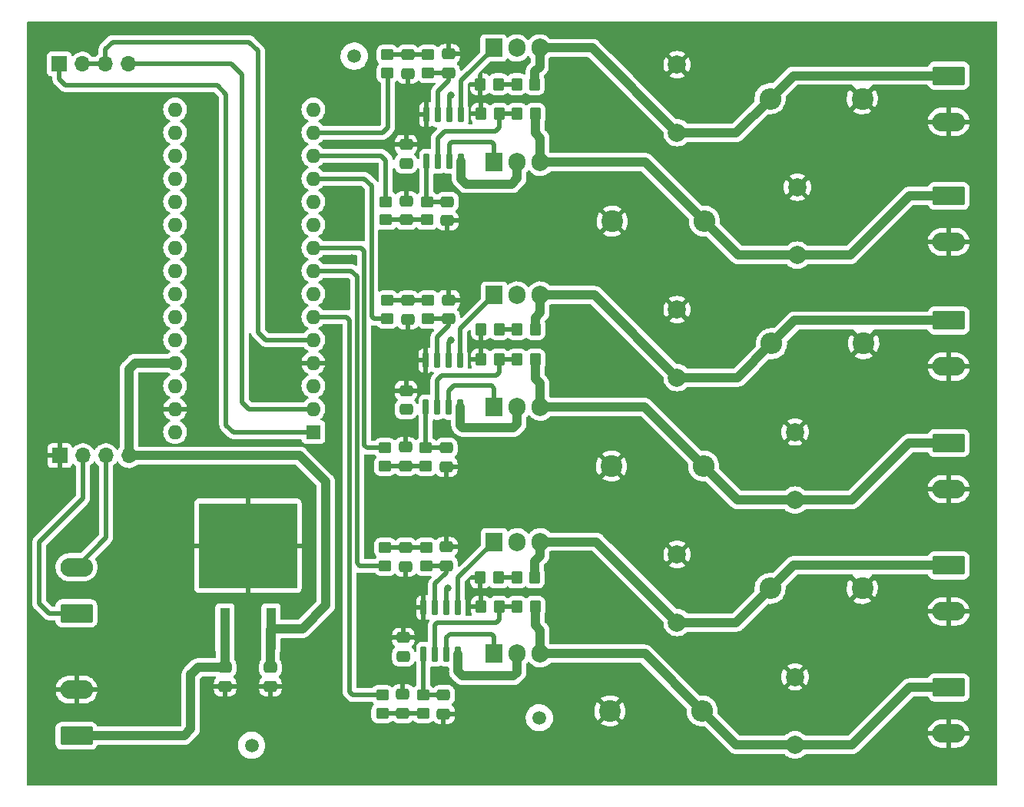
<source format=gbr>
%TF.GenerationSoftware,KiCad,Pcbnew,(6.0.7)*%
%TF.CreationDate,2023-02-22T11:31:18+02:00*%
%TF.ProjectId,Lamps_Type5,4c616d70-735f-4547-9970-65352e6b6963,rev?*%
%TF.SameCoordinates,Original*%
%TF.FileFunction,Copper,L1,Top*%
%TF.FilePolarity,Positive*%
%FSLAX46Y46*%
G04 Gerber Fmt 4.6, Leading zero omitted, Abs format (unit mm)*
G04 Created by KiCad (PCBNEW (6.0.7)) date 2023-02-22 11:31:18*
%MOMM*%
%LPD*%
G01*
G04 APERTURE LIST*
G04 Aperture macros list*
%AMRoundRect*
0 Rectangle with rounded corners*
0 $1 Rounding radius*
0 $2 $3 $4 $5 $6 $7 $8 $9 X,Y pos of 4 corners*
0 Add a 4 corners polygon primitive as box body*
4,1,4,$2,$3,$4,$5,$6,$7,$8,$9,$2,$3,0*
0 Add four circle primitives for the rounded corners*
1,1,$1+$1,$2,$3*
1,1,$1+$1,$4,$5*
1,1,$1+$1,$6,$7*
1,1,$1+$1,$8,$9*
0 Add four rect primitives between the rounded corners*
20,1,$1+$1,$2,$3,$4,$5,0*
20,1,$1+$1,$4,$5,$6,$7,0*
20,1,$1+$1,$6,$7,$8,$9,0*
20,1,$1+$1,$8,$9,$2,$3,0*%
G04 Aperture macros list end*
%TA.AperFunction,ComponentPad*%
%ADD10RoundRect,0.249999X-1.550001X0.790001X-1.550001X-0.790001X1.550001X-0.790001X1.550001X0.790001X0*%
%TD*%
%TA.AperFunction,ComponentPad*%
%ADD11O,3.600000X2.080000*%
%TD*%
%TA.AperFunction,ComponentPad*%
%ADD12R,1.905000X2.000000*%
%TD*%
%TA.AperFunction,ComponentPad*%
%ADD13O,1.905000X2.000000*%
%TD*%
%TA.AperFunction,ComponentPad*%
%ADD14C,2.400000*%
%TD*%
%TA.AperFunction,ComponentPad*%
%ADD15O,2.400000X2.400000*%
%TD*%
%TA.AperFunction,ComponentPad*%
%ADD16C,2.000000*%
%TD*%
%TA.AperFunction,SMDPad,CuDef*%
%ADD17RoundRect,0.250000X0.450000X-0.350000X0.450000X0.350000X-0.450000X0.350000X-0.450000X-0.350000X0*%
%TD*%
%TA.AperFunction,SMDPad,CuDef*%
%ADD18RoundRect,0.250000X-0.475000X0.337500X-0.475000X-0.337500X0.475000X-0.337500X0.475000X0.337500X0*%
%TD*%
%TA.AperFunction,SMDPad,CuDef*%
%ADD19RoundRect,0.150000X-0.150000X0.725000X-0.150000X-0.725000X0.150000X-0.725000X0.150000X0.725000X0*%
%TD*%
%TA.AperFunction,SMDPad,CuDef*%
%ADD20RoundRect,0.250000X0.475000X-0.337500X0.475000X0.337500X-0.475000X0.337500X-0.475000X-0.337500X0*%
%TD*%
%TA.AperFunction,SMDPad,CuDef*%
%ADD21RoundRect,0.250000X-0.350000X-0.450000X0.350000X-0.450000X0.350000X0.450000X-0.350000X0.450000X0*%
%TD*%
%TA.AperFunction,ComponentPad*%
%ADD22R,1.700000X1.700000*%
%TD*%
%TA.AperFunction,ComponentPad*%
%ADD23O,1.700000X1.700000*%
%TD*%
%TA.AperFunction,SMDPad,CuDef*%
%ADD24C,1.500000*%
%TD*%
%TA.AperFunction,SMDPad,CuDef*%
%ADD25RoundRect,0.250000X-0.450000X0.350000X-0.450000X-0.350000X0.450000X-0.350000X0.450000X0.350000X0*%
%TD*%
%TA.AperFunction,ComponentPad*%
%ADD26RoundRect,0.249999X1.550001X-0.790001X1.550001X0.790001X-1.550001X0.790001X-1.550001X-0.790001X0*%
%TD*%
%TA.AperFunction,SMDPad,CuDef*%
%ADD27R,1.100000X4.600000*%
%TD*%
%TA.AperFunction,SMDPad,CuDef*%
%ADD28R,10.800000X9.400000*%
%TD*%
%TA.AperFunction,ComponentPad*%
%ADD29R,1.600000X1.600000*%
%TD*%
%TA.AperFunction,ComponentPad*%
%ADD30O,1.600000X1.600000*%
%TD*%
%TA.AperFunction,ViaPad*%
%ADD31C,0.800000*%
%TD*%
%TA.AperFunction,Conductor*%
%ADD32C,0.500000*%
%TD*%
%TA.AperFunction,Conductor*%
%ADD33C,1.000000*%
%TD*%
G04 APERTURE END LIST*
D10*
%TO.P,J9,1,Pin_1*%
%TO.N,AO5*%
X259637500Y-115930000D03*
D11*
%TO.P,J9,2,Pin_2*%
%TO.N,GND*%
X259637500Y-121010000D03*
%TD*%
D12*
%TO.P,Q4,1,B*%
%TO.N,Net-(U2-Pad7)*%
X209530000Y-85010000D03*
D13*
%TO.P,Q4,2,C*%
%TO.N,+12V*%
X212070000Y-85010000D03*
%TO.P,Q4,3,E*%
%TO.N,AO3*%
X214610000Y-85010000D03*
%TD*%
D14*
%TO.P,R17,1*%
%TO.N,GND*%
X250110000Y-51010000D03*
D15*
%TO.P,R17,2*%
%TO.N,AO0*%
X239950000Y-51010000D03*
%TD*%
D16*
%TO.P,C17,1*%
%TO.N,AO2*%
X229700000Y-81760000D03*
%TO.P,C17,2*%
%TO.N,GND*%
X229700000Y-74260000D03*
%TD*%
D17*
%TO.P,R3,2*%
%TO.N,Net-(C7-Pad1)*%
X197770000Y-73265000D03*
%TO.P,R3,1*%
%TO.N,PWM2*%
X197770000Y-75265000D03*
%TD*%
%TO.P,R1,1*%
%TO.N,PWM0*%
X197770000Y-48160000D03*
%TO.P,R1,2*%
%TO.N,Net-(C5-Pad1)*%
X197770000Y-46160000D03*
%TD*%
D16*
%TO.P,C25,1*%
%TO.N,AO5*%
X242700000Y-122260000D03*
%TO.P,C25,2*%
%TO.N,GND*%
X242700000Y-114760000D03*
%TD*%
D10*
%TO.P,J7,1,Pin_1*%
%TO.N,AO3*%
X259637500Y-88970000D03*
D11*
%TO.P,J7,2,Pin_2*%
%TO.N,GND*%
X259637500Y-94050000D03*
%TD*%
D18*
%TO.P,C5,1*%
%TO.N,Net-(C5-Pad1)*%
X200020000Y-46160000D03*
%TO.P,C5,2*%
%TO.N,GND*%
X200020000Y-48235000D03*
%TD*%
D16*
%TO.P,C24,1*%
%TO.N,AO4*%
X229700000Y-108760000D03*
%TO.P,C24,2*%
%TO.N,GND*%
X229700000Y-101260000D03*
%TD*%
D14*
%TO.P,R18,1*%
%TO.N,GND*%
X222540000Y-64510000D03*
D15*
%TO.P,R18,2*%
%TO.N,AO1*%
X232700000Y-64510000D03*
%TD*%
D12*
%TO.P,Q5,1,B*%
%TO.N,Net-(U3-Pad1)*%
X209530000Y-99865000D03*
D13*
%TO.P,Q5,2,C*%
%TO.N,+12V*%
X212070000Y-99865000D03*
%TO.P,Q5,3,E*%
%TO.N,AO4*%
X214610000Y-99865000D03*
%TD*%
D12*
%TO.P,Q3,1,B*%
%TO.N,Net-(U2-Pad1)*%
X209530000Y-72665000D03*
D13*
%TO.P,Q3,2,C*%
%TO.N,+12V*%
X212070000Y-72665000D03*
%TO.P,Q3,3,E*%
%TO.N,AO2*%
X214610000Y-72665000D03*
%TD*%
D10*
%TO.P,J6,1,Pin_1*%
%TO.N,AO2*%
X259637500Y-75470000D03*
D11*
%TO.P,J6,2,Pin_2*%
%TO.N,GND*%
X259637500Y-80550000D03*
%TD*%
D19*
%TO.P,U2,8,V+*%
%TO.N,+12V*%
X205820000Y-85015000D03*
%TO.P,U2,7*%
%TO.N,Net-(U2-Pad7)*%
X204550000Y-85015000D03*
%TO.P,U2,6,-*%
%TO.N,Net-(R15-Pad1)*%
X203280000Y-85015000D03*
%TO.P,U2,5,+*%
%TO.N,Net-(C13-Pad1)*%
X202010000Y-85015000D03*
%TO.P,U2,4,V-*%
%TO.N,GND*%
X202010000Y-79865000D03*
%TO.P,U2,3,+*%
%TO.N,Net-(C12-Pad1)*%
X203280000Y-79865000D03*
%TO.P,U2,2,-*%
%TO.N,Net-(R13-Pad1)*%
X204550000Y-79865000D03*
%TO.P,U2,1*%
%TO.N,Net-(U2-Pad1)*%
X205820000Y-79865000D03*
%TD*%
D18*
%TO.P,C19,2*%
%TO.N,GND*%
X199770000Y-102590000D03*
%TO.P,C19,1*%
%TO.N,Net-(C19-Pad1)*%
X199770000Y-100515000D03*
%TD*%
D17*
%TO.P,R24,2*%
%TO.N,Net-(C22-Pad1)*%
X201710000Y-116765000D03*
%TO.P,R24,1*%
%TO.N,Net-(C20-Pad1)*%
X201710000Y-118765000D03*
%TD*%
D18*
%TO.P,C13,2*%
%TO.N,GND*%
X204260000Y-91585000D03*
%TO.P,C13,1*%
%TO.N,Net-(C13-Pad1)*%
X204260000Y-89510000D03*
%TD*%
D20*
%TO.P,C21,2*%
%TO.N,GND*%
X204270000Y-100440000D03*
%TO.P,C21,1*%
%TO.N,Net-(C21-Pad1)*%
X204270000Y-102515000D03*
%TD*%
D21*
%TO.P,R28,2*%
%TO.N,Net-(R27-Pad1)*%
X210070000Y-107015000D03*
%TO.P,R28,1*%
%TO.N,GND*%
X208070000Y-107015000D03*
%TD*%
D16*
%TO.P,C18,1*%
%TO.N,AO3*%
X242700000Y-95260000D03*
%TO.P,C18,2*%
%TO.N,GND*%
X242700000Y-87760000D03*
%TD*%
D18*
%TO.P,C7,2*%
%TO.N,GND*%
X200020000Y-75340000D03*
%TO.P,C7,1*%
%TO.N,Net-(C7-Pad1)*%
X200020000Y-73265000D03*
%TD*%
D20*
%TO.P,C20,2*%
%TO.N,GND*%
X199460000Y-116690000D03*
%TO.P,C20,1*%
%TO.N,Net-(C20-Pad1)*%
X199460000Y-118765000D03*
%TD*%
D21*
%TO.P,R9,1*%
%TO.N,Net-(R10-Pad2)*%
X212010000Y-49410000D03*
%TO.P,R9,2*%
%TO.N,AO0*%
X214010000Y-49410000D03*
%TD*%
D12*
%TO.P,Q6,1,B*%
%TO.N,Net-(U3-Pad7)*%
X209530000Y-112210000D03*
D13*
%TO.P,Q6,2,C*%
%TO.N,+12V*%
X212070000Y-112210000D03*
%TO.P,Q6,3,E*%
%TO.N,AO5*%
X214610000Y-112210000D03*
%TD*%
D14*
%TO.P,R29,1*%
%TO.N,GND*%
X250110000Y-105010000D03*
D15*
%TO.P,R29,2*%
%TO.N,AO4*%
X239950000Y-105010000D03*
%TD*%
D22*
%TO.P,J3,1,Pin_1*%
%TO.N,TX*%
X161620000Y-47190000D03*
D23*
%TO.P,J3,2,Pin_2*%
%TO.N,OE*%
X164160000Y-47190000D03*
%TO.P,J3,3,Pin_3*%
X166700000Y-47190000D03*
%TO.P,J3,4,Pin_4*%
%TO.N,RX*%
X169240000Y-47190000D03*
%TD*%
D21*
%TO.P,R14,1*%
%TO.N,GND*%
X208070000Y-76410000D03*
%TO.P,R14,2*%
%TO.N,Net-(R13-Pad1)*%
X210070000Y-76410000D03*
%TD*%
D24*
%TO.P,FID1,*%
%TO.N,*%
X214520000Y-119265000D03*
%TD*%
D21*
%TO.P,R11,1*%
%TO.N,Net-(R11-Pad1)*%
X212070000Y-52660000D03*
%TO.P,R11,2*%
%TO.N,AO1*%
X214070000Y-52660000D03*
%TD*%
D14*
%TO.P,R19,1*%
%TO.N,GND*%
X250270000Y-78010000D03*
D15*
%TO.P,R19,2*%
%TO.N,AO2*%
X240110000Y-78010000D03*
%TD*%
D10*
%TO.P,J8,1,Pin_1*%
%TO.N,AO4*%
X259637500Y-102470000D03*
D11*
%TO.P,J8,2,Pin_2*%
%TO.N,GND*%
X259637500Y-107550000D03*
%TD*%
D20*
%TO.P,C12,2*%
%TO.N,GND*%
X204520000Y-73190000D03*
%TO.P,C12,1*%
%TO.N,Net-(C12-Pad1)*%
X204520000Y-75265000D03*
%TD*%
D25*
%TO.P,R5,2*%
%TO.N,Net-(C10-Pad1)*%
X202270000Y-48160000D03*
%TO.P,R5,1*%
%TO.N,Net-(C5-Pad1)*%
X202270000Y-46160000D03*
%TD*%
D12*
%TO.P,Q1,1,B*%
%TO.N,Net-(U1-Pad1)*%
X209470000Y-45410000D03*
D13*
%TO.P,Q1,2,C*%
%TO.N,+12V*%
X212010000Y-45410000D03*
%TO.P,Q1,3,E*%
%TO.N,AO0*%
X214550000Y-45410000D03*
%TD*%
D25*
%TO.P,R2,1*%
%TO.N,PWM1*%
X197610000Y-62372500D03*
%TO.P,R2,2*%
%TO.N,Net-(C6-Pad1)*%
X197610000Y-64372500D03*
%TD*%
D18*
%TO.P,C11,1*%
%TO.N,Net-(C11-Pad1)*%
X204360000Y-62372500D03*
%TO.P,C11,2*%
%TO.N,GND*%
X204360000Y-64447500D03*
%TD*%
D16*
%TO.P,C15,1*%
%TO.N,AO0*%
X229700000Y-54760000D03*
%TO.P,C15,2*%
%TO.N,GND*%
X229700000Y-47260000D03*
%TD*%
D20*
%TO.P,C1,1*%
%TO.N,+12V*%
X199820000Y-58160000D03*
%TO.P,C1,2*%
%TO.N,GND*%
X199820000Y-56085000D03*
%TD*%
D22*
%TO.P,J2,1,Pin_1*%
%TO.N,GND*%
X161660000Y-90370000D03*
D23*
%TO.P,J2,2,Pin_2*%
%TO.N,Net-(J10-Pad1)*%
X164200000Y-90370000D03*
%TO.P,J2,3,Pin_3*%
%TO.N,Net-(J10-Pad2)*%
X166740000Y-90370000D03*
%TO.P,J2,4,Pin_4*%
%TO.N,+5V*%
X169280000Y-90370000D03*
%TD*%
D10*
%TO.P,J5,1,Pin_1*%
%TO.N,AO1*%
X259637500Y-61720000D03*
D11*
%TO.P,J5,2,Pin_2*%
%TO.N,GND*%
X259637500Y-66800000D03*
%TD*%
D21*
%TO.P,R10,1*%
%TO.N,GND*%
X208010000Y-49410000D03*
%TO.P,R10,2*%
%TO.N,Net-(R10-Pad2)*%
X210010000Y-49410000D03*
%TD*%
D20*
%TO.P,C3,2*%
%TO.N,GND*%
X199520000Y-110440000D03*
%TO.P,C3,1*%
%TO.N,+12V*%
X199520000Y-112515000D03*
%TD*%
D21*
%TO.P,R27,2*%
%TO.N,AO5*%
X214070000Y-107015000D03*
%TO.P,R27,1*%
%TO.N,Net-(R27-Pad1)*%
X212070000Y-107015000D03*
%TD*%
%TO.P,R25,2*%
%TO.N,AO4*%
X214010000Y-103810000D03*
%TO.P,R25,1*%
%TO.N,Net-(R25-Pad1)*%
X212010000Y-103810000D03*
%TD*%
D20*
%TO.P,C2,2*%
%TO.N,GND*%
X199820000Y-83190000D03*
%TO.P,C2,1*%
%TO.N,+12V*%
X199820000Y-85265000D03*
%TD*%
D21*
%TO.P,R12,1*%
%TO.N,GND*%
X208070000Y-52660000D03*
%TO.P,R12,2*%
%TO.N,Net-(R11-Pad1)*%
X210070000Y-52660000D03*
%TD*%
D18*
%TO.P,C23,2*%
%TO.N,GND*%
X179875000Y-115800000D03*
%TO.P,C23,1*%
%TO.N,+12V*%
X179875000Y-113725000D03*
%TD*%
D24*
%TO.P,FID3,*%
%TO.N,*%
X182800000Y-122300000D03*
%TD*%
D26*
%TO.P,J1,1,Pin_1*%
%TO.N,+12V*%
X163500000Y-121250000D03*
D11*
%TO.P,J1,2,Pin_2*%
%TO.N,GND*%
X163500000Y-116170000D03*
%TD*%
D21*
%TO.P,R13,1*%
%TO.N,Net-(R13-Pad1)*%
X212070000Y-76410000D03*
%TO.P,R13,2*%
%TO.N,AO2*%
X214070000Y-76410000D03*
%TD*%
D12*
%TO.P,Q2,1,B*%
%TO.N,Net-(U1-Pad7)*%
X209530000Y-58010000D03*
D13*
%TO.P,Q2,2,C*%
%TO.N,+12V*%
X212070000Y-58010000D03*
%TO.P,Q2,3,E*%
%TO.N,AO1*%
X214610000Y-58010000D03*
%TD*%
D25*
%TO.P,R23,2*%
%TO.N,Net-(C21-Pad1)*%
X202020000Y-102515000D03*
%TO.P,R23,1*%
%TO.N,Net-(C19-Pad1)*%
X202020000Y-100515000D03*
%TD*%
D11*
%TO.P,J10,2,Pin_2*%
%TO.N,Net-(J10-Pad2)*%
X163500000Y-102670000D03*
D26*
%TO.P,J10,1,Pin_1*%
%TO.N,Net-(J10-Pad1)*%
X163500000Y-107750000D03*
%TD*%
D25*
%TO.P,R7,2*%
%TO.N,Net-(C12-Pad1)*%
X202270000Y-75265000D03*
%TO.P,R7,1*%
%TO.N,Net-(C7-Pad1)*%
X202270000Y-73265000D03*
%TD*%
D17*
%TO.P,R8,2*%
%TO.N,Net-(C13-Pad1)*%
X202010000Y-89510000D03*
%TO.P,R8,1*%
%TO.N,Net-(C8-Pad1)*%
X202010000Y-91510000D03*
%TD*%
D20*
%TO.P,C10,1*%
%TO.N,Net-(C10-Pad1)*%
X204520000Y-48160000D03*
%TO.P,C10,2*%
%TO.N,GND*%
X204520000Y-46085000D03*
%TD*%
D25*
%TO.P,R4,2*%
%TO.N,Net-(C8-Pad1)*%
X197510000Y-91510000D03*
%TO.P,R4,1*%
%TO.N,PWM3*%
X197510000Y-89510000D03*
%TD*%
D17*
%TO.P,R21,2*%
%TO.N,Net-(C19-Pad1)*%
X197520000Y-100515000D03*
%TO.P,R21,1*%
%TO.N,PWM4*%
X197520000Y-102515000D03*
%TD*%
D16*
%TO.P,C16,1*%
%TO.N,AO1*%
X242950000Y-68260000D03*
%TO.P,C16,2*%
%TO.N,GND*%
X242950000Y-60760000D03*
%TD*%
D27*
%TO.P,U7,3,VO*%
%TO.N,+5V*%
X184940000Y-109450000D03*
D28*
%TO.P,U7,2,GND*%
%TO.N,GND*%
X182400000Y-100300000D03*
D27*
%TO.P,U7,1,VI*%
%TO.N,+12V*%
X179860000Y-109450000D03*
%TD*%
D24*
%TO.P,FID2,*%
%TO.N,*%
X194110000Y-46310000D03*
%TD*%
D20*
%TO.P,C8,2*%
%TO.N,GND*%
X199760000Y-89435000D03*
%TO.P,C8,1*%
%TO.N,Net-(C8-Pad1)*%
X199760000Y-91510000D03*
%TD*%
D19*
%TO.P,U1,1*%
%TO.N,Net-(U1-Pad1)*%
X205880000Y-52760000D03*
%TO.P,U1,2,-*%
%TO.N,Net-(R10-Pad2)*%
X204610000Y-52760000D03*
%TO.P,U1,3,+*%
%TO.N,Net-(C10-Pad1)*%
X203340000Y-52760000D03*
%TO.P,U1,4,V-*%
%TO.N,GND*%
X202070000Y-52760000D03*
%TO.P,U1,5,+*%
%TO.N,Net-(C11-Pad1)*%
X202070000Y-57910000D03*
%TO.P,U1,6,-*%
%TO.N,Net-(R11-Pad1)*%
X203340000Y-57910000D03*
%TO.P,U1,7*%
%TO.N,Net-(U1-Pad7)*%
X204610000Y-57910000D03*
%TO.P,U1,8,V+*%
%TO.N,+12V*%
X205880000Y-57910000D03*
%TD*%
D20*
%TO.P,C6,1*%
%TO.N,Net-(C6-Pad1)*%
X199860000Y-64372500D03*
%TO.P,C6,2*%
%TO.N,GND*%
X199860000Y-62297500D03*
%TD*%
D19*
%TO.P,U3,8,V+*%
%TO.N,+12V*%
X205570000Y-112265000D03*
%TO.P,U3,7*%
%TO.N,Net-(U3-Pad7)*%
X204300000Y-112265000D03*
%TO.P,U3,6,-*%
%TO.N,Net-(R27-Pad1)*%
X203030000Y-112265000D03*
%TO.P,U3,5,+*%
%TO.N,Net-(C22-Pad1)*%
X201760000Y-112265000D03*
%TO.P,U3,4,V-*%
%TO.N,GND*%
X201760000Y-107115000D03*
%TO.P,U3,3,+*%
%TO.N,Net-(C21-Pad1)*%
X203030000Y-107115000D03*
%TO.P,U3,2,-*%
%TO.N,Net-(R25-Pad1)*%
X204300000Y-107115000D03*
%TO.P,U3,1*%
%TO.N,Net-(U3-Pad1)*%
X205570000Y-107115000D03*
%TD*%
D18*
%TO.P,C26,2*%
%TO.N,GND*%
X184875000Y-115800000D03*
%TO.P,C26,1*%
%TO.N,+5V*%
X184875000Y-113725000D03*
%TD*%
D17*
%TO.P,R6,1*%
%TO.N,Net-(C6-Pad1)*%
X202110000Y-64372500D03*
%TO.P,R6,2*%
%TO.N,Net-(C11-Pad1)*%
X202110000Y-62372500D03*
%TD*%
D18*
%TO.P,C22,2*%
%TO.N,GND*%
X203960000Y-118840000D03*
%TO.P,C22,1*%
%TO.N,Net-(C22-Pad1)*%
X203960000Y-116765000D03*
%TD*%
D14*
%TO.P,R20,1*%
%TO.N,GND*%
X222450000Y-91510000D03*
D15*
%TO.P,R20,2*%
%TO.N,AO3*%
X232610000Y-91510000D03*
%TD*%
D10*
%TO.P,J4,1,Pin_1*%
%TO.N,AO0*%
X259637500Y-48470000D03*
D11*
%TO.P,J4,2,Pin_2*%
%TO.N,GND*%
X259637500Y-53550000D03*
%TD*%
D21*
%TO.P,R15,2*%
%TO.N,AO3*%
X214070000Y-79765000D03*
%TO.P,R15,1*%
%TO.N,Net-(R15-Pad1)*%
X212070000Y-79765000D03*
%TD*%
%TO.P,R16,2*%
%TO.N,Net-(R15-Pad1)*%
X210070000Y-79765000D03*
%TO.P,R16,1*%
%TO.N,GND*%
X208070000Y-79765000D03*
%TD*%
%TO.P,R26,2*%
%TO.N,Net-(R25-Pad1)*%
X210010000Y-103810000D03*
%TO.P,R26,1*%
%TO.N,GND*%
X208010000Y-103810000D03*
%TD*%
D14*
%TO.P,R30,1*%
%TO.N,GND*%
X222290000Y-118510000D03*
D15*
%TO.P,R30,2*%
%TO.N,AO5*%
X232450000Y-118510000D03*
%TD*%
D29*
%TO.P,A1,1,D1/TX*%
%TO.N,TX*%
X189610000Y-87770000D03*
D30*
%TO.P,A1,2,D0/RX*%
%TO.N,RX*%
X189610000Y-85230000D03*
%TO.P,A1,3,~{RESET}*%
%TO.N,unconnected-(A1-Pad3)*%
X189610000Y-82690000D03*
%TO.P,A1,4,GND*%
%TO.N,GND*%
X189610000Y-80150000D03*
%TO.P,A1,5,D2*%
%TO.N,OE*%
X189610000Y-77610000D03*
%TO.P,A1,6,D3*%
%TO.N,PWM5*%
X189610000Y-75070000D03*
%TO.P,A1,7,D4*%
%TO.N,unconnected-(A1-Pad7)*%
X189610000Y-72530000D03*
%TO.P,A1,8,D5*%
%TO.N,PWM4*%
X189610000Y-69990000D03*
%TO.P,A1,9,D6*%
%TO.N,PWM3*%
X189610000Y-67450000D03*
%TO.P,A1,10,D7*%
%TO.N,unconnected-(A1-Pad10)*%
X189610000Y-64910000D03*
%TO.P,A1,11,D8*%
%TO.N,unconnected-(A1-Pad11)*%
X189610000Y-62370000D03*
%TO.P,A1,12,D9*%
%TO.N,PWM2*%
X189610000Y-59830000D03*
%TO.P,A1,13,D10*%
%TO.N,PWM1*%
X189610000Y-57290000D03*
%TO.P,A1,14,D11*%
%TO.N,PWM0*%
X189610000Y-54750000D03*
%TO.P,A1,15,D12*%
%TO.N,unconnected-(A1-Pad15)*%
X189610000Y-52210000D03*
%TO.P,A1,16,D13*%
%TO.N,unconnected-(A1-Pad16)*%
X174370000Y-52210000D03*
%TO.P,A1,17,3V3*%
%TO.N,unconnected-(A1-Pad17)*%
X174370000Y-54750000D03*
%TO.P,A1,18,AREF*%
%TO.N,unconnected-(A1-Pad18)*%
X174370000Y-57290000D03*
%TO.P,A1,19,A0*%
%TO.N,unconnected-(A1-Pad19)*%
X174370000Y-59830000D03*
%TO.P,A1,20,A1*%
%TO.N,unconnected-(A1-Pad20)*%
X174370000Y-62370000D03*
%TO.P,A1,21,A2*%
%TO.N,unconnected-(A1-Pad21)*%
X174370000Y-64910000D03*
%TO.P,A1,22,A3*%
%TO.N,unconnected-(A1-Pad22)*%
X174370000Y-67450000D03*
%TO.P,A1,23,A4*%
%TO.N,unconnected-(A1-Pad23)*%
X174370000Y-69990000D03*
%TO.P,A1,24,A5*%
%TO.N,unconnected-(A1-Pad24)*%
X174370000Y-72530000D03*
%TO.P,A1,25,A6*%
%TO.N,unconnected-(A1-Pad25)*%
X174370000Y-75070000D03*
%TO.P,A1,26,A7*%
%TO.N,unconnected-(A1-Pad26)*%
X174370000Y-77610000D03*
%TO.P,A1,27,+5V*%
%TO.N,+5V*%
X174370000Y-80150000D03*
%TO.P,A1,28,~{RESET}*%
%TO.N,unconnected-(A1-Pad28)*%
X174370000Y-82690000D03*
%TO.P,A1,29,GND*%
%TO.N,GND*%
X174370000Y-85230000D03*
%TO.P,A1,30,VIN*%
%TO.N,unconnected-(A1-Pad30)*%
X174370000Y-87770000D03*
%TD*%
D25*
%TO.P,R22,2*%
%TO.N,Net-(C20-Pad1)*%
X197210000Y-118765000D03*
%TO.P,R22,1*%
%TO.N,PWM5*%
X197210000Y-116765000D03*
%TD*%
D31*
%TO.N,GND*%
X192000000Y-88000000D03*
X192100000Y-82600000D03*
X191800000Y-77700000D03*
X185000000Y-81500000D03*
X183200000Y-83600000D03*
X183500000Y-79300000D03*
X186900000Y-83400000D03*
X187000000Y-79800000D03*
X197710000Y-56010000D03*
X194610000Y-61210000D03*
X194410000Y-66210000D03*
X193010000Y-71410000D03*
%TO.N,Net-(R10-Pad2)*%
X204810000Y-50610000D03*
%TO.N,Net-(R13-Pad1)*%
X204810000Y-77610000D03*
%TO.N,Net-(R25-Pad1)*%
X204410000Y-105010000D03*
%TO.N,Net-(R10-Pad2)*%
X210010000Y-49410000D03*
%TO.N,Net-(R13-Pad1)*%
X210010000Y-76410000D03*
%TO.N,Net-(R25-Pad1)*%
X210010000Y-103810000D03*
%TO.N,GND*%
X261110000Y-124260000D03*
X178125000Y-102725000D03*
X180375000Y-98725000D03*
X184125000Y-96725000D03*
X263110000Y-125510000D03*
X196810000Y-77210000D03*
X192400000Y-111700000D03*
X261610000Y-45760000D03*
X199870000Y-54210000D03*
X201510000Y-77410000D03*
X192000000Y-56000000D03*
X194800000Y-56010000D03*
X196520000Y-85515000D03*
X195770000Y-49410000D03*
X191700000Y-72500000D03*
X195770000Y-51910000D03*
X196810000Y-114810000D03*
X192000000Y-68750000D03*
X162750000Y-125500000D03*
X192200000Y-66000000D03*
X182375000Y-111225000D03*
X184375000Y-98975000D03*
X198810000Y-79210000D03*
X185625000Y-103975000D03*
X182375000Y-107725000D03*
X202020000Y-54910000D03*
X182375000Y-109475000D03*
X159500000Y-121250000D03*
X204520000Y-60160000D03*
X192200000Y-116100000D03*
X263360000Y-123260000D03*
X196410000Y-58660000D03*
X196770000Y-81765000D03*
X178375000Y-96975000D03*
X196610000Y-87410000D03*
X201270000Y-50160000D03*
X186625000Y-102975000D03*
X179375000Y-103975000D03*
X199520000Y-51660000D03*
X186625000Y-100975000D03*
X200210000Y-87610000D03*
X186375000Y-98975000D03*
X197020000Y-108015000D03*
X263360000Y-47760000D03*
X200020000Y-60160000D03*
X180125000Y-96475000D03*
X263360000Y-43760000D03*
X197100000Y-104800000D03*
X193810000Y-68610000D03*
X259860000Y-44010000D03*
X159250000Y-125500000D03*
X186375000Y-96975000D03*
X160750000Y-123500000D03*
X178125000Y-100975000D03*
X178125000Y-99225000D03*
X191800000Y-61400000D03*
X198020000Y-106015000D03*
X192000000Y-58500000D03*
X259360000Y-125510000D03*
X198800000Y-108600000D03*
X193100000Y-73700000D03*
%TO.N,+12V*%
X199770000Y-58160000D03*
X199770000Y-85265000D03*
X199520000Y-112515000D03*
%TD*%
D32*
%TO.N,Net-(J10-Pad1)*%
X164200000Y-95100000D02*
X164200000Y-90370000D01*
X159400000Y-99900000D02*
X164200000Y-95100000D01*
X159400000Y-106700000D02*
X159400000Y-99900000D01*
X160450000Y-107750000D02*
X159400000Y-106700000D01*
X163500000Y-107750000D02*
X160450000Y-107750000D01*
%TO.N,Net-(J10-Pad2)*%
X166740000Y-99430000D02*
X163500000Y-102670000D01*
X166740000Y-90370000D02*
X166740000Y-99430000D01*
%TO.N,PWM0*%
X197250000Y-54750000D02*
X197260000Y-54760000D01*
X189610000Y-54750000D02*
X197250000Y-54750000D01*
%TO.N,PWM1*%
X197610000Y-57810000D02*
X197610000Y-62372500D01*
X197090000Y-57290000D02*
X197610000Y-57810000D01*
X189610000Y-57290000D02*
X197090000Y-57290000D01*
%TO.N,PWM2*%
X196265000Y-75265000D02*
X197770000Y-75265000D01*
X196010000Y-60610000D02*
X196010000Y-75010000D01*
X196010000Y-75010000D02*
X196265000Y-75265000D01*
X189610000Y-59830000D02*
X195230000Y-59830000D01*
X195230000Y-59830000D02*
X196010000Y-60610000D01*
%TO.N,PWM3*%
X195510000Y-89510000D02*
X197510000Y-89510000D01*
X195210000Y-89210000D02*
X195510000Y-89510000D01*
X189610000Y-67450000D02*
X194850000Y-67450000D01*
X194850000Y-67450000D02*
X195210000Y-67810000D01*
X195210000Y-67810000D02*
X195210000Y-89210000D01*
%TO.N,PWM4*%
X194715000Y-102515000D02*
X197520000Y-102515000D01*
X194410000Y-102210000D02*
X194715000Y-102515000D01*
X194410000Y-70610000D02*
X194410000Y-102210000D01*
X193790000Y-69990000D02*
X194410000Y-70610000D01*
X189610000Y-69990000D02*
X193790000Y-69990000D01*
%TO.N,PWM5*%
X193965000Y-116765000D02*
X197210000Y-116765000D01*
X193610000Y-116410000D02*
X193965000Y-116765000D01*
X193270000Y-75070000D02*
X193610000Y-75410000D01*
X193610000Y-75410000D02*
X193610000Y-116410000D01*
X189610000Y-75070000D02*
X193270000Y-75070000D01*
D33*
%TO.N,+12V*%
X163000000Y-121250000D02*
X175350000Y-121250000D01*
%TO.N,+5V*%
X188400000Y-109450000D02*
X191000000Y-106850000D01*
X191000000Y-93250000D02*
X191000000Y-106850000D01*
D32*
%TO.N,Net-(C22-Pad1)*%
X201760000Y-116715000D02*
X201710000Y-116765000D01*
X201760000Y-112265000D02*
X201760000Y-116715000D01*
%TO.N,Net-(C11-Pad1)*%
X204360000Y-62372500D02*
X202110000Y-62372500D01*
X202070000Y-62332500D02*
X202110000Y-62372500D01*
X202070000Y-57910000D02*
X202070000Y-62332500D01*
%TO.N,Net-(C13-Pad1)*%
X202010000Y-85015000D02*
X202010000Y-89510000D01*
X202010000Y-89510000D02*
X204260000Y-89510000D01*
D33*
%TO.N,AO5*%
X226150000Y-112210000D02*
X214610000Y-112210000D01*
X232450000Y-118510000D02*
X226150000Y-112210000D01*
%TO.N,AO4*%
X220805000Y-99865000D02*
X229700000Y-108760000D01*
X214610000Y-99865000D02*
X220805000Y-99865000D01*
X214010000Y-102010000D02*
X214010000Y-103810000D01*
X214610000Y-101410000D02*
X214010000Y-102010000D01*
X214610000Y-99865000D02*
X214610000Y-101410000D01*
%TO.N,AO3*%
X226110000Y-85010000D02*
X232610000Y-91510000D01*
X214610000Y-85010000D02*
X226110000Y-85010000D01*
%TO.N,AO2*%
X220605000Y-72665000D02*
X214610000Y-72665000D01*
X229700000Y-81760000D02*
X220605000Y-72665000D01*
%TO.N,AO1*%
X226200000Y-58010000D02*
X232700000Y-64510000D01*
X214610000Y-58010000D02*
X226200000Y-58010000D01*
%TO.N,AO0*%
X220350000Y-45410000D02*
X214550000Y-45410000D01*
X229700000Y-54760000D02*
X220350000Y-45410000D01*
D32*
%TO.N,PWM0*%
X197810000Y-48200000D02*
X197810000Y-54210000D01*
X197770000Y-48160000D02*
X197810000Y-48200000D01*
X197260000Y-54760000D02*
X197810000Y-54210000D01*
%TO.N,Net-(R10-Pad2)*%
X204610000Y-50810000D02*
X204810000Y-50610000D01*
X204610000Y-52760000D02*
X204610000Y-50810000D01*
%TO.N,Net-(R13-Pad1)*%
X204550000Y-77870000D02*
X204810000Y-77610000D01*
X204550000Y-79865000D02*
X204550000Y-77870000D01*
%TO.N,Net-(R25-Pad1)*%
X204300000Y-105120000D02*
X204410000Y-105010000D01*
X204300000Y-107115000D02*
X204300000Y-105120000D01*
%TO.N,Net-(R13-Pad1)*%
X212070000Y-76410000D02*
X210070000Y-76410000D01*
%TO.N,Net-(U3-Pad1)*%
X205570000Y-103825000D02*
X209530000Y-99865000D01*
X205570000Y-107115000D02*
X205570000Y-103825000D01*
%TO.N,Net-(U1-Pad1)*%
X209470000Y-45457500D02*
X205880000Y-49047500D01*
X205880000Y-49047500D02*
X205880000Y-52760000D01*
X209470000Y-45410000D02*
X209470000Y-45457500D01*
%TO.N,Net-(U2-Pad1)*%
X205820000Y-76375000D02*
X209530000Y-72665000D01*
X205820000Y-79865000D02*
X205820000Y-76375000D01*
D33*
%TO.N,AO0*%
X214550000Y-47470000D02*
X214010000Y-48010000D01*
X214550000Y-45410000D02*
X214550000Y-47470000D01*
X214010000Y-49410000D02*
X214010000Y-48010000D01*
%TO.N,AO2*%
X214610000Y-74610000D02*
X214610000Y-72665000D01*
X214070000Y-75150000D02*
X214610000Y-74610000D01*
X214070000Y-76410000D02*
X214070000Y-75150000D01*
D32*
%TO.N,TX*%
X161620000Y-48870000D02*
X161620000Y-47190000D01*
X189610000Y-87770000D02*
X180770000Y-87770000D01*
X180770000Y-87770000D02*
X180000000Y-87000000D01*
X162250000Y-49500000D02*
X161620000Y-48870000D01*
X179000000Y-49500000D02*
X162250000Y-49500000D01*
X180000000Y-50500000D02*
X179000000Y-49500000D01*
X180000000Y-87000000D02*
X180000000Y-50500000D01*
%TO.N,RX*%
X181750000Y-84500000D02*
X181750000Y-48380000D01*
X182480000Y-85230000D02*
X181750000Y-84500000D01*
X180560000Y-47190000D02*
X169240000Y-47190000D01*
X181750000Y-48380000D02*
X180560000Y-47190000D01*
X189610000Y-85230000D02*
X182480000Y-85230000D01*
%TO.N,OE*%
X183500000Y-76750000D02*
X183500000Y-45750000D01*
X164160000Y-47190000D02*
X166700000Y-47190000D01*
X167500000Y-44750000D02*
X166700000Y-45550000D01*
X184360000Y-77610000D02*
X183500000Y-76750000D01*
X182500000Y-44750000D02*
X167500000Y-44750000D01*
X166700000Y-45550000D02*
X166700000Y-47190000D01*
X183500000Y-45750000D02*
X182500000Y-44750000D01*
X189610000Y-77610000D02*
X184360000Y-77610000D01*
D33*
%TO.N,+5V*%
X184875000Y-109515000D02*
X184940000Y-109450000D01*
X188400000Y-109450000D02*
X184940000Y-109450000D01*
X184875000Y-113725000D02*
X184875000Y-109515000D01*
X174370000Y-80150000D02*
X169960000Y-80150000D01*
X188120000Y-90370000D02*
X191000000Y-93250000D01*
X169280000Y-90370000D02*
X188120000Y-90370000D01*
X169960000Y-80150000D02*
X169280000Y-80830000D01*
X169280000Y-90370000D02*
X169280000Y-80830000D01*
%TO.N,+12V*%
X212070000Y-86865000D02*
X212070000Y-85010000D01*
X212070000Y-59810000D02*
X212070000Y-58010000D01*
X179875000Y-109465000D02*
X179860000Y-109450000D01*
X176875000Y-113725000D02*
X176125000Y-114475000D01*
X211670000Y-87265000D02*
X212070000Y-86865000D01*
X205570000Y-114165000D02*
X206070000Y-114665000D01*
X206070000Y-114665000D02*
X211670000Y-114665000D01*
X205820000Y-87015000D02*
X206070000Y-87265000D01*
X176100000Y-120500000D02*
X175350000Y-121250000D01*
X179875000Y-113725000D02*
X179875000Y-109465000D01*
X205880000Y-59820000D02*
X206470000Y-60410000D01*
X206070000Y-87265000D02*
X211670000Y-87265000D01*
X205820000Y-85015000D02*
X205820000Y-87015000D01*
X211670000Y-114665000D02*
X212070000Y-114265000D01*
X179875000Y-113725000D02*
X176875000Y-113725000D01*
X212070000Y-114265000D02*
X212070000Y-112210000D01*
X206470000Y-60410000D02*
X211470000Y-60410000D01*
X176100000Y-114500000D02*
X176100000Y-120500000D01*
X205880000Y-57910000D02*
X205880000Y-59820000D01*
X205570000Y-112265000D02*
X205570000Y-114165000D01*
X211470000Y-60410000D02*
X212070000Y-59810000D01*
D32*
%TO.N,Net-(C5-Pad1)*%
X197770000Y-46160000D02*
X202270000Y-46160000D01*
%TO.N,Net-(C6-Pad1)*%
X197610000Y-64317500D02*
X202110000Y-64317500D01*
%TO.N,Net-(C7-Pad1)*%
X197770000Y-73265000D02*
X202270000Y-73265000D01*
%TO.N,Net-(C8-Pad1)*%
X197550000Y-91505000D02*
X202050000Y-91505000D01*
%TO.N,Net-(C10-Pad1)*%
X202270000Y-48160000D02*
X204520000Y-48160000D01*
X203340000Y-50230000D02*
X203340000Y-52760000D01*
X204520000Y-48160000D02*
X204520000Y-49050000D01*
X204520000Y-49050000D02*
X203340000Y-50230000D01*
%TO.N,Net-(C12-Pad1)*%
X204520000Y-75265000D02*
X204520000Y-76015000D01*
X203280000Y-77505000D02*
X203280000Y-79865000D01*
X203270000Y-77265000D02*
X204520000Y-76015000D01*
X203280000Y-77505000D02*
X203270000Y-77495000D01*
X202270000Y-75265000D02*
X204520000Y-75265000D01*
X203270000Y-77495000D02*
X203270000Y-77265000D01*
D33*
%TO.N,AO0*%
X242490000Y-48470000D02*
X239950000Y-51010000D01*
X229700000Y-54760000D02*
X236200000Y-54760000D01*
X259637500Y-48470000D02*
X242490000Y-48470000D01*
X236200000Y-54760000D02*
X239950000Y-51010000D01*
D32*
%TO.N,AO1*%
X214110000Y-52700000D02*
X214070000Y-52660000D01*
D33*
X242950000Y-68260000D02*
X236450000Y-68260000D01*
X214610000Y-58010000D02*
X214610000Y-55350000D01*
X236450000Y-68260000D02*
X232700000Y-64510000D01*
X242950000Y-68260000D02*
X248760000Y-68260000D01*
X214610000Y-55350000D02*
X214070000Y-54810000D01*
X255300000Y-61720000D02*
X259637500Y-61720000D01*
X214070000Y-54810000D02*
X214070000Y-52660000D01*
X248760000Y-68260000D02*
X255300000Y-61720000D01*
%TO.N,AO2*%
X236360000Y-81760000D02*
X240110000Y-78010000D01*
X259637500Y-75470000D02*
X242650000Y-75470000D01*
X229700000Y-81760000D02*
X236360000Y-81760000D01*
X242650000Y-75470000D02*
X240110000Y-78010000D01*
%TO.N,AO3*%
X242700000Y-95260000D02*
X248960000Y-95260000D01*
X214610000Y-82405000D02*
X214070000Y-81865000D01*
X236360000Y-95260000D02*
X232610000Y-91510000D01*
X214610000Y-85010000D02*
X214610000Y-82405000D01*
X255250000Y-88970000D02*
X259637500Y-88970000D01*
X242700000Y-95260000D02*
X236360000Y-95260000D01*
X214070000Y-81865000D02*
X214070000Y-79765000D01*
X248960000Y-95260000D02*
X255250000Y-88970000D01*
D32*
%TO.N,Net-(C19-Pad1)*%
X197520000Y-100515000D02*
X202020000Y-100515000D01*
%TO.N,Net-(C20-Pad1)*%
X197210000Y-118765000D02*
X201710000Y-118765000D01*
%TO.N,Net-(C21-Pad1)*%
X202020000Y-102515000D02*
X204270000Y-102515000D01*
X204270000Y-102515000D02*
X204270000Y-103265000D01*
X204270000Y-103265000D02*
X203030000Y-104505000D01*
X203030000Y-104505000D02*
X203030000Y-107115000D01*
%TO.N,Net-(C22-Pad1)*%
X201710000Y-116765000D02*
X203960000Y-116765000D01*
D33*
%TO.N,AO4*%
X259637500Y-102470000D02*
X242490000Y-102470000D01*
X236200000Y-108760000D02*
X239950000Y-105010000D01*
X242490000Y-102470000D02*
X239950000Y-105010000D01*
X229700000Y-108760000D02*
X236200000Y-108760000D01*
%TO.N,AO5*%
X214610000Y-112210000D02*
X214610000Y-109605000D01*
X248960000Y-122260000D02*
X255290000Y-115930000D01*
X214070000Y-109065000D02*
X214070000Y-107015000D01*
X236200000Y-122260000D02*
X232450000Y-118510000D01*
X242700000Y-122260000D02*
X236200000Y-122260000D01*
X242700000Y-122260000D02*
X248960000Y-122260000D01*
X214610000Y-109605000D02*
X214070000Y-109065000D01*
X255290000Y-115930000D02*
X259637500Y-115930000D01*
D32*
%TO.N,Net-(U1-Pad7)*%
X204610000Y-56070000D02*
X204870000Y-55810000D01*
X209530000Y-56070000D02*
X209530000Y-58010000D01*
X204610000Y-57910000D02*
X204610000Y-56070000D01*
X204870000Y-55810000D02*
X209270000Y-55810000D01*
X209270000Y-55810000D02*
X209530000Y-56070000D01*
%TO.N,Net-(U2-Pad7)*%
X209530000Y-85010000D02*
X209530000Y-82925000D01*
X204550000Y-85015000D02*
X204550000Y-83185000D01*
X205070000Y-82665000D02*
X209270000Y-82665000D01*
X204550000Y-83185000D02*
X205070000Y-82665000D01*
X209530000Y-82925000D02*
X209270000Y-82665000D01*
%TO.N,Net-(U3-Pad7)*%
X204300000Y-110435000D02*
X204670000Y-110065000D01*
X204670000Y-110065000D02*
X209270000Y-110065000D01*
X209530000Y-110325000D02*
X209270000Y-110065000D01*
X204300000Y-112265000D02*
X204300000Y-110435000D01*
X209530000Y-112210000D02*
X209530000Y-110325000D01*
%TO.N,Net-(R10-Pad2)*%
X212010000Y-49410000D02*
X210010000Y-49410000D01*
%TO.N,Net-(R11-Pad1)*%
X203340000Y-57910000D02*
X203340000Y-55340000D01*
X209661764Y-54568236D02*
X210070000Y-54160000D01*
X203340000Y-55340000D02*
X204111764Y-54568236D01*
X210070000Y-54160000D02*
X210070000Y-52660000D01*
X212070000Y-52660000D02*
X210070000Y-52660000D01*
X204111764Y-54568236D02*
X209661764Y-54568236D01*
%TO.N,Net-(R15-Pad1)*%
X209770000Y-81515000D02*
X210070000Y-81215000D01*
X210070000Y-81215000D02*
X210070000Y-79765000D01*
X203770000Y-81515000D02*
X209770000Y-81515000D01*
X203280000Y-82005000D02*
X203770000Y-81515000D01*
X210070000Y-79765000D02*
X212070000Y-79765000D01*
X203280000Y-85015000D02*
X203280000Y-82005000D01*
%TO.N,Net-(R25-Pad1)*%
X210010000Y-103810000D02*
X212010000Y-103810000D01*
%TO.N,Net-(R27-Pad1)*%
X210070000Y-108465000D02*
X210070000Y-107015000D01*
X210070000Y-107015000D02*
X212070000Y-107015000D01*
X203030000Y-112265000D02*
X203030000Y-109005000D01*
X203270000Y-108765000D02*
X209770000Y-108765000D01*
X203030000Y-109005000D02*
X203270000Y-108765000D01*
X209770000Y-108765000D02*
X210070000Y-108465000D01*
%TD*%
%TA.AperFunction,Conductor*%
%TO.N,GND*%
G36*
X264933621Y-42528502D02*
G01*
X264980114Y-42582158D01*
X264991500Y-42634500D01*
X264991500Y-126615500D01*
X264971498Y-126683621D01*
X264917842Y-126730114D01*
X264865500Y-126741500D01*
X158134500Y-126741500D01*
X158066379Y-126721498D01*
X158019886Y-126667842D01*
X158008500Y-126615500D01*
X158008500Y-120409599D01*
X161191500Y-120409599D01*
X161191501Y-122090400D01*
X161202474Y-122196167D01*
X161204658Y-122202713D01*
X161255729Y-122355789D01*
X161258450Y-122363946D01*
X161351521Y-122514349D01*
X161356703Y-122519522D01*
X161414879Y-122577597D01*
X161476697Y-122639306D01*
X161627261Y-122732115D01*
X161681934Y-122750249D01*
X161788610Y-122785632D01*
X161788612Y-122785632D01*
X161795138Y-122787797D01*
X161801974Y-122788497D01*
X161801977Y-122788498D01*
X161845030Y-122792909D01*
X161899599Y-122798500D01*
X163487658Y-122798500D01*
X165100400Y-122798499D01*
X165206167Y-122787526D01*
X165317899Y-122750249D01*
X165367002Y-122733867D01*
X165367004Y-122733866D01*
X165373946Y-122731550D01*
X165524349Y-122638479D01*
X165544613Y-122618180D01*
X165620807Y-122541852D01*
X165649306Y-122513303D01*
X165742115Y-122362739D01*
X165748054Y-122344834D01*
X165788484Y-122286473D01*
X165854048Y-122259236D01*
X165867647Y-122258500D01*
X175288157Y-122258500D01*
X175301764Y-122259237D01*
X175333262Y-122262659D01*
X175333267Y-122262659D01*
X175339388Y-122263324D01*
X175340645Y-122263214D01*
X181294806Y-122263214D01*
X181295103Y-122268366D01*
X181295103Y-122268370D01*
X181297955Y-122317821D01*
X181309010Y-122509545D01*
X181310147Y-122514591D01*
X181310148Y-122514597D01*
X181338253Y-122639306D01*
X181363255Y-122750249D01*
X181456084Y-122978861D01*
X181458789Y-122983276D01*
X181458790Y-122983277D01*
X181477165Y-123013262D01*
X181585006Y-123189241D01*
X181746557Y-123375741D01*
X181936399Y-123533351D01*
X182149433Y-123657838D01*
X182154253Y-123659678D01*
X182154258Y-123659681D01*
X182268547Y-123703323D01*
X182379939Y-123745859D01*
X182385007Y-123746890D01*
X182385010Y-123746891D01*
X182504587Y-123771219D01*
X182621726Y-123795052D01*
X182626899Y-123795242D01*
X182626902Y-123795242D01*
X182863136Y-123803904D01*
X182863140Y-123803904D01*
X182868300Y-123804093D01*
X182873420Y-123803437D01*
X182873422Y-123803437D01*
X182949703Y-123793665D01*
X183113041Y-123772741D01*
X183117990Y-123771256D01*
X183117996Y-123771255D01*
X183344424Y-123703323D01*
X183344423Y-123703323D01*
X183349374Y-123701838D01*
X183453266Y-123650942D01*
X183566303Y-123595566D01*
X183566308Y-123595563D01*
X183570954Y-123593287D01*
X183575164Y-123590284D01*
X183575169Y-123590281D01*
X183767617Y-123453009D01*
X183767622Y-123453005D01*
X183771829Y-123450004D01*
X183946605Y-123275837D01*
X183951476Y-123269059D01*
X184087570Y-123079663D01*
X184090588Y-123075463D01*
X184105498Y-123045296D01*
X184197617Y-122858905D01*
X184199911Y-122854264D01*
X184237023Y-122732115D01*
X184270135Y-122623132D01*
X184270136Y-122623126D01*
X184271639Y-122618180D01*
X184289612Y-122481663D01*
X184303408Y-122376872D01*
X184303409Y-122376866D01*
X184303845Y-122373550D01*
X184304547Y-122344834D01*
X184305561Y-122303364D01*
X184305561Y-122303360D01*
X184305643Y-122300000D01*
X184296108Y-122184022D01*
X184285849Y-122059240D01*
X184285848Y-122059234D01*
X184285425Y-122054089D01*
X184225316Y-121814783D01*
X184126928Y-121588507D01*
X183992905Y-121381339D01*
X183966635Y-121352468D01*
X183902618Y-121282115D01*
X183826846Y-121198842D01*
X183822795Y-121195643D01*
X183822791Y-121195639D01*
X183637264Y-121049119D01*
X183637259Y-121049116D01*
X183633210Y-121045918D01*
X183628694Y-121043425D01*
X183628691Y-121043423D01*
X183421722Y-120929170D01*
X183421718Y-120929168D01*
X183417198Y-120926673D01*
X183412329Y-120924949D01*
X183412325Y-120924947D01*
X183189485Y-120846035D01*
X183189481Y-120846034D01*
X183184610Y-120844309D01*
X183179517Y-120843402D01*
X183179514Y-120843401D01*
X182946783Y-120801945D01*
X182946777Y-120801944D01*
X182941694Y-120801039D01*
X182862324Y-120800069D01*
X182700142Y-120798088D01*
X182700140Y-120798088D01*
X182694972Y-120798025D01*
X182451070Y-120835347D01*
X182216540Y-120912003D01*
X181997679Y-121025935D01*
X181993546Y-121029038D01*
X181993543Y-121029040D01*
X181804499Y-121170978D01*
X181800364Y-121174083D01*
X181629896Y-121352468D01*
X181626982Y-121356740D01*
X181626981Y-121356741D01*
X181607238Y-121385683D01*
X181490851Y-121556300D01*
X181475901Y-121588507D01*
X181390482Y-121772528D01*
X181386965Y-121780104D01*
X181321026Y-122017871D01*
X181294806Y-122263214D01*
X175340645Y-122263214D01*
X175365638Y-122261027D01*
X175389388Y-122258950D01*
X175394214Y-122258621D01*
X175396686Y-122258500D01*
X175399769Y-122258500D01*
X175411738Y-122257326D01*
X175442506Y-122254310D01*
X175443819Y-122254188D01*
X175489171Y-122250220D01*
X175536413Y-122246087D01*
X175541532Y-122244600D01*
X175546833Y-122244080D01*
X175635834Y-122217209D01*
X175636967Y-122216874D01*
X175720414Y-122192630D01*
X175720418Y-122192628D01*
X175726336Y-122190909D01*
X175731068Y-122188456D01*
X175736169Y-122186916D01*
X175785944Y-122160451D01*
X175818260Y-122143269D01*
X175819426Y-122142657D01*
X175896453Y-122102729D01*
X175901926Y-122099892D01*
X175906089Y-122096569D01*
X175910796Y-122094066D01*
X175982918Y-122035245D01*
X175983774Y-122034554D01*
X176022973Y-122003262D01*
X176025477Y-122000758D01*
X176026195Y-122000116D01*
X176030528Y-121996415D01*
X176064062Y-121969065D01*
X176093291Y-121933733D01*
X176101272Y-121924963D01*
X176769383Y-121256851D01*
X176779527Y-121247749D01*
X176804218Y-121227897D01*
X176809025Y-121224032D01*
X176841292Y-121185578D01*
X176844472Y-121181931D01*
X176846115Y-121180119D01*
X176848309Y-121177925D01*
X176875642Y-121144651D01*
X176876348Y-121143800D01*
X176932195Y-121077244D01*
X176936154Y-121072526D01*
X176938722Y-121067856D01*
X176942103Y-121063739D01*
X176985977Y-120981914D01*
X176986606Y-120980755D01*
X177028462Y-120904619D01*
X177028465Y-120904611D01*
X177031433Y-120899213D01*
X177033045Y-120894131D01*
X177035562Y-120889437D01*
X177062762Y-120800469D01*
X177063108Y-120799358D01*
X177063283Y-120798808D01*
X177091235Y-120710694D01*
X177091829Y-120705398D01*
X177093387Y-120700302D01*
X177102790Y-120607743D01*
X177102911Y-120606607D01*
X177108500Y-120556773D01*
X177108500Y-120553246D01*
X177108555Y-120552261D01*
X177109002Y-120546581D01*
X177113374Y-120503538D01*
X177109059Y-120457891D01*
X177108500Y-120446033D01*
X177108500Y-116184595D01*
X178642001Y-116184595D01*
X178642338Y-116191114D01*
X178652257Y-116286706D01*
X178655149Y-116300100D01*
X178706588Y-116454284D01*
X178712761Y-116467462D01*
X178798063Y-116605307D01*
X178807099Y-116616708D01*
X178921829Y-116731239D01*
X178933240Y-116740251D01*
X179071243Y-116825316D01*
X179084424Y-116831463D01*
X179238710Y-116882638D01*
X179252086Y-116885505D01*
X179346438Y-116895172D01*
X179352854Y-116895500D01*
X179602885Y-116895500D01*
X179618124Y-116891025D01*
X179619329Y-116889635D01*
X179621000Y-116881952D01*
X179621000Y-116877384D01*
X180129000Y-116877384D01*
X180133475Y-116892623D01*
X180134865Y-116893828D01*
X180142548Y-116895499D01*
X180397095Y-116895499D01*
X180403614Y-116895162D01*
X180499206Y-116885243D01*
X180512600Y-116882351D01*
X180666784Y-116830912D01*
X180679962Y-116824739D01*
X180817807Y-116739437D01*
X180829208Y-116730401D01*
X180943739Y-116615671D01*
X180952751Y-116604260D01*
X181037816Y-116466257D01*
X181043963Y-116453076D01*
X181095138Y-116298790D01*
X181098005Y-116285414D01*
X181107672Y-116191062D01*
X181108000Y-116184646D01*
X181108000Y-116184595D01*
X183642001Y-116184595D01*
X183642338Y-116191114D01*
X183652257Y-116286706D01*
X183655149Y-116300100D01*
X183706588Y-116454284D01*
X183712761Y-116467462D01*
X183798063Y-116605307D01*
X183807099Y-116616708D01*
X183921829Y-116731239D01*
X183933240Y-116740251D01*
X184071243Y-116825316D01*
X184084424Y-116831463D01*
X184238710Y-116882638D01*
X184252086Y-116885505D01*
X184346438Y-116895172D01*
X184352854Y-116895500D01*
X184602885Y-116895500D01*
X184618124Y-116891025D01*
X184619329Y-116889635D01*
X184621000Y-116881952D01*
X184621000Y-116877384D01*
X185129000Y-116877384D01*
X185133475Y-116892623D01*
X185134865Y-116893828D01*
X185142548Y-116895499D01*
X185397095Y-116895499D01*
X185403614Y-116895162D01*
X185499206Y-116885243D01*
X185512600Y-116882351D01*
X185666784Y-116830912D01*
X185679962Y-116824739D01*
X185817807Y-116739437D01*
X185829208Y-116730401D01*
X185943739Y-116615671D01*
X185952751Y-116604260D01*
X186037816Y-116466257D01*
X186043963Y-116453076D01*
X186095138Y-116298790D01*
X186098005Y-116285414D01*
X186107672Y-116191062D01*
X186108000Y-116184646D01*
X186108000Y-116072115D01*
X186103525Y-116056876D01*
X186102135Y-116055671D01*
X186094452Y-116054000D01*
X185147115Y-116054000D01*
X185131876Y-116058475D01*
X185130671Y-116059865D01*
X185129000Y-116067548D01*
X185129000Y-116877384D01*
X184621000Y-116877384D01*
X184621000Y-116072115D01*
X184616525Y-116056876D01*
X184615135Y-116055671D01*
X184607452Y-116054000D01*
X183660116Y-116054000D01*
X183644877Y-116058475D01*
X183643672Y-116059865D01*
X183642001Y-116067548D01*
X183642001Y-116184595D01*
X181108000Y-116184595D01*
X181108000Y-116072115D01*
X181103525Y-116056876D01*
X181102135Y-116055671D01*
X181094452Y-116054000D01*
X180147115Y-116054000D01*
X180131876Y-116058475D01*
X180130671Y-116059865D01*
X180129000Y-116067548D01*
X180129000Y-116877384D01*
X179621000Y-116877384D01*
X179621000Y-116072115D01*
X179616525Y-116056876D01*
X179615135Y-116055671D01*
X179607452Y-116054000D01*
X178660116Y-116054000D01*
X178644877Y-116058475D01*
X178643672Y-116059865D01*
X178642001Y-116067548D01*
X178642001Y-116184595D01*
X177108500Y-116184595D01*
X177108500Y-114969926D01*
X177128502Y-114901805D01*
X177145404Y-114880831D01*
X177255829Y-114770405D01*
X177318141Y-114736380D01*
X177344925Y-114733500D01*
X178752837Y-114733500D01*
X178820958Y-114753502D01*
X178867451Y-114807158D01*
X178877555Y-114877432D01*
X178848061Y-114942012D01*
X178842010Y-114948518D01*
X178806261Y-114984329D01*
X178797249Y-114995740D01*
X178712184Y-115133743D01*
X178706037Y-115146924D01*
X178654862Y-115301210D01*
X178651995Y-115314586D01*
X178642328Y-115408938D01*
X178642000Y-115415355D01*
X178642000Y-115527885D01*
X178646475Y-115543124D01*
X178647865Y-115544329D01*
X178655548Y-115546000D01*
X181089884Y-115546000D01*
X181105123Y-115541525D01*
X181106328Y-115540135D01*
X181107999Y-115532452D01*
X181107999Y-115415405D01*
X181107662Y-115408886D01*
X181097743Y-115313294D01*
X181094851Y-115299900D01*
X181043412Y-115145716D01*
X181037239Y-115132538D01*
X180951937Y-114994693D01*
X180942901Y-114983292D01*
X180828172Y-114868762D01*
X180819238Y-114861706D01*
X180778177Y-114803788D01*
X180774947Y-114732865D01*
X180810574Y-114671454D01*
X180818407Y-114664654D01*
X180824348Y-114660978D01*
X180949305Y-114535803D01*
X180953929Y-114528301D01*
X181038275Y-114391468D01*
X181038276Y-114391466D01*
X181042115Y-114385238D01*
X181071258Y-114297373D01*
X181095632Y-114223889D01*
X181095632Y-114223887D01*
X181097797Y-114217361D01*
X181108500Y-114112900D01*
X181108500Y-113337100D01*
X181108163Y-113333850D01*
X181098238Y-113238192D01*
X181098237Y-113238188D01*
X181097526Y-113231334D01*
X181094419Y-113222019D01*
X181043868Y-113070502D01*
X181041550Y-113063554D01*
X180948478Y-112913152D01*
X180943296Y-112907979D01*
X180943292Y-112907974D01*
X180920483Y-112885205D01*
X180886403Y-112822923D01*
X180883500Y-112796032D01*
X180883500Y-111958501D01*
X180891518Y-111914271D01*
X180911745Y-111860316D01*
X180918500Y-111798134D01*
X180918500Y-107101866D01*
X180911745Y-107039684D01*
X180860615Y-106903295D01*
X180773261Y-106786739D01*
X180656705Y-106699385D01*
X180520316Y-106648255D01*
X180458134Y-106641500D01*
X179261866Y-106641500D01*
X179199684Y-106648255D01*
X179063295Y-106699385D01*
X178946739Y-106786739D01*
X178859385Y-106903295D01*
X178808255Y-107039684D01*
X178801500Y-107101866D01*
X178801500Y-111798134D01*
X178808255Y-111860316D01*
X178856233Y-111988297D01*
X178858482Y-111994296D01*
X178866500Y-112038526D01*
X178866500Y-112590500D01*
X178846498Y-112658621D01*
X178792842Y-112705114D01*
X178740500Y-112716500D01*
X176936842Y-112716500D01*
X176923235Y-112715763D01*
X176891737Y-112712341D01*
X176891732Y-112712341D01*
X176885611Y-112711676D01*
X176867611Y-112713251D01*
X176835609Y-112716050D01*
X176830784Y-112716379D01*
X176828313Y-112716500D01*
X176825231Y-112716500D01*
X176802763Y-112718703D01*
X176782489Y-112720691D01*
X176781174Y-112720813D01*
X176748913Y-112723636D01*
X176688587Y-112728913D01*
X176683468Y-112730400D01*
X176678167Y-112730920D01*
X176589166Y-112757791D01*
X176588033Y-112758126D01*
X176504586Y-112782370D01*
X176504582Y-112782372D01*
X176498664Y-112784091D01*
X176493932Y-112786544D01*
X176488831Y-112788084D01*
X176483388Y-112790978D01*
X176406740Y-112831731D01*
X176405574Y-112832343D01*
X176374816Y-112848287D01*
X176323074Y-112875108D01*
X176318911Y-112878431D01*
X176314204Y-112880934D01*
X176242082Y-112939755D01*
X176241226Y-112940446D01*
X176202027Y-112971738D01*
X176199523Y-112974242D01*
X176198805Y-112974884D01*
X176194472Y-112978585D01*
X176160938Y-113005935D01*
X176131709Y-113041267D01*
X176123728Y-113050037D01*
X175430617Y-113743149D01*
X175420473Y-113752251D01*
X175390975Y-113775968D01*
X175263846Y-113927474D01*
X175260879Y-113932872D01*
X175260875Y-113932877D01*
X175186019Y-114069042D01*
X175168567Y-114100787D01*
X175166706Y-114106654D01*
X175166705Y-114106656D01*
X175118644Y-114258163D01*
X175108765Y-114289306D01*
X175091500Y-114443227D01*
X175091500Y-120030074D01*
X175071498Y-120098195D01*
X175054596Y-120119169D01*
X174969171Y-120204595D01*
X174906859Y-120238620D01*
X174880075Y-120241500D01*
X165867520Y-120241500D01*
X165799399Y-120221498D01*
X165752906Y-120167842D01*
X165747997Y-120155378D01*
X165743866Y-120142996D01*
X165741550Y-120136054D01*
X165648479Y-119985651D01*
X165611040Y-119948277D01*
X165533539Y-119870912D01*
X165523303Y-119860694D01*
X165416103Y-119794615D01*
X165378969Y-119771725D01*
X165378967Y-119771724D01*
X165372739Y-119767885D01*
X165220326Y-119717332D01*
X165211390Y-119714368D01*
X165211388Y-119714368D01*
X165204862Y-119712203D01*
X165198026Y-119711503D01*
X165198023Y-119711502D01*
X165154970Y-119707091D01*
X165100401Y-119701500D01*
X163512342Y-119701500D01*
X161899600Y-119701501D01*
X161793833Y-119712474D01*
X161779272Y-119717332D01*
X161632998Y-119766133D01*
X161632996Y-119766134D01*
X161626054Y-119768450D01*
X161475651Y-119861521D01*
X161350694Y-119986697D01*
X161257885Y-120137261D01*
X161202203Y-120305138D01*
X161191500Y-120409599D01*
X158008500Y-120409599D01*
X158008500Y-116441114D01*
X161213007Y-116441114D01*
X161215960Y-116466631D01*
X161217919Y-116476521D01*
X161282989Y-116706476D01*
X161286503Y-116715927D01*
X161387506Y-116932528D01*
X161392485Y-116941292D01*
X161526814Y-117138951D01*
X161533138Y-117146815D01*
X161697336Y-117320451D01*
X161704843Y-117327210D01*
X161894688Y-117472357D01*
X161903167Y-117477821D01*
X162113783Y-117590752D01*
X162123029Y-117594792D01*
X162348987Y-117672596D01*
X162358768Y-117675107D01*
X162595334Y-117715969D01*
X162603206Y-117716824D01*
X162627685Y-117717936D01*
X162630518Y-117718000D01*
X163227885Y-117718000D01*
X163243124Y-117713525D01*
X163244329Y-117712135D01*
X163246000Y-117704452D01*
X163246000Y-117699885D01*
X163754000Y-117699885D01*
X163758475Y-117715124D01*
X163759865Y-117716329D01*
X163767548Y-117718000D01*
X164320072Y-117718000D01*
X164325104Y-117717798D01*
X164503259Y-117703464D01*
X164513212Y-117701852D01*
X164745300Y-117644846D01*
X164754870Y-117641663D01*
X164974860Y-117548282D01*
X164983799Y-117543608D01*
X165186024Y-117416261D01*
X165194099Y-117410220D01*
X165373368Y-117252173D01*
X165380371Y-117244921D01*
X165532062Y-117060250D01*
X165537818Y-117051967D01*
X165658031Y-116845421D01*
X165662393Y-116836316D01*
X165748034Y-116613215D01*
X165750885Y-116603526D01*
X165784685Y-116441736D01*
X165783562Y-116427675D01*
X165773454Y-116424000D01*
X163772115Y-116424000D01*
X163756876Y-116428475D01*
X163755671Y-116429865D01*
X163754000Y-116437548D01*
X163754000Y-117699885D01*
X163246000Y-117699885D01*
X163246000Y-116442115D01*
X163241525Y-116426876D01*
X163240135Y-116425671D01*
X163232452Y-116424000D01*
X161229142Y-116424000D01*
X161215056Y-116428136D01*
X161213007Y-116441114D01*
X158008500Y-116441114D01*
X158008500Y-115898264D01*
X161215315Y-115898264D01*
X161216438Y-115912325D01*
X161226546Y-115916000D01*
X163227885Y-115916000D01*
X163243124Y-115911525D01*
X163244329Y-115910135D01*
X163246000Y-115902452D01*
X163246000Y-115897885D01*
X163754000Y-115897885D01*
X163758475Y-115913124D01*
X163759865Y-115914329D01*
X163767548Y-115916000D01*
X165770858Y-115916000D01*
X165784944Y-115911864D01*
X165786993Y-115898886D01*
X165784040Y-115873369D01*
X165782081Y-115863479D01*
X165717011Y-115633524D01*
X165713497Y-115624073D01*
X165612494Y-115407472D01*
X165607515Y-115398708D01*
X165473186Y-115201049D01*
X165466862Y-115193185D01*
X165302664Y-115019549D01*
X165295157Y-115012790D01*
X165105312Y-114867643D01*
X165096833Y-114862179D01*
X164886217Y-114749248D01*
X164876971Y-114745208D01*
X164651013Y-114667404D01*
X164641232Y-114664893D01*
X164404666Y-114624031D01*
X164396794Y-114623176D01*
X164372315Y-114622064D01*
X164369482Y-114622000D01*
X163772115Y-114622000D01*
X163756876Y-114626475D01*
X163755671Y-114627865D01*
X163754000Y-114635548D01*
X163754000Y-115897885D01*
X163246000Y-115897885D01*
X163246000Y-114640115D01*
X163241525Y-114624876D01*
X163240135Y-114623671D01*
X163232452Y-114622000D01*
X162679928Y-114622000D01*
X162674896Y-114622202D01*
X162496741Y-114636536D01*
X162486788Y-114638148D01*
X162254700Y-114695154D01*
X162245130Y-114698337D01*
X162025140Y-114791718D01*
X162016201Y-114796392D01*
X161813976Y-114923739D01*
X161805901Y-114929780D01*
X161626632Y-115087827D01*
X161619629Y-115095079D01*
X161467938Y-115279750D01*
X161462182Y-115288033D01*
X161341969Y-115494579D01*
X161337607Y-115503684D01*
X161251966Y-115726785D01*
X161249115Y-115736474D01*
X161215315Y-115898264D01*
X158008500Y-115898264D01*
X158008500Y-106673349D01*
X158636801Y-106673349D01*
X158637394Y-106680641D01*
X158637394Y-106680644D01*
X158641085Y-106726018D01*
X158641500Y-106736233D01*
X158641500Y-106744293D01*
X158641925Y-106747937D01*
X158644789Y-106772507D01*
X158645222Y-106776882D01*
X158647973Y-106810697D01*
X158651140Y-106849637D01*
X158653396Y-106856601D01*
X158654587Y-106862560D01*
X158655971Y-106868415D01*
X158656818Y-106875681D01*
X158681735Y-106944327D01*
X158683152Y-106948455D01*
X158705649Y-107017899D01*
X158709445Y-107024154D01*
X158711951Y-107029628D01*
X158714670Y-107035058D01*
X158717167Y-107041937D01*
X158721180Y-107048057D01*
X158721180Y-107048058D01*
X158757186Y-107102976D01*
X158759523Y-107106680D01*
X158797405Y-107169107D01*
X158801121Y-107173315D01*
X158801122Y-107173316D01*
X158804803Y-107177484D01*
X158804776Y-107177508D01*
X158807429Y-107180500D01*
X158810132Y-107183733D01*
X158814144Y-107189852D01*
X158819456Y-107194884D01*
X158870383Y-107243128D01*
X158872825Y-107245506D01*
X159866230Y-108238911D01*
X159878616Y-108253323D01*
X159887149Y-108264918D01*
X159887154Y-108264923D01*
X159891492Y-108270818D01*
X159897070Y-108275557D01*
X159897073Y-108275560D01*
X159931768Y-108305035D01*
X159939284Y-108311965D01*
X159944979Y-108317660D01*
X159947861Y-108319940D01*
X159967251Y-108335281D01*
X159970655Y-108338072D01*
X160020703Y-108380591D01*
X160026285Y-108385333D01*
X160032801Y-108388661D01*
X160037850Y-108392028D01*
X160042979Y-108395195D01*
X160048716Y-108399734D01*
X160114875Y-108430655D01*
X160118769Y-108432558D01*
X160183808Y-108465769D01*
X160190916Y-108467508D01*
X160196559Y-108469607D01*
X160202322Y-108471524D01*
X160208950Y-108474622D01*
X160216112Y-108476112D01*
X160216113Y-108476112D01*
X160280412Y-108489486D01*
X160284696Y-108490456D01*
X160355610Y-108507808D01*
X160361212Y-108508156D01*
X160361215Y-108508156D01*
X160366764Y-108508500D01*
X160366762Y-108508536D01*
X160370755Y-108508775D01*
X160374947Y-108509149D01*
X160382115Y-108510640D01*
X160459520Y-108508546D01*
X160462928Y-108508500D01*
X161069400Y-108508500D01*
X161137521Y-108528502D01*
X161184014Y-108582158D01*
X161194727Y-108621497D01*
X161200151Y-108673775D01*
X161202474Y-108696167D01*
X161204658Y-108702713D01*
X161255730Y-108855792D01*
X161258450Y-108863946D01*
X161351521Y-109014349D01*
X161356703Y-109019522D01*
X161380825Y-109043602D01*
X161476697Y-109139306D01*
X161482927Y-109143146D01*
X161619927Y-109227594D01*
X161627261Y-109232115D01*
X161634678Y-109234575D01*
X161788610Y-109285632D01*
X161788612Y-109285632D01*
X161795138Y-109287797D01*
X161801974Y-109288497D01*
X161801977Y-109288498D01*
X161837867Y-109292175D01*
X161899599Y-109298500D01*
X163487658Y-109298500D01*
X165100400Y-109298499D01*
X165206167Y-109287526D01*
X165297262Y-109257134D01*
X165367002Y-109233867D01*
X165367004Y-109233866D01*
X165373946Y-109231550D01*
X165524349Y-109138479D01*
X165649306Y-109013303D01*
X165704595Y-108923608D01*
X165738275Y-108868969D01*
X165738276Y-108868967D01*
X165742115Y-108862739D01*
X165790063Y-108718179D01*
X165795632Y-108701390D01*
X165795632Y-108701388D01*
X165797797Y-108694862D01*
X165800157Y-108671834D01*
X165802909Y-108644970D01*
X165808500Y-108590401D01*
X165808499Y-106909600D01*
X165797526Y-106803833D01*
X165770307Y-106722247D01*
X165743867Y-106642998D01*
X165743866Y-106642996D01*
X165741550Y-106636054D01*
X165648479Y-106485651D01*
X165637889Y-106475079D01*
X165533793Y-106371166D01*
X165523303Y-106360694D01*
X165392499Y-106280065D01*
X165378969Y-106271725D01*
X165378967Y-106271724D01*
X165372739Y-106267885D01*
X165212264Y-106214658D01*
X165211390Y-106214368D01*
X165211388Y-106214368D01*
X165204862Y-106212203D01*
X165198026Y-106211503D01*
X165198023Y-106211502D01*
X165154970Y-106207091D01*
X165100401Y-106201500D01*
X163512342Y-106201500D01*
X161899600Y-106201501D01*
X161793833Y-106212474D01*
X161787286Y-106214658D01*
X161787287Y-106214658D01*
X161632998Y-106266133D01*
X161632996Y-106266134D01*
X161626054Y-106268450D01*
X161475651Y-106361521D01*
X161470478Y-106366703D01*
X161444437Y-106392790D01*
X161350694Y-106486697D01*
X161333494Y-106514600D01*
X161263531Y-106628102D01*
X161257885Y-106637261D01*
X161245915Y-106673349D01*
X161208063Y-106787472D01*
X161202203Y-106805138D01*
X161201502Y-106811976D01*
X161201502Y-106811978D01*
X161194702Y-106878343D01*
X161167860Y-106944071D01*
X161109745Y-106984852D01*
X161069358Y-106991500D01*
X160816371Y-106991500D01*
X160748250Y-106971498D01*
X160727276Y-106954595D01*
X160195405Y-106422724D01*
X160161379Y-106360412D01*
X160158500Y-106333629D01*
X160158500Y-105044669D01*
X176492001Y-105044669D01*
X176492371Y-105051490D01*
X176497895Y-105102352D01*
X176501521Y-105117604D01*
X176546676Y-105238054D01*
X176555214Y-105253649D01*
X176631715Y-105355724D01*
X176644276Y-105368285D01*
X176746351Y-105444786D01*
X176761946Y-105453324D01*
X176882394Y-105498478D01*
X176897649Y-105502105D01*
X176948514Y-105507631D01*
X176955328Y-105508000D01*
X182127885Y-105508000D01*
X182143124Y-105503525D01*
X182144329Y-105502135D01*
X182146000Y-105494452D01*
X182146000Y-105489884D01*
X182654000Y-105489884D01*
X182658475Y-105505123D01*
X182659865Y-105506328D01*
X182667548Y-105507999D01*
X187844669Y-105507999D01*
X187851490Y-105507629D01*
X187902352Y-105502105D01*
X187917604Y-105498479D01*
X188038054Y-105453324D01*
X188053649Y-105444786D01*
X188155724Y-105368285D01*
X188168285Y-105355724D01*
X188244786Y-105253649D01*
X188253324Y-105238054D01*
X188298478Y-105117606D01*
X188302105Y-105102351D01*
X188307631Y-105051486D01*
X188308000Y-105044672D01*
X188308000Y-100572115D01*
X188303525Y-100556876D01*
X188302135Y-100555671D01*
X188294452Y-100554000D01*
X182672115Y-100554000D01*
X182656876Y-100558475D01*
X182655671Y-100559865D01*
X182654000Y-100567548D01*
X182654000Y-105489884D01*
X182146000Y-105489884D01*
X182146000Y-100572115D01*
X182141525Y-100556876D01*
X182140135Y-100555671D01*
X182132452Y-100554000D01*
X176510116Y-100554000D01*
X176494877Y-100558475D01*
X176493672Y-100559865D01*
X176492001Y-100567548D01*
X176492001Y-105044669D01*
X160158500Y-105044669D01*
X160158500Y-100266371D01*
X160178502Y-100198250D01*
X160195405Y-100177276D01*
X164688911Y-95683770D01*
X164703323Y-95671384D01*
X164714918Y-95662851D01*
X164714923Y-95662846D01*
X164720818Y-95658508D01*
X164725557Y-95652930D01*
X164725560Y-95652927D01*
X164755035Y-95618232D01*
X164761965Y-95610716D01*
X164767660Y-95605021D01*
X164773265Y-95597936D01*
X164785281Y-95582749D01*
X164788072Y-95579345D01*
X164830591Y-95529297D01*
X164830592Y-95529295D01*
X164835333Y-95523715D01*
X164838661Y-95517199D01*
X164842028Y-95512150D01*
X164845195Y-95507021D01*
X164849734Y-95501284D01*
X164880655Y-95435125D01*
X164882561Y-95431225D01*
X164884064Y-95428282D01*
X164915769Y-95366192D01*
X164917508Y-95359084D01*
X164919607Y-95353441D01*
X164921524Y-95347678D01*
X164924622Y-95341050D01*
X164939487Y-95269583D01*
X164940457Y-95265299D01*
X164956473Y-95199845D01*
X164957808Y-95194390D01*
X164958500Y-95183236D01*
X164958536Y-95183238D01*
X164958775Y-95179245D01*
X164959149Y-95175053D01*
X164960640Y-95167885D01*
X164958546Y-95090479D01*
X164958500Y-95087072D01*
X164958500Y-91562632D01*
X164978502Y-91494511D01*
X165011331Y-91460054D01*
X165079860Y-91411173D01*
X165092576Y-91398502D01*
X165186308Y-91305096D01*
X165238096Y-91253489D01*
X165368453Y-91072077D01*
X165369776Y-91073028D01*
X165416645Y-91029857D01*
X165486580Y-91017625D01*
X165552026Y-91045144D01*
X165579875Y-91076994D01*
X165639987Y-91175088D01*
X165786250Y-91343938D01*
X165926646Y-91460497D01*
X165935985Y-91468250D01*
X165975620Y-91527152D01*
X165981500Y-91565194D01*
X165981500Y-99063629D01*
X165961498Y-99131750D01*
X165944595Y-99152724D01*
X164012724Y-101084595D01*
X163950412Y-101118621D01*
X163923629Y-101121500D01*
X162677382Y-101121500D01*
X162674874Y-101121702D01*
X162674869Y-101121702D01*
X162496659Y-101136040D01*
X162496654Y-101136041D01*
X162491618Y-101136446D01*
X162486710Y-101137651D01*
X162486707Y-101137652D01*
X162414386Y-101155416D01*
X162249627Y-101195885D01*
X162244975Y-101197860D01*
X162244971Y-101197861D01*
X162046510Y-101282103D01*
X162020252Y-101293249D01*
X161809394Y-101426033D01*
X161622478Y-101590822D01*
X161464313Y-101783375D01*
X161338969Y-101998738D01*
X161249669Y-102231372D01*
X161198712Y-102475290D01*
X161198483Y-102480339D01*
X161198482Y-102480345D01*
X161196517Y-102523618D01*
X161187408Y-102724218D01*
X161187989Y-102729238D01*
X161187989Y-102729242D01*
X161192324Y-102766704D01*
X161216049Y-102971750D01*
X161217428Y-102976624D01*
X161217429Y-102976628D01*
X161279872Y-103197296D01*
X161283897Y-103211520D01*
X161286031Y-103216095D01*
X161286033Y-103216102D01*
X161359007Y-103372593D01*
X161389207Y-103437357D01*
X161392048Y-103441537D01*
X161392050Y-103441541D01*
X161515366Y-103622995D01*
X161529269Y-103643453D01*
X161532744Y-103647128D01*
X161532745Y-103647129D01*
X161569030Y-103685499D01*
X161700480Y-103824504D01*
X161704506Y-103827582D01*
X161704507Y-103827583D01*
X161894416Y-103972779D01*
X161894420Y-103972782D01*
X161898436Y-103975852D01*
X161902894Y-103978242D01*
X161902895Y-103978243D01*
X161979602Y-104019373D01*
X162118043Y-104093604D01*
X162122824Y-104095250D01*
X162122828Y-104095252D01*
X162339397Y-104169823D01*
X162353651Y-104174731D01*
X162456421Y-104192482D01*
X162595289Y-104216469D01*
X162595295Y-104216470D01*
X162599199Y-104217144D01*
X162603160Y-104217324D01*
X162603161Y-104217324D01*
X162627640Y-104218436D01*
X162627659Y-104218436D01*
X162629059Y-104218500D01*
X164322618Y-104218500D01*
X164325126Y-104218298D01*
X164325131Y-104218298D01*
X164503341Y-104203960D01*
X164503346Y-104203959D01*
X164508382Y-104203554D01*
X164513290Y-104202349D01*
X164513293Y-104202348D01*
X164745459Y-104145322D01*
X164750373Y-104144115D01*
X164755025Y-104142140D01*
X164755029Y-104142139D01*
X164975093Y-104048727D01*
X164975094Y-104048727D01*
X164979748Y-104046751D01*
X165190606Y-103913967D01*
X165377522Y-103749178D01*
X165535687Y-103556625D01*
X165661031Y-103341262D01*
X165713785Y-103203834D01*
X165748516Y-103113357D01*
X165748517Y-103113354D01*
X165750331Y-103108628D01*
X165801288Y-102864710D01*
X165812592Y-102615782D01*
X165811036Y-102602328D01*
X165794798Y-102462000D01*
X165783951Y-102368250D01*
X165745219Y-102231372D01*
X165717481Y-102133349D01*
X165717480Y-102133347D01*
X165716103Y-102128480D01*
X165713969Y-102123905D01*
X165713967Y-102123898D01*
X165612930Y-101907226D01*
X165610793Y-101902643D01*
X165559828Y-101827651D01*
X165538083Y-101760069D01*
X165556327Y-101691457D01*
X165574946Y-101667735D01*
X167214796Y-100027885D01*
X176492000Y-100027885D01*
X176496475Y-100043124D01*
X176497865Y-100044329D01*
X176505548Y-100046000D01*
X182127885Y-100046000D01*
X182143124Y-100041525D01*
X182144329Y-100040135D01*
X182146000Y-100032452D01*
X182146000Y-100027885D01*
X182654000Y-100027885D01*
X182658475Y-100043124D01*
X182659865Y-100044329D01*
X182667548Y-100046000D01*
X188289884Y-100046000D01*
X188305123Y-100041525D01*
X188306328Y-100040135D01*
X188307999Y-100032452D01*
X188307999Y-95555331D01*
X188307629Y-95548510D01*
X188302105Y-95497648D01*
X188298479Y-95482396D01*
X188253324Y-95361946D01*
X188244786Y-95346351D01*
X188168285Y-95244276D01*
X188155724Y-95231715D01*
X188053649Y-95155214D01*
X188038054Y-95146676D01*
X187917606Y-95101522D01*
X187902351Y-95097895D01*
X187851486Y-95092369D01*
X187844672Y-95092000D01*
X182672115Y-95092000D01*
X182656876Y-95096475D01*
X182655671Y-95097865D01*
X182654000Y-95105548D01*
X182654000Y-100027885D01*
X182146000Y-100027885D01*
X182146000Y-95110116D01*
X182141525Y-95094877D01*
X182140135Y-95093672D01*
X182132452Y-95092001D01*
X176955331Y-95092001D01*
X176948510Y-95092371D01*
X176897648Y-95097895D01*
X176882396Y-95101521D01*
X176761946Y-95146676D01*
X176746351Y-95155214D01*
X176644276Y-95231715D01*
X176631715Y-95244276D01*
X176555214Y-95346351D01*
X176546676Y-95361946D01*
X176501522Y-95482394D01*
X176497895Y-95497649D01*
X176492369Y-95548514D01*
X176492000Y-95555328D01*
X176492000Y-100027885D01*
X167214796Y-100027885D01*
X167228911Y-100013770D01*
X167243323Y-100001384D01*
X167254918Y-99992851D01*
X167254923Y-99992846D01*
X167260818Y-99988508D01*
X167265557Y-99982930D01*
X167265560Y-99982927D01*
X167295035Y-99948232D01*
X167301965Y-99940716D01*
X167307660Y-99935021D01*
X167325281Y-99912749D01*
X167328072Y-99909345D01*
X167370591Y-99859297D01*
X167370592Y-99859295D01*
X167375333Y-99853715D01*
X167378661Y-99847199D01*
X167382028Y-99842150D01*
X167385195Y-99837021D01*
X167389734Y-99831284D01*
X167420655Y-99765125D01*
X167422561Y-99761225D01*
X167424974Y-99756500D01*
X167455769Y-99696192D01*
X167457508Y-99689084D01*
X167459607Y-99683441D01*
X167461524Y-99677678D01*
X167464622Y-99671050D01*
X167479487Y-99599583D01*
X167480457Y-99595299D01*
X167485582Y-99574354D01*
X167497808Y-99524390D01*
X167498500Y-99513236D01*
X167498536Y-99513238D01*
X167498775Y-99509245D01*
X167499149Y-99505053D01*
X167500640Y-99497885D01*
X167498546Y-99420479D01*
X167498500Y-99417072D01*
X167498500Y-91562632D01*
X167518502Y-91494511D01*
X167551331Y-91460054D01*
X167619860Y-91411173D01*
X167632576Y-91398502D01*
X167726308Y-91305096D01*
X167778096Y-91253489D01*
X167908453Y-91072077D01*
X167909776Y-91073028D01*
X167956645Y-91029857D01*
X168026580Y-91017625D01*
X168092026Y-91045144D01*
X168119875Y-91076994D01*
X168179987Y-91175088D01*
X168326250Y-91343938D01*
X168498126Y-91486632D01*
X168691000Y-91599338D01*
X168899692Y-91679030D01*
X168904760Y-91680061D01*
X168904763Y-91680062D01*
X169012017Y-91701883D01*
X169118597Y-91723567D01*
X169123772Y-91723757D01*
X169123774Y-91723757D01*
X169336673Y-91731564D01*
X169336677Y-91731564D01*
X169341837Y-91731753D01*
X169346957Y-91731097D01*
X169346959Y-91731097D01*
X169558288Y-91704025D01*
X169558289Y-91704025D01*
X169563416Y-91703368D01*
X169568366Y-91701883D01*
X169772429Y-91640661D01*
X169772434Y-91640659D01*
X169777384Y-91639174D01*
X169977994Y-91540896D01*
X170159860Y-91411173D01*
X170162886Y-91408157D01*
X170227588Y-91379570D01*
X170243976Y-91378500D01*
X187650075Y-91378500D01*
X187718196Y-91398502D01*
X187739170Y-91415405D01*
X189954595Y-93630829D01*
X189988620Y-93693141D01*
X189991500Y-93719924D01*
X189991500Y-106380075D01*
X189971498Y-106448196D01*
X189954595Y-106469170D01*
X188019171Y-108404595D01*
X187956859Y-108438620D01*
X187930076Y-108441500D01*
X186124500Y-108441500D01*
X186056379Y-108421498D01*
X186009886Y-108367842D01*
X185998500Y-108315500D01*
X185998500Y-107101866D01*
X185991745Y-107039684D01*
X185940615Y-106903295D01*
X185853261Y-106786739D01*
X185736705Y-106699385D01*
X185600316Y-106648255D01*
X185538134Y-106641500D01*
X184341866Y-106641500D01*
X184279684Y-106648255D01*
X184143295Y-106699385D01*
X184026739Y-106786739D01*
X183939385Y-106903295D01*
X183888255Y-107039684D01*
X183881500Y-107101866D01*
X183881500Y-109309425D01*
X183880855Y-109322158D01*
X183872277Y-109406610D01*
X183872218Y-109407187D01*
X183872090Y-109408391D01*
X183869110Y-109434958D01*
X183867292Y-109451169D01*
X183866500Y-109458227D01*
X183866500Y-109461754D01*
X183866445Y-109462739D01*
X183865998Y-109468419D01*
X183861626Y-109511462D01*
X183863797Y-109534426D01*
X183865941Y-109557109D01*
X183866500Y-109568967D01*
X183866500Y-112796150D01*
X183846498Y-112864271D01*
X183829674Y-112885167D01*
X183811972Y-112902900D01*
X183800695Y-112914197D01*
X183796855Y-112920427D01*
X183796854Y-112920428D01*
X183712977Y-113056502D01*
X183707885Y-113064762D01*
X183705581Y-113071709D01*
X183656893Y-113218500D01*
X183652203Y-113232639D01*
X183651503Y-113239475D01*
X183651502Y-113239478D01*
X183650657Y-113247725D01*
X183641500Y-113337100D01*
X183641500Y-114112900D01*
X183641837Y-114116146D01*
X183641837Y-114116150D01*
X183651526Y-114209528D01*
X183652474Y-114218666D01*
X183654655Y-114225202D01*
X183654655Y-114225204D01*
X183671156Y-114274663D01*
X183708450Y-114386446D01*
X183801522Y-114536848D01*
X183926697Y-114661805D01*
X183931235Y-114664602D01*
X183971824Y-114721853D01*
X183975054Y-114792776D01*
X183939428Y-114854187D01*
X183930932Y-114861562D01*
X183920793Y-114869598D01*
X183806261Y-114984329D01*
X183797249Y-114995740D01*
X183712184Y-115133743D01*
X183706037Y-115146924D01*
X183654862Y-115301210D01*
X183651995Y-115314586D01*
X183642328Y-115408938D01*
X183642000Y-115415355D01*
X183642000Y-115527885D01*
X183646475Y-115543124D01*
X183647865Y-115544329D01*
X183655548Y-115546000D01*
X186089884Y-115546000D01*
X186105123Y-115541525D01*
X186106328Y-115540135D01*
X186107999Y-115532452D01*
X186107999Y-115415405D01*
X186107662Y-115408886D01*
X186097743Y-115313294D01*
X186094851Y-115299900D01*
X186043412Y-115145716D01*
X186037239Y-115132538D01*
X185951937Y-114994693D01*
X185942901Y-114983292D01*
X185828172Y-114868762D01*
X185819238Y-114861706D01*
X185778177Y-114803788D01*
X185774947Y-114732865D01*
X185810574Y-114671454D01*
X185818407Y-114664654D01*
X185824348Y-114660978D01*
X185949305Y-114535803D01*
X185953929Y-114528301D01*
X186038275Y-114391468D01*
X186038276Y-114391466D01*
X186042115Y-114385238D01*
X186071258Y-114297373D01*
X186095632Y-114223889D01*
X186095632Y-114223887D01*
X186097797Y-114217361D01*
X186108500Y-114112900D01*
X186108500Y-113337100D01*
X186108163Y-113333850D01*
X186098238Y-113238192D01*
X186098237Y-113238188D01*
X186097526Y-113231334D01*
X186094419Y-113222019D01*
X186043868Y-113070502D01*
X186041550Y-113063554D01*
X185948478Y-112913152D01*
X185943296Y-112907979D01*
X185943292Y-112907974D01*
X185920483Y-112885205D01*
X185886403Y-112822923D01*
X185883500Y-112796032D01*
X185883500Y-112114889D01*
X185903502Y-112046768D01*
X185908674Y-112039324D01*
X185935229Y-112003892D01*
X185935230Y-112003890D01*
X185940615Y-111996705D01*
X185991745Y-111860316D01*
X185998500Y-111798134D01*
X185998500Y-110584500D01*
X186018502Y-110516379D01*
X186072158Y-110469886D01*
X186124500Y-110458500D01*
X188338157Y-110458500D01*
X188351764Y-110459237D01*
X188383262Y-110462659D01*
X188383267Y-110462659D01*
X188389388Y-110463324D01*
X188415638Y-110461027D01*
X188439388Y-110458950D01*
X188444214Y-110458621D01*
X188446686Y-110458500D01*
X188449769Y-110458500D01*
X188461738Y-110457326D01*
X188492506Y-110454310D01*
X188493819Y-110454188D01*
X188538084Y-110450315D01*
X188586413Y-110446087D01*
X188591532Y-110444600D01*
X188596833Y-110444080D01*
X188685834Y-110417209D01*
X188686967Y-110416874D01*
X188770414Y-110392630D01*
X188770418Y-110392628D01*
X188776336Y-110390909D01*
X188781068Y-110388456D01*
X188786169Y-110386916D01*
X188812116Y-110373120D01*
X188868260Y-110343269D01*
X188869426Y-110342657D01*
X188946453Y-110302729D01*
X188951926Y-110299892D01*
X188956089Y-110296569D01*
X188960796Y-110294066D01*
X189032918Y-110235245D01*
X189033774Y-110234554D01*
X189072973Y-110203262D01*
X189075477Y-110200758D01*
X189076195Y-110200116D01*
X189080528Y-110196415D01*
X189114062Y-110169065D01*
X189119526Y-110162461D01*
X189143287Y-110133738D01*
X189151277Y-110124958D01*
X191669379Y-107606855D01*
X191679522Y-107597753D01*
X191704218Y-107577897D01*
X191709025Y-107574032D01*
X191741320Y-107535544D01*
X191744478Y-107531925D01*
X191746124Y-107530110D01*
X191748309Y-107527925D01*
X191750264Y-107525545D01*
X191750273Y-107525535D01*
X191775549Y-107494764D01*
X191776391Y-107493749D01*
X191832194Y-107427245D01*
X191836154Y-107422526D01*
X191838723Y-107417852D01*
X191842102Y-107413739D01*
X191885975Y-107331915D01*
X191886584Y-107330793D01*
X191892661Y-107319740D01*
X191920555Y-107269000D01*
X191928464Y-107254614D01*
X191928465Y-107254612D01*
X191931433Y-107249213D01*
X191933045Y-107244131D01*
X191935562Y-107239437D01*
X191962762Y-107150469D01*
X191963108Y-107149358D01*
X191976614Y-107106785D01*
X191991235Y-107060694D01*
X191991829Y-107055398D01*
X191993387Y-107050302D01*
X192002790Y-106957743D01*
X192002911Y-106956607D01*
X192008500Y-106906773D01*
X192008500Y-106903246D01*
X192008555Y-106902261D01*
X192009002Y-106896581D01*
X192013374Y-106853538D01*
X192009059Y-106807891D01*
X192008500Y-106796033D01*
X192008500Y-93311843D01*
X192009237Y-93298236D01*
X192012659Y-93266738D01*
X192012659Y-93266733D01*
X192013324Y-93260612D01*
X192009879Y-93221237D01*
X192008950Y-93210612D01*
X192008621Y-93205786D01*
X192008500Y-93203314D01*
X192008500Y-93200231D01*
X192005343Y-93168033D01*
X192004310Y-93157494D01*
X192004188Y-93156181D01*
X191997627Y-93081191D01*
X191996087Y-93063587D01*
X191994600Y-93058468D01*
X191994080Y-93053167D01*
X191967209Y-92964166D01*
X191966874Y-92963033D01*
X191942630Y-92879586D01*
X191942628Y-92879582D01*
X191940909Y-92873664D01*
X191938456Y-92868932D01*
X191936916Y-92863831D01*
X191934022Y-92858388D01*
X191893269Y-92781740D01*
X191892657Y-92780574D01*
X191852729Y-92703547D01*
X191849892Y-92698074D01*
X191846569Y-92693911D01*
X191844066Y-92689204D01*
X191785245Y-92617082D01*
X191784554Y-92616226D01*
X191753262Y-92577027D01*
X191750758Y-92574523D01*
X191750116Y-92573805D01*
X191746415Y-92569472D01*
X191719065Y-92535938D01*
X191683737Y-92506712D01*
X191674958Y-92498723D01*
X188876855Y-89700621D01*
X188867753Y-89690478D01*
X188847897Y-89665782D01*
X188844032Y-89660975D01*
X188805578Y-89628708D01*
X188801931Y-89625528D01*
X188800119Y-89623885D01*
X188797925Y-89621691D01*
X188764651Y-89594358D01*
X188763853Y-89593696D01*
X188692526Y-89533846D01*
X188687856Y-89531278D01*
X188683739Y-89527897D01*
X188601914Y-89484023D01*
X188600755Y-89483394D01*
X188524619Y-89441538D01*
X188524611Y-89441535D01*
X188519213Y-89438567D01*
X188514131Y-89436955D01*
X188509437Y-89434438D01*
X188420469Y-89407238D01*
X188419441Y-89406918D01*
X188330694Y-89378765D01*
X188325398Y-89378171D01*
X188320302Y-89376613D01*
X188227743Y-89367210D01*
X188226607Y-89367089D01*
X188192992Y-89363319D01*
X188180270Y-89361892D01*
X188180266Y-89361892D01*
X188176773Y-89361500D01*
X188173246Y-89361500D01*
X188172261Y-89361445D01*
X188166581Y-89360998D01*
X188137175Y-89358011D01*
X188129663Y-89357248D01*
X188129661Y-89357248D01*
X188123538Y-89356626D01*
X188081259Y-89360623D01*
X188077891Y-89360941D01*
X188066033Y-89361500D01*
X170414500Y-89361500D01*
X170346379Y-89341498D01*
X170299886Y-89287842D01*
X170288500Y-89235500D01*
X170288500Y-87770000D01*
X173056502Y-87770000D01*
X173076457Y-87998087D01*
X173077881Y-88003400D01*
X173077881Y-88003402D01*
X173117511Y-88151300D01*
X173135716Y-88219243D01*
X173138039Y-88224224D01*
X173138039Y-88224225D01*
X173230151Y-88421762D01*
X173230154Y-88421767D01*
X173232477Y-88426749D01*
X173276033Y-88488953D01*
X173338641Y-88578366D01*
X173363802Y-88614300D01*
X173525700Y-88776198D01*
X173530208Y-88779355D01*
X173530211Y-88779357D01*
X173571542Y-88808297D01*
X173713251Y-88907523D01*
X173718233Y-88909846D01*
X173718238Y-88909849D01*
X173912256Y-89000320D01*
X173920757Y-89004284D01*
X173926065Y-89005706D01*
X173926067Y-89005707D01*
X174136598Y-89062119D01*
X174136600Y-89062119D01*
X174141913Y-89063543D01*
X174370000Y-89083498D01*
X174598087Y-89063543D01*
X174603400Y-89062119D01*
X174603402Y-89062119D01*
X174813933Y-89005707D01*
X174813935Y-89005706D01*
X174819243Y-89004284D01*
X174827744Y-89000320D01*
X175021762Y-88909849D01*
X175021767Y-88909846D01*
X175026749Y-88907523D01*
X175168458Y-88808297D01*
X175209789Y-88779357D01*
X175209792Y-88779355D01*
X175214300Y-88776198D01*
X175376198Y-88614300D01*
X175401360Y-88578366D01*
X175463967Y-88488953D01*
X175507523Y-88426749D01*
X175509846Y-88421767D01*
X175509849Y-88421762D01*
X175601961Y-88224225D01*
X175601961Y-88224224D01*
X175604284Y-88219243D01*
X175622490Y-88151300D01*
X175662119Y-88003402D01*
X175662119Y-88003400D01*
X175663543Y-87998087D01*
X175683498Y-87770000D01*
X175663543Y-87541913D01*
X175650942Y-87494884D01*
X175605707Y-87326067D01*
X175605706Y-87326065D01*
X175604284Y-87320757D01*
X175601961Y-87315775D01*
X175509849Y-87118238D01*
X175509846Y-87118233D01*
X175507523Y-87113251D01*
X175408268Y-86971501D01*
X175379357Y-86930211D01*
X175379355Y-86930208D01*
X175376198Y-86925700D01*
X175214300Y-86763802D01*
X175209792Y-86760645D01*
X175209789Y-86760643D01*
X175066644Y-86660412D01*
X175026749Y-86632477D01*
X175021767Y-86630154D01*
X175021762Y-86630151D01*
X174986951Y-86613919D01*
X174933666Y-86567002D01*
X174914205Y-86498725D01*
X174934747Y-86430765D01*
X174986951Y-86385529D01*
X175021511Y-86369414D01*
X175031007Y-86363931D01*
X175209467Y-86238972D01*
X175217875Y-86231916D01*
X175371916Y-86077875D01*
X175378972Y-86069467D01*
X175503931Y-85891007D01*
X175509414Y-85881511D01*
X175601490Y-85684053D01*
X175605236Y-85673761D01*
X175651394Y-85501497D01*
X175651058Y-85487401D01*
X175643116Y-85484000D01*
X173102033Y-85484000D01*
X173088502Y-85487973D01*
X173087273Y-85496522D01*
X173134764Y-85673761D01*
X173138510Y-85684053D01*
X173230586Y-85881511D01*
X173236069Y-85891007D01*
X173361028Y-86069467D01*
X173368084Y-86077875D01*
X173522125Y-86231916D01*
X173530533Y-86238972D01*
X173708993Y-86363931D01*
X173718489Y-86369414D01*
X173753049Y-86385529D01*
X173806334Y-86432446D01*
X173825795Y-86500723D01*
X173805253Y-86568683D01*
X173753049Y-86613919D01*
X173718238Y-86630151D01*
X173718233Y-86630154D01*
X173713251Y-86632477D01*
X173673356Y-86660412D01*
X173530211Y-86760643D01*
X173530208Y-86760645D01*
X173525700Y-86763802D01*
X173363802Y-86925700D01*
X173360645Y-86930208D01*
X173360643Y-86930211D01*
X173331732Y-86971501D01*
X173232477Y-87113251D01*
X173230154Y-87118233D01*
X173230151Y-87118238D01*
X173138039Y-87315775D01*
X173135716Y-87320757D01*
X173134294Y-87326065D01*
X173134293Y-87326067D01*
X173089058Y-87494884D01*
X173076457Y-87541913D01*
X173056502Y-87770000D01*
X170288500Y-87770000D01*
X170288500Y-81299926D01*
X170308502Y-81231805D01*
X170325402Y-81210833D01*
X170340827Y-81195407D01*
X170403138Y-81161380D01*
X170429925Y-81158500D01*
X173489260Y-81158500D01*
X173561531Y-81181287D01*
X173713251Y-81287523D01*
X173718233Y-81289846D01*
X173718238Y-81289849D01*
X173752457Y-81305805D01*
X173805742Y-81352722D01*
X173825203Y-81420999D01*
X173804661Y-81488959D01*
X173752457Y-81534195D01*
X173718238Y-81550151D01*
X173718233Y-81550154D01*
X173713251Y-81552477D01*
X173609791Y-81624921D01*
X173530211Y-81680643D01*
X173530208Y-81680645D01*
X173525700Y-81683802D01*
X173363802Y-81845700D01*
X173360645Y-81850208D01*
X173360643Y-81850211D01*
X173322708Y-81904388D01*
X173232477Y-82033251D01*
X173230154Y-82038233D01*
X173230151Y-82038238D01*
X173139554Y-82232526D01*
X173135716Y-82240757D01*
X173134294Y-82246065D01*
X173134293Y-82246067D01*
X173081688Y-82442389D01*
X173076457Y-82461913D01*
X173056502Y-82690000D01*
X173076457Y-82918087D01*
X173077881Y-82923400D01*
X173077881Y-82923402D01*
X173094166Y-82984176D01*
X173135716Y-83139243D01*
X173138039Y-83144224D01*
X173138039Y-83144225D01*
X173230151Y-83341762D01*
X173230154Y-83341767D01*
X173232477Y-83346749D01*
X173235634Y-83351257D01*
X173341841Y-83502936D01*
X173363802Y-83534300D01*
X173525700Y-83696198D01*
X173530208Y-83699355D01*
X173530211Y-83699357D01*
X173562513Y-83721975D01*
X173713251Y-83827523D01*
X173718233Y-83829846D01*
X173718238Y-83829849D01*
X173753049Y-83846081D01*
X173806334Y-83892998D01*
X173825795Y-83961275D01*
X173805253Y-84029235D01*
X173753049Y-84074471D01*
X173718489Y-84090586D01*
X173708993Y-84096069D01*
X173530533Y-84221028D01*
X173522125Y-84228084D01*
X173368084Y-84382125D01*
X173361028Y-84390533D01*
X173236069Y-84568993D01*
X173230586Y-84578489D01*
X173138510Y-84775947D01*
X173134764Y-84786239D01*
X173088606Y-84958503D01*
X173088942Y-84972599D01*
X173096884Y-84976000D01*
X175637967Y-84976000D01*
X175651498Y-84972027D01*
X175652727Y-84963478D01*
X175605236Y-84786239D01*
X175601490Y-84775947D01*
X175509414Y-84578489D01*
X175503931Y-84568993D01*
X175378972Y-84390533D01*
X175371916Y-84382125D01*
X175217875Y-84228084D01*
X175209467Y-84221028D01*
X175031007Y-84096069D01*
X175021511Y-84090586D01*
X174986951Y-84074471D01*
X174933666Y-84027554D01*
X174914205Y-83959277D01*
X174934747Y-83891317D01*
X174986951Y-83846081D01*
X175021762Y-83829849D01*
X175021767Y-83829846D01*
X175026749Y-83827523D01*
X175177487Y-83721975D01*
X175209789Y-83699357D01*
X175209792Y-83699355D01*
X175214300Y-83696198D01*
X175376198Y-83534300D01*
X175398160Y-83502936D01*
X175504366Y-83351257D01*
X175507523Y-83346749D01*
X175509846Y-83341767D01*
X175509849Y-83341762D01*
X175601961Y-83144225D01*
X175601961Y-83144224D01*
X175604284Y-83139243D01*
X175645835Y-82984176D01*
X175662119Y-82923402D01*
X175662119Y-82923400D01*
X175663543Y-82918087D01*
X175683498Y-82690000D01*
X175663543Y-82461913D01*
X175658312Y-82442389D01*
X175605707Y-82246067D01*
X175605706Y-82246065D01*
X175604284Y-82240757D01*
X175600446Y-82232526D01*
X175509849Y-82038238D01*
X175509846Y-82038233D01*
X175507523Y-82033251D01*
X175417292Y-81904388D01*
X175379357Y-81850211D01*
X175379355Y-81850208D01*
X175376198Y-81845700D01*
X175214300Y-81683802D01*
X175209792Y-81680645D01*
X175209789Y-81680643D01*
X175130209Y-81624921D01*
X175026749Y-81552477D01*
X175021767Y-81550154D01*
X175021762Y-81550151D01*
X174987543Y-81534195D01*
X174934258Y-81487278D01*
X174914797Y-81419001D01*
X174935339Y-81351041D01*
X174987543Y-81305805D01*
X175021762Y-81289849D01*
X175021767Y-81289846D01*
X175026749Y-81287523D01*
X175143920Y-81205479D01*
X175209789Y-81159357D01*
X175209792Y-81159355D01*
X175214300Y-81156198D01*
X175376198Y-80994300D01*
X175379435Y-80989678D01*
X175440341Y-80902694D01*
X175507523Y-80806749D01*
X175509846Y-80801767D01*
X175509849Y-80801762D01*
X175601961Y-80604225D01*
X175601961Y-80604224D01*
X175604284Y-80599243D01*
X175613675Y-80564198D01*
X175662119Y-80383402D01*
X175662119Y-80383400D01*
X175663543Y-80378087D01*
X175683498Y-80150000D01*
X175663543Y-79921913D01*
X175655535Y-79892027D01*
X175605707Y-79706067D01*
X175605706Y-79706065D01*
X175604284Y-79700757D01*
X175585162Y-79659750D01*
X175509849Y-79498238D01*
X175509846Y-79498233D01*
X175507523Y-79493251D01*
X175376198Y-79305700D01*
X175214300Y-79143802D01*
X175209792Y-79140645D01*
X175209789Y-79140643D01*
X175131611Y-79085902D01*
X175026749Y-79012477D01*
X175021767Y-79010154D01*
X175021762Y-79010151D01*
X174987543Y-78994195D01*
X174934258Y-78947278D01*
X174914797Y-78879001D01*
X174935339Y-78811041D01*
X174987543Y-78765805D01*
X175021762Y-78749849D01*
X175021767Y-78749846D01*
X175026749Y-78747523D01*
X175131611Y-78674098D01*
X175209789Y-78619357D01*
X175209792Y-78619355D01*
X175214300Y-78616198D01*
X175376198Y-78454300D01*
X175507523Y-78266749D01*
X175509846Y-78261767D01*
X175509849Y-78261762D01*
X175601961Y-78064225D01*
X175601961Y-78064224D01*
X175604284Y-78059243D01*
X175617176Y-78011132D01*
X175662119Y-77843402D01*
X175662119Y-77843400D01*
X175663543Y-77838087D01*
X175683498Y-77610000D01*
X175663543Y-77381913D01*
X175660763Y-77371538D01*
X175605707Y-77166067D01*
X175605706Y-77166065D01*
X175604284Y-77160757D01*
X175600656Y-77152976D01*
X175509849Y-76958238D01*
X175509846Y-76958233D01*
X175507523Y-76953251D01*
X175422270Y-76831498D01*
X175379357Y-76770211D01*
X175379355Y-76770208D01*
X175376198Y-76765700D01*
X175214300Y-76603802D01*
X175209792Y-76600645D01*
X175209789Y-76600643D01*
X175079716Y-76509565D01*
X175026749Y-76472477D01*
X175021767Y-76470154D01*
X175021762Y-76470151D01*
X174987543Y-76454195D01*
X174934258Y-76407278D01*
X174914797Y-76339001D01*
X174935339Y-76271041D01*
X174987543Y-76225805D01*
X175021762Y-76209849D01*
X175021767Y-76209846D01*
X175026749Y-76207523D01*
X175158137Y-76115524D01*
X175209789Y-76079357D01*
X175209792Y-76079355D01*
X175214300Y-76076198D01*
X175376198Y-75914300D01*
X175507523Y-75726749D01*
X175509846Y-75721767D01*
X175509849Y-75721762D01*
X175601961Y-75524225D01*
X175601961Y-75524224D01*
X175604284Y-75519243D01*
X175608059Y-75505157D01*
X175662119Y-75303402D01*
X175662119Y-75303400D01*
X175663543Y-75298087D01*
X175683498Y-75070000D01*
X175663543Y-74841913D01*
X175658119Y-74821669D01*
X175605707Y-74626067D01*
X175605706Y-74626065D01*
X175604284Y-74620757D01*
X175590997Y-74592262D01*
X175509849Y-74418238D01*
X175509846Y-74418233D01*
X175507523Y-74413251D01*
X175419687Y-74287808D01*
X175379357Y-74230211D01*
X175379355Y-74230208D01*
X175376198Y-74225700D01*
X175214300Y-74063802D01*
X175209792Y-74060645D01*
X175209789Y-74060643D01*
X175106686Y-73988450D01*
X175026749Y-73932477D01*
X175021767Y-73930154D01*
X175021762Y-73930151D01*
X174987543Y-73914195D01*
X174934258Y-73867278D01*
X174914797Y-73799001D01*
X174935339Y-73731041D01*
X174987543Y-73685805D01*
X175021762Y-73669849D01*
X175021767Y-73669846D01*
X175026749Y-73667523D01*
X175154834Y-73577837D01*
X175209789Y-73539357D01*
X175209792Y-73539355D01*
X175214300Y-73536198D01*
X175376198Y-73374300D01*
X175507523Y-73186749D01*
X175509846Y-73181767D01*
X175509849Y-73181762D01*
X175601961Y-72984225D01*
X175601961Y-72984224D01*
X175604284Y-72979243D01*
X175661538Y-72765572D01*
X175662119Y-72763402D01*
X175662119Y-72763400D01*
X175663543Y-72758087D01*
X175683498Y-72530000D01*
X175663543Y-72301913D01*
X175662119Y-72296598D01*
X175605707Y-72086067D01*
X175605706Y-72086065D01*
X175604284Y-72080757D01*
X175531052Y-71923709D01*
X175509849Y-71878238D01*
X175509846Y-71878233D01*
X175507523Y-71873251D01*
X175410410Y-71734559D01*
X175379357Y-71690211D01*
X175379355Y-71690208D01*
X175376198Y-71685700D01*
X175214300Y-71523802D01*
X175209792Y-71520645D01*
X175209789Y-71520643D01*
X175075634Y-71426707D01*
X175026749Y-71392477D01*
X175021767Y-71390154D01*
X175021762Y-71390151D01*
X174987543Y-71374195D01*
X174934258Y-71327278D01*
X174914797Y-71259001D01*
X174935339Y-71191041D01*
X174987543Y-71145805D01*
X175021762Y-71129849D01*
X175021767Y-71129846D01*
X175026749Y-71127523D01*
X175131611Y-71054098D01*
X175209789Y-70999357D01*
X175209792Y-70999355D01*
X175214300Y-70996198D01*
X175376198Y-70834300D01*
X175507523Y-70646749D01*
X175509846Y-70641767D01*
X175509849Y-70641762D01*
X175601961Y-70444225D01*
X175601961Y-70444224D01*
X175604284Y-70439243D01*
X175663543Y-70218087D01*
X175683498Y-69990000D01*
X175663543Y-69761913D01*
X175604284Y-69540757D01*
X175582642Y-69494345D01*
X175509849Y-69338238D01*
X175509846Y-69338233D01*
X175507523Y-69333251D01*
X175414469Y-69200356D01*
X175379357Y-69150211D01*
X175379355Y-69150208D01*
X175376198Y-69145700D01*
X175214300Y-68983802D01*
X175209792Y-68980645D01*
X175209789Y-68980643D01*
X175131611Y-68925902D01*
X175026749Y-68852477D01*
X175021767Y-68850154D01*
X175021762Y-68850151D01*
X174987543Y-68834195D01*
X174934258Y-68787278D01*
X174914797Y-68719001D01*
X174935339Y-68651041D01*
X174987543Y-68605805D01*
X175021762Y-68589849D01*
X175021767Y-68589846D01*
X175026749Y-68587523D01*
X175131611Y-68514098D01*
X175209789Y-68459357D01*
X175209792Y-68459355D01*
X175214300Y-68456198D01*
X175376198Y-68294300D01*
X175507523Y-68106749D01*
X175509846Y-68101767D01*
X175509849Y-68101762D01*
X175601961Y-67904225D01*
X175601961Y-67904224D01*
X175604284Y-67899243D01*
X175663543Y-67678087D01*
X175683498Y-67450000D01*
X175663543Y-67221913D01*
X175629974Y-67096631D01*
X175605707Y-67006067D01*
X175605706Y-67006065D01*
X175604284Y-67000757D01*
X175563990Y-66914346D01*
X175509849Y-66798238D01*
X175509846Y-66798233D01*
X175507523Y-66793251D01*
X175376198Y-66605700D01*
X175214300Y-66443802D01*
X175209792Y-66440645D01*
X175209789Y-66440643D01*
X175090027Y-66356785D01*
X175026749Y-66312477D01*
X175021767Y-66310154D01*
X175021762Y-66310151D01*
X174987543Y-66294195D01*
X174934258Y-66247278D01*
X174914797Y-66179001D01*
X174935339Y-66111041D01*
X174987543Y-66065805D01*
X175021762Y-66049849D01*
X175021767Y-66049846D01*
X175026749Y-66047523D01*
X175152087Y-65959760D01*
X175209789Y-65919357D01*
X175209792Y-65919355D01*
X175214300Y-65916198D01*
X175376198Y-65754300D01*
X175507523Y-65566749D01*
X175509846Y-65561767D01*
X175509849Y-65561762D01*
X175601961Y-65364225D01*
X175601961Y-65364224D01*
X175604284Y-65359243D01*
X175613287Y-65325646D01*
X175662119Y-65143402D01*
X175662119Y-65143400D01*
X175663543Y-65138087D01*
X175683498Y-64910000D01*
X175663543Y-64681913D01*
X175620046Y-64519580D01*
X175605707Y-64466067D01*
X175605706Y-64466065D01*
X175604284Y-64460757D01*
X175601961Y-64455775D01*
X175509849Y-64258238D01*
X175509846Y-64258233D01*
X175507523Y-64253251D01*
X175376198Y-64065700D01*
X175214300Y-63903802D01*
X175209792Y-63900645D01*
X175209789Y-63900643D01*
X175033184Y-63776983D01*
X175026749Y-63772477D01*
X175021767Y-63770154D01*
X175021762Y-63770151D01*
X174987543Y-63754195D01*
X174934258Y-63707278D01*
X174914797Y-63639001D01*
X174935339Y-63571041D01*
X174987543Y-63525805D01*
X175021762Y-63509849D01*
X175021767Y-63509846D01*
X175026749Y-63507523D01*
X175143110Y-63426046D01*
X175209789Y-63379357D01*
X175209792Y-63379355D01*
X175214300Y-63376198D01*
X175376198Y-63214300D01*
X175383504Y-63203867D01*
X175493731Y-63046446D01*
X175507523Y-63026749D01*
X175509846Y-63021767D01*
X175509849Y-63021762D01*
X175601961Y-62824225D01*
X175601961Y-62824224D01*
X175604284Y-62819243D01*
X175608458Y-62803668D01*
X175662119Y-62603402D01*
X175662119Y-62603400D01*
X175663543Y-62598087D01*
X175683498Y-62370000D01*
X175663543Y-62141913D01*
X175653707Y-62105205D01*
X175605707Y-61926067D01*
X175605706Y-61926065D01*
X175604284Y-61920757D01*
X175584735Y-61878834D01*
X175509849Y-61718238D01*
X175509846Y-61718233D01*
X175507523Y-61713251D01*
X175402615Y-61563427D01*
X175379357Y-61530211D01*
X175379355Y-61530208D01*
X175376198Y-61525700D01*
X175214300Y-61363802D01*
X175209792Y-61360645D01*
X175209789Y-61360643D01*
X175108407Y-61289655D01*
X175026749Y-61232477D01*
X175021767Y-61230154D01*
X175021762Y-61230151D01*
X174987543Y-61214195D01*
X174934258Y-61167278D01*
X174914797Y-61099001D01*
X174935339Y-61031041D01*
X174987543Y-60985805D01*
X175021762Y-60969849D01*
X175021767Y-60969846D01*
X175026749Y-60967523D01*
X175155949Y-60877056D01*
X175209789Y-60839357D01*
X175209792Y-60839355D01*
X175214300Y-60836198D01*
X175376198Y-60674300D01*
X175380932Y-60667540D01*
X175457805Y-60557753D01*
X175507523Y-60486749D01*
X175509846Y-60481767D01*
X175509849Y-60481762D01*
X175601961Y-60284225D01*
X175601961Y-60284224D01*
X175604284Y-60279243D01*
X175615836Y-60236133D01*
X175662119Y-60063402D01*
X175662119Y-60063400D01*
X175663543Y-60058087D01*
X175683498Y-59830000D01*
X175663543Y-59601913D01*
X175646060Y-59536666D01*
X175605707Y-59386067D01*
X175605706Y-59386065D01*
X175604284Y-59380757D01*
X175582642Y-59334345D01*
X175509849Y-59178238D01*
X175509846Y-59178233D01*
X175507523Y-59173251D01*
X175416072Y-59042646D01*
X175379357Y-58990211D01*
X175379355Y-58990208D01*
X175376198Y-58985700D01*
X175214300Y-58823802D01*
X175209792Y-58820645D01*
X175209789Y-58820643D01*
X175131611Y-58765902D01*
X175026749Y-58692477D01*
X175021767Y-58690154D01*
X175021762Y-58690151D01*
X174987543Y-58674195D01*
X174934258Y-58627278D01*
X174914797Y-58559001D01*
X174935339Y-58491041D01*
X174987543Y-58445805D01*
X175021762Y-58429849D01*
X175021767Y-58429846D01*
X175026749Y-58427523D01*
X175131611Y-58354098D01*
X175209789Y-58299357D01*
X175209792Y-58299355D01*
X175214300Y-58296198D01*
X175376198Y-58134300D01*
X175383284Y-58124181D01*
X175504366Y-57951257D01*
X175507523Y-57946749D01*
X175509846Y-57941767D01*
X175509849Y-57941762D01*
X175601961Y-57744225D01*
X175601961Y-57744224D01*
X175604284Y-57739243D01*
X175609628Y-57719301D01*
X175662119Y-57523402D01*
X175662119Y-57523400D01*
X175663543Y-57518087D01*
X175683498Y-57290000D01*
X175663543Y-57061913D01*
X175662119Y-57056598D01*
X175605707Y-56846067D01*
X175605706Y-56846065D01*
X175604284Y-56840757D01*
X175575110Y-56778193D01*
X175509849Y-56638238D01*
X175509846Y-56638233D01*
X175507523Y-56633251D01*
X175415270Y-56501500D01*
X175379357Y-56450211D01*
X175379355Y-56450208D01*
X175376198Y-56445700D01*
X175214300Y-56283802D01*
X175209792Y-56280645D01*
X175209789Y-56280643D01*
X175093340Y-56199105D01*
X175026749Y-56152477D01*
X175021767Y-56150154D01*
X175021762Y-56150151D01*
X174987543Y-56134195D01*
X174934258Y-56087278D01*
X174914797Y-56019001D01*
X174935339Y-55951041D01*
X174987543Y-55905805D01*
X175021762Y-55889849D01*
X175021767Y-55889846D01*
X175026749Y-55887523D01*
X175190609Y-55772787D01*
X175209789Y-55759357D01*
X175209792Y-55759355D01*
X175214300Y-55756198D01*
X175376198Y-55594300D01*
X175386108Y-55580148D01*
X175449944Y-55488980D01*
X175507523Y-55406749D01*
X175509846Y-55401767D01*
X175509849Y-55401762D01*
X175601961Y-55204225D01*
X175601961Y-55204224D01*
X175604284Y-55199243D01*
X175606321Y-55191643D01*
X175662119Y-54983402D01*
X175662119Y-54983400D01*
X175663543Y-54978087D01*
X175683498Y-54750000D01*
X175663543Y-54521913D01*
X175638692Y-54429169D01*
X175605707Y-54306067D01*
X175605706Y-54306065D01*
X175604284Y-54300757D01*
X175598416Y-54288173D01*
X175509849Y-54098238D01*
X175509846Y-54098233D01*
X175507523Y-54093251D01*
X175398654Y-53937770D01*
X175379357Y-53910211D01*
X175379355Y-53910208D01*
X175376198Y-53905700D01*
X175214300Y-53743802D01*
X175209792Y-53740645D01*
X175209789Y-53740643D01*
X175131611Y-53685902D01*
X175026749Y-53612477D01*
X175021767Y-53610154D01*
X175021762Y-53610151D01*
X174987543Y-53594195D01*
X174934258Y-53547278D01*
X174914797Y-53479001D01*
X174935339Y-53411041D01*
X174987543Y-53365805D01*
X175021762Y-53349849D01*
X175021767Y-53349846D01*
X175026749Y-53347523D01*
X175144802Y-53264861D01*
X175209789Y-53219357D01*
X175209792Y-53219355D01*
X175214300Y-53216198D01*
X175376198Y-53054300D01*
X175403247Y-53015671D01*
X175464951Y-52927548D01*
X175507523Y-52866749D01*
X175509846Y-52861767D01*
X175509849Y-52861762D01*
X175601961Y-52664225D01*
X175601961Y-52664224D01*
X175604284Y-52659243D01*
X175627344Y-52573185D01*
X175662119Y-52443402D01*
X175662119Y-52443400D01*
X175663543Y-52438087D01*
X175683498Y-52210000D01*
X175663543Y-51981913D01*
X175660610Y-51970968D01*
X175605707Y-51766067D01*
X175605706Y-51766065D01*
X175604284Y-51760757D01*
X175593065Y-51736697D01*
X175509849Y-51558238D01*
X175509846Y-51558233D01*
X175507523Y-51553251D01*
X175382387Y-51374539D01*
X175379357Y-51370211D01*
X175379355Y-51370208D01*
X175376198Y-51365700D01*
X175214300Y-51203802D01*
X175209792Y-51200645D01*
X175209789Y-51200643D01*
X175131611Y-51145902D01*
X175026749Y-51072477D01*
X175021767Y-51070154D01*
X175021762Y-51070151D01*
X174824225Y-50978039D01*
X174824224Y-50978039D01*
X174819243Y-50975716D01*
X174813935Y-50974294D01*
X174813933Y-50974293D01*
X174603402Y-50917881D01*
X174603400Y-50917881D01*
X174598087Y-50916457D01*
X174370000Y-50896502D01*
X174141913Y-50916457D01*
X174136600Y-50917881D01*
X174136598Y-50917881D01*
X173926067Y-50974293D01*
X173926065Y-50974294D01*
X173920757Y-50975716D01*
X173915776Y-50978039D01*
X173915775Y-50978039D01*
X173718238Y-51070151D01*
X173718233Y-51070154D01*
X173713251Y-51072477D01*
X173608389Y-51145902D01*
X173530211Y-51200643D01*
X173530208Y-51200645D01*
X173525700Y-51203802D01*
X173363802Y-51365700D01*
X173360645Y-51370208D01*
X173360643Y-51370211D01*
X173357613Y-51374539D01*
X173232477Y-51553251D01*
X173230154Y-51558233D01*
X173230151Y-51558238D01*
X173146935Y-51736697D01*
X173135716Y-51760757D01*
X173134294Y-51766065D01*
X173134293Y-51766067D01*
X173079390Y-51970968D01*
X173076457Y-51981913D01*
X173056502Y-52210000D01*
X173076457Y-52438087D01*
X173077881Y-52443400D01*
X173077881Y-52443402D01*
X173112657Y-52573185D01*
X173135716Y-52659243D01*
X173138039Y-52664224D01*
X173138039Y-52664225D01*
X173230151Y-52861762D01*
X173230154Y-52861767D01*
X173232477Y-52866749D01*
X173275049Y-52927548D01*
X173336754Y-53015671D01*
X173363802Y-53054300D01*
X173525700Y-53216198D01*
X173530208Y-53219355D01*
X173530211Y-53219357D01*
X173595198Y-53264861D01*
X173713251Y-53347523D01*
X173718233Y-53349846D01*
X173718238Y-53349849D01*
X173752457Y-53365805D01*
X173805742Y-53412722D01*
X173825203Y-53480999D01*
X173804661Y-53548959D01*
X173752457Y-53594195D01*
X173718238Y-53610151D01*
X173718233Y-53610154D01*
X173713251Y-53612477D01*
X173608389Y-53685902D01*
X173530211Y-53740643D01*
X173530208Y-53740645D01*
X173525700Y-53743802D01*
X173363802Y-53905700D01*
X173360645Y-53910208D01*
X173360643Y-53910211D01*
X173341346Y-53937770D01*
X173232477Y-54093251D01*
X173230154Y-54098233D01*
X173230151Y-54098238D01*
X173141584Y-54288173D01*
X173135716Y-54300757D01*
X173134294Y-54306065D01*
X173134293Y-54306067D01*
X173101308Y-54429169D01*
X173076457Y-54521913D01*
X173056502Y-54750000D01*
X173076457Y-54978087D01*
X173077881Y-54983400D01*
X173077881Y-54983402D01*
X173133680Y-55191643D01*
X173135716Y-55199243D01*
X173138039Y-55204224D01*
X173138039Y-55204225D01*
X173230151Y-55401762D01*
X173230154Y-55401767D01*
X173232477Y-55406749D01*
X173290056Y-55488980D01*
X173353893Y-55580148D01*
X173363802Y-55594300D01*
X173525700Y-55756198D01*
X173530208Y-55759355D01*
X173530211Y-55759357D01*
X173549391Y-55772787D01*
X173713251Y-55887523D01*
X173718233Y-55889846D01*
X173718238Y-55889849D01*
X173752457Y-55905805D01*
X173805742Y-55952722D01*
X173825203Y-56020999D01*
X173804661Y-56088959D01*
X173752457Y-56134195D01*
X173718238Y-56150151D01*
X173718233Y-56150154D01*
X173713251Y-56152477D01*
X173646660Y-56199105D01*
X173530211Y-56280643D01*
X173530208Y-56280645D01*
X173525700Y-56283802D01*
X173363802Y-56445700D01*
X173360645Y-56450208D01*
X173360643Y-56450211D01*
X173324730Y-56501500D01*
X173232477Y-56633251D01*
X173230154Y-56638233D01*
X173230151Y-56638238D01*
X173164890Y-56778193D01*
X173135716Y-56840757D01*
X173134294Y-56846065D01*
X173134293Y-56846067D01*
X173077881Y-57056598D01*
X173076457Y-57061913D01*
X173056502Y-57290000D01*
X173076457Y-57518087D01*
X173077881Y-57523400D01*
X173077881Y-57523402D01*
X173130373Y-57719301D01*
X173135716Y-57739243D01*
X173138039Y-57744224D01*
X173138039Y-57744225D01*
X173230151Y-57941762D01*
X173230154Y-57941767D01*
X173232477Y-57946749D01*
X173235634Y-57951257D01*
X173356717Y-58124181D01*
X173363802Y-58134300D01*
X173525700Y-58296198D01*
X173530208Y-58299355D01*
X173530211Y-58299357D01*
X173608389Y-58354098D01*
X173713251Y-58427523D01*
X173718233Y-58429846D01*
X173718238Y-58429849D01*
X173752457Y-58445805D01*
X173805742Y-58492722D01*
X173825203Y-58560999D01*
X173804661Y-58628959D01*
X173752457Y-58674195D01*
X173718238Y-58690151D01*
X173718233Y-58690154D01*
X173713251Y-58692477D01*
X173608389Y-58765902D01*
X173530211Y-58820643D01*
X173530208Y-58820645D01*
X173525700Y-58823802D01*
X173363802Y-58985700D01*
X173360645Y-58990208D01*
X173360643Y-58990211D01*
X173323928Y-59042646D01*
X173232477Y-59173251D01*
X173230154Y-59178233D01*
X173230151Y-59178238D01*
X173157358Y-59334345D01*
X173135716Y-59380757D01*
X173134294Y-59386065D01*
X173134293Y-59386067D01*
X173093940Y-59536666D01*
X173076457Y-59601913D01*
X173056502Y-59830000D01*
X173076457Y-60058087D01*
X173077881Y-60063400D01*
X173077881Y-60063402D01*
X173124165Y-60236133D01*
X173135716Y-60279243D01*
X173138039Y-60284224D01*
X173138039Y-60284225D01*
X173230151Y-60481762D01*
X173230154Y-60481767D01*
X173232477Y-60486749D01*
X173282195Y-60557753D01*
X173359069Y-60667540D01*
X173363802Y-60674300D01*
X173525700Y-60836198D01*
X173530208Y-60839355D01*
X173530211Y-60839357D01*
X173584051Y-60877056D01*
X173713251Y-60967523D01*
X173718233Y-60969846D01*
X173718238Y-60969849D01*
X173752457Y-60985805D01*
X173805742Y-61032722D01*
X173825203Y-61100999D01*
X173804661Y-61168959D01*
X173752457Y-61214195D01*
X173718238Y-61230151D01*
X173718233Y-61230154D01*
X173713251Y-61232477D01*
X173631593Y-61289655D01*
X173530211Y-61360643D01*
X173530208Y-61360645D01*
X173525700Y-61363802D01*
X173363802Y-61525700D01*
X173360645Y-61530208D01*
X173360643Y-61530211D01*
X173337385Y-61563427D01*
X173232477Y-61713251D01*
X173230154Y-61718233D01*
X173230151Y-61718238D01*
X173155265Y-61878834D01*
X173135716Y-61920757D01*
X173134294Y-61926065D01*
X173134293Y-61926067D01*
X173086293Y-62105205D01*
X173076457Y-62141913D01*
X173056502Y-62370000D01*
X173076457Y-62598087D01*
X173077881Y-62603400D01*
X173077881Y-62603402D01*
X173131543Y-62803668D01*
X173135716Y-62819243D01*
X173138039Y-62824224D01*
X173138039Y-62824225D01*
X173230151Y-63021762D01*
X173230154Y-63021767D01*
X173232477Y-63026749D01*
X173246269Y-63046446D01*
X173356497Y-63203867D01*
X173363802Y-63214300D01*
X173525700Y-63376198D01*
X173530208Y-63379355D01*
X173530211Y-63379357D01*
X173596890Y-63426046D01*
X173713251Y-63507523D01*
X173718233Y-63509846D01*
X173718238Y-63509849D01*
X173752457Y-63525805D01*
X173805742Y-63572722D01*
X173825203Y-63640999D01*
X173804661Y-63708959D01*
X173752457Y-63754195D01*
X173718238Y-63770151D01*
X173718233Y-63770154D01*
X173713251Y-63772477D01*
X173706816Y-63776983D01*
X173530211Y-63900643D01*
X173530208Y-63900645D01*
X173525700Y-63903802D01*
X173363802Y-64065700D01*
X173232477Y-64253251D01*
X173230154Y-64258233D01*
X173230151Y-64258238D01*
X173138039Y-64455775D01*
X173135716Y-64460757D01*
X173134294Y-64466065D01*
X173134293Y-64466067D01*
X173119954Y-64519580D01*
X173076457Y-64681913D01*
X173056502Y-64910000D01*
X173076457Y-65138087D01*
X173077881Y-65143400D01*
X173077881Y-65143402D01*
X173126714Y-65325646D01*
X173135716Y-65359243D01*
X173138039Y-65364224D01*
X173138039Y-65364225D01*
X173230151Y-65561762D01*
X173230154Y-65561767D01*
X173232477Y-65566749D01*
X173363802Y-65754300D01*
X173525700Y-65916198D01*
X173530208Y-65919355D01*
X173530211Y-65919357D01*
X173587913Y-65959760D01*
X173713251Y-66047523D01*
X173718233Y-66049846D01*
X173718238Y-66049849D01*
X173752457Y-66065805D01*
X173805742Y-66112722D01*
X173825203Y-66180999D01*
X173804661Y-66248959D01*
X173752457Y-66294195D01*
X173718238Y-66310151D01*
X173718233Y-66310154D01*
X173713251Y-66312477D01*
X173649973Y-66356785D01*
X173530211Y-66440643D01*
X173530208Y-66440645D01*
X173525700Y-66443802D01*
X173363802Y-66605700D01*
X173232477Y-66793251D01*
X173230154Y-66798233D01*
X173230151Y-66798238D01*
X173176010Y-66914346D01*
X173135716Y-67000757D01*
X173134294Y-67006065D01*
X173134293Y-67006067D01*
X173110026Y-67096631D01*
X173076457Y-67221913D01*
X173056502Y-67450000D01*
X173076457Y-67678087D01*
X173135716Y-67899243D01*
X173138039Y-67904224D01*
X173138039Y-67904225D01*
X173230151Y-68101762D01*
X173230154Y-68101767D01*
X173232477Y-68106749D01*
X173363802Y-68294300D01*
X173525700Y-68456198D01*
X173530208Y-68459355D01*
X173530211Y-68459357D01*
X173608389Y-68514098D01*
X173713251Y-68587523D01*
X173718233Y-68589846D01*
X173718238Y-68589849D01*
X173752457Y-68605805D01*
X173805742Y-68652722D01*
X173825203Y-68720999D01*
X173804661Y-68788959D01*
X173752457Y-68834195D01*
X173718238Y-68850151D01*
X173718233Y-68850154D01*
X173713251Y-68852477D01*
X173608389Y-68925902D01*
X173530211Y-68980643D01*
X173530208Y-68980645D01*
X173525700Y-68983802D01*
X173363802Y-69145700D01*
X173360645Y-69150208D01*
X173360643Y-69150211D01*
X173325531Y-69200356D01*
X173232477Y-69333251D01*
X173230154Y-69338233D01*
X173230151Y-69338238D01*
X173157358Y-69494345D01*
X173135716Y-69540757D01*
X173076457Y-69761913D01*
X173056502Y-69990000D01*
X173076457Y-70218087D01*
X173135716Y-70439243D01*
X173138039Y-70444224D01*
X173138039Y-70444225D01*
X173230151Y-70641762D01*
X173230154Y-70641767D01*
X173232477Y-70646749D01*
X173363802Y-70834300D01*
X173525700Y-70996198D01*
X173530208Y-70999355D01*
X173530211Y-70999357D01*
X173608389Y-71054098D01*
X173713251Y-71127523D01*
X173718233Y-71129846D01*
X173718238Y-71129849D01*
X173752457Y-71145805D01*
X173805742Y-71192722D01*
X173825203Y-71260999D01*
X173804661Y-71328959D01*
X173752457Y-71374195D01*
X173718238Y-71390151D01*
X173718233Y-71390154D01*
X173713251Y-71392477D01*
X173664366Y-71426707D01*
X173530211Y-71520643D01*
X173530208Y-71520645D01*
X173525700Y-71523802D01*
X173363802Y-71685700D01*
X173360645Y-71690208D01*
X173360643Y-71690211D01*
X173329590Y-71734559D01*
X173232477Y-71873251D01*
X173230154Y-71878233D01*
X173230151Y-71878238D01*
X173208948Y-71923709D01*
X173135716Y-72080757D01*
X173134294Y-72086065D01*
X173134293Y-72086067D01*
X173077881Y-72296598D01*
X173076457Y-72301913D01*
X173056502Y-72530000D01*
X173076457Y-72758087D01*
X173077881Y-72763400D01*
X173077881Y-72763402D01*
X173078463Y-72765572D01*
X173135716Y-72979243D01*
X173138039Y-72984224D01*
X173138039Y-72984225D01*
X173230151Y-73181762D01*
X173230154Y-73181767D01*
X173232477Y-73186749D01*
X173363802Y-73374300D01*
X173525700Y-73536198D01*
X173530208Y-73539355D01*
X173530211Y-73539357D01*
X173585166Y-73577837D01*
X173713251Y-73667523D01*
X173718233Y-73669846D01*
X173718238Y-73669849D01*
X173752457Y-73685805D01*
X173805742Y-73732722D01*
X173825203Y-73800999D01*
X173804661Y-73868959D01*
X173752457Y-73914195D01*
X173718238Y-73930151D01*
X173718233Y-73930154D01*
X173713251Y-73932477D01*
X173633314Y-73988450D01*
X173530211Y-74060643D01*
X173530208Y-74060645D01*
X173525700Y-74063802D01*
X173363802Y-74225700D01*
X173360645Y-74230208D01*
X173360643Y-74230211D01*
X173320313Y-74287808D01*
X173232477Y-74413251D01*
X173230154Y-74418233D01*
X173230151Y-74418238D01*
X173149003Y-74592262D01*
X173135716Y-74620757D01*
X173134294Y-74626065D01*
X173134293Y-74626067D01*
X173081881Y-74821669D01*
X173076457Y-74841913D01*
X173056502Y-75070000D01*
X173076457Y-75298087D01*
X173077881Y-75303400D01*
X173077881Y-75303402D01*
X173131942Y-75505157D01*
X173135716Y-75519243D01*
X173138039Y-75524224D01*
X173138039Y-75524225D01*
X173230151Y-75721762D01*
X173230154Y-75721767D01*
X173232477Y-75726749D01*
X173363802Y-75914300D01*
X173525700Y-76076198D01*
X173530208Y-76079355D01*
X173530211Y-76079357D01*
X173581863Y-76115524D01*
X173713251Y-76207523D01*
X173718233Y-76209846D01*
X173718238Y-76209849D01*
X173752457Y-76225805D01*
X173805742Y-76272722D01*
X173825203Y-76340999D01*
X173804661Y-76408959D01*
X173752457Y-76454195D01*
X173718238Y-76470151D01*
X173718233Y-76470154D01*
X173713251Y-76472477D01*
X173660284Y-76509565D01*
X173530211Y-76600643D01*
X173530208Y-76600645D01*
X173525700Y-76603802D01*
X173363802Y-76765700D01*
X173360645Y-76770208D01*
X173360643Y-76770211D01*
X173317730Y-76831498D01*
X173232477Y-76953251D01*
X173230154Y-76958233D01*
X173230151Y-76958238D01*
X173139344Y-77152976D01*
X173135716Y-77160757D01*
X173134294Y-77166065D01*
X173134293Y-77166067D01*
X173079237Y-77371538D01*
X173076457Y-77381913D01*
X173056502Y-77610000D01*
X173076457Y-77838087D01*
X173077881Y-77843400D01*
X173077881Y-77843402D01*
X173122825Y-78011132D01*
X173135716Y-78059243D01*
X173138039Y-78064224D01*
X173138039Y-78064225D01*
X173230151Y-78261762D01*
X173230154Y-78261767D01*
X173232477Y-78266749D01*
X173363802Y-78454300D01*
X173525700Y-78616198D01*
X173530208Y-78619355D01*
X173530211Y-78619357D01*
X173608389Y-78674098D01*
X173713251Y-78747523D01*
X173718233Y-78749846D01*
X173718238Y-78749849D01*
X173752457Y-78765805D01*
X173805742Y-78812722D01*
X173825203Y-78880999D01*
X173804661Y-78948959D01*
X173752457Y-78994195D01*
X173718238Y-79010151D01*
X173718233Y-79010154D01*
X173713251Y-79012477D01*
X173622577Y-79075968D01*
X173561531Y-79118713D01*
X173489260Y-79141500D01*
X170021842Y-79141500D01*
X170008235Y-79140763D01*
X169976737Y-79137341D01*
X169976732Y-79137341D01*
X169970611Y-79136676D01*
X169952611Y-79138251D01*
X169920609Y-79141050D01*
X169915784Y-79141379D01*
X169913313Y-79141500D01*
X169910231Y-79141500D01*
X169887763Y-79143703D01*
X169867489Y-79145691D01*
X169866174Y-79145813D01*
X169833913Y-79148636D01*
X169773587Y-79153913D01*
X169768468Y-79155400D01*
X169763167Y-79155920D01*
X169674194Y-79182782D01*
X169673054Y-79183120D01*
X169583663Y-79209091D01*
X169578929Y-79211545D01*
X169573831Y-79213084D01*
X169568387Y-79215978D01*
X169568386Y-79215979D01*
X169491831Y-79256684D01*
X169490663Y-79257298D01*
X169470297Y-79267855D01*
X169408074Y-79300108D01*
X169403911Y-79303431D01*
X169399204Y-79305934D01*
X169327082Y-79364755D01*
X169326226Y-79365446D01*
X169287027Y-79396738D01*
X169284523Y-79399242D01*
X169283805Y-79399884D01*
X169279472Y-79403585D01*
X169245938Y-79430935D01*
X169216709Y-79466267D01*
X169208728Y-79475037D01*
X168610617Y-80073149D01*
X168600473Y-80082251D01*
X168570975Y-80105968D01*
X168538709Y-80144421D01*
X168535528Y-80148069D01*
X168533885Y-80149881D01*
X168531691Y-80152075D01*
X168504358Y-80185349D01*
X168503696Y-80186147D01*
X168443846Y-80257474D01*
X168441278Y-80262144D01*
X168437897Y-80266261D01*
X168409222Y-80319740D01*
X168394023Y-80348086D01*
X168393394Y-80349245D01*
X168351538Y-80425381D01*
X168351535Y-80425389D01*
X168348567Y-80430787D01*
X168346955Y-80435869D01*
X168344438Y-80440563D01*
X168317238Y-80529531D01*
X168316918Y-80530559D01*
X168288765Y-80619306D01*
X168288171Y-80624602D01*
X168286613Y-80629698D01*
X168279479Y-80699931D01*
X168277218Y-80722187D01*
X168277089Y-80723393D01*
X168271500Y-80773227D01*
X168271500Y-80776754D01*
X168271445Y-80777739D01*
X168270998Y-80783419D01*
X168266626Y-80826462D01*
X168269817Y-80860221D01*
X168270941Y-80872109D01*
X168271500Y-80883967D01*
X168271500Y-89408381D01*
X168251498Y-89476502D01*
X168236594Y-89495432D01*
X168220629Y-89512138D01*
X168113201Y-89669621D01*
X168058293Y-89714621D01*
X167987768Y-89722792D01*
X167924021Y-89691538D01*
X167903324Y-89667054D01*
X167822822Y-89542617D01*
X167822820Y-89542614D01*
X167820014Y-89538277D01*
X167669670Y-89373051D01*
X167665619Y-89369852D01*
X167665615Y-89369848D01*
X167498414Y-89237800D01*
X167498410Y-89237798D01*
X167494359Y-89234598D01*
X167298789Y-89126638D01*
X167293920Y-89124914D01*
X167293916Y-89124912D01*
X167093087Y-89053795D01*
X167093083Y-89053794D01*
X167088212Y-89052069D01*
X167083119Y-89051162D01*
X167083116Y-89051161D01*
X166873373Y-89013800D01*
X166873367Y-89013799D01*
X166868284Y-89012894D01*
X166794452Y-89011992D01*
X166650081Y-89010228D01*
X166650079Y-89010228D01*
X166644911Y-89010165D01*
X166424091Y-89043955D01*
X166211756Y-89113357D01*
X166181443Y-89129137D01*
X166051591Y-89196734D01*
X166013607Y-89216507D01*
X166009474Y-89219610D01*
X166009471Y-89219612D01*
X165847134Y-89341498D01*
X165834965Y-89350635D01*
X165825116Y-89360941D01*
X165714684Y-89476502D01*
X165680629Y-89512138D01*
X165573201Y-89669621D01*
X165518293Y-89714621D01*
X165447768Y-89722792D01*
X165384021Y-89691538D01*
X165363324Y-89667054D01*
X165282822Y-89542617D01*
X165282820Y-89542614D01*
X165280014Y-89538277D01*
X165129670Y-89373051D01*
X165125619Y-89369852D01*
X165125615Y-89369848D01*
X164958414Y-89237800D01*
X164958410Y-89237798D01*
X164954359Y-89234598D01*
X164758789Y-89126638D01*
X164753920Y-89124914D01*
X164753916Y-89124912D01*
X164553087Y-89053795D01*
X164553083Y-89053794D01*
X164548212Y-89052069D01*
X164543119Y-89051162D01*
X164543116Y-89051161D01*
X164333373Y-89013800D01*
X164333367Y-89013799D01*
X164328284Y-89012894D01*
X164254452Y-89011992D01*
X164110081Y-89010228D01*
X164110079Y-89010228D01*
X164104911Y-89010165D01*
X163884091Y-89043955D01*
X163671756Y-89113357D01*
X163641443Y-89129137D01*
X163511591Y-89196734D01*
X163473607Y-89216507D01*
X163469474Y-89219610D01*
X163469471Y-89219612D01*
X163307134Y-89341498D01*
X163294965Y-89350635D01*
X163285116Y-89360941D01*
X163213898Y-89435466D01*
X163152374Y-89470895D01*
X163081462Y-89467438D01*
X163023676Y-89426192D01*
X163004823Y-89392644D01*
X162963324Y-89281946D01*
X162954786Y-89266351D01*
X162878285Y-89164276D01*
X162865724Y-89151715D01*
X162763649Y-89075214D01*
X162748054Y-89066676D01*
X162627606Y-89021522D01*
X162612351Y-89017895D01*
X162561486Y-89012369D01*
X162554672Y-89012000D01*
X161932115Y-89012000D01*
X161916876Y-89016475D01*
X161915671Y-89017865D01*
X161914000Y-89025548D01*
X161914000Y-91709884D01*
X161918475Y-91725123D01*
X161919865Y-91726328D01*
X161927548Y-91727999D01*
X162554669Y-91727999D01*
X162561490Y-91727629D01*
X162612352Y-91722105D01*
X162627604Y-91718479D01*
X162748054Y-91673324D01*
X162763649Y-91664786D01*
X162865724Y-91588285D01*
X162878285Y-91575724D01*
X162954786Y-91473649D01*
X162963324Y-91458054D01*
X163004225Y-91348952D01*
X163046867Y-91292188D01*
X163113428Y-91267488D01*
X163182777Y-91282696D01*
X163217444Y-91310684D01*
X163242865Y-91340031D01*
X163242869Y-91340035D01*
X163246250Y-91343938D01*
X163386646Y-91460497D01*
X163395985Y-91468250D01*
X163435620Y-91527152D01*
X163441500Y-91565194D01*
X163441500Y-94733629D01*
X163421498Y-94801750D01*
X163404595Y-94822724D01*
X158911089Y-99316230D01*
X158896677Y-99328616D01*
X158885082Y-99337149D01*
X158885077Y-99337154D01*
X158879182Y-99341492D01*
X158874443Y-99347070D01*
X158874440Y-99347073D01*
X158844965Y-99381768D01*
X158838035Y-99389284D01*
X158832340Y-99394979D01*
X158830060Y-99397861D01*
X158814719Y-99417251D01*
X158811928Y-99420655D01*
X158769513Y-99470581D01*
X158764667Y-99476285D01*
X158761339Y-99482801D01*
X158757972Y-99487850D01*
X158754805Y-99492979D01*
X158750266Y-99498716D01*
X158719345Y-99564875D01*
X158717442Y-99568769D01*
X158684231Y-99633808D01*
X158682492Y-99640916D01*
X158680393Y-99646559D01*
X158678476Y-99652322D01*
X158675378Y-99658950D01*
X158673888Y-99666112D01*
X158673888Y-99666113D01*
X158660514Y-99730412D01*
X158659544Y-99734696D01*
X158642192Y-99805610D01*
X158641500Y-99816764D01*
X158641464Y-99816762D01*
X158641225Y-99820755D01*
X158640851Y-99824947D01*
X158639360Y-99832115D01*
X158639822Y-99849209D01*
X158641454Y-99909521D01*
X158641500Y-99912928D01*
X158641500Y-106632930D01*
X158640067Y-106651880D01*
X158638026Y-106665299D01*
X158636801Y-106673349D01*
X158008500Y-106673349D01*
X158008500Y-91264669D01*
X160302001Y-91264669D01*
X160302371Y-91271490D01*
X160307895Y-91322352D01*
X160311521Y-91337604D01*
X160356676Y-91458054D01*
X160365214Y-91473649D01*
X160441715Y-91575724D01*
X160454276Y-91588285D01*
X160556351Y-91664786D01*
X160571946Y-91673324D01*
X160692394Y-91718478D01*
X160707649Y-91722105D01*
X160758514Y-91727631D01*
X160765328Y-91728000D01*
X161387885Y-91728000D01*
X161403124Y-91723525D01*
X161404329Y-91722135D01*
X161406000Y-91714452D01*
X161406000Y-90642115D01*
X161401525Y-90626876D01*
X161400135Y-90625671D01*
X161392452Y-90624000D01*
X160320116Y-90624000D01*
X160304877Y-90628475D01*
X160303672Y-90629865D01*
X160302001Y-90637548D01*
X160302001Y-91264669D01*
X158008500Y-91264669D01*
X158008500Y-90097885D01*
X160302000Y-90097885D01*
X160306475Y-90113124D01*
X160307865Y-90114329D01*
X160315548Y-90116000D01*
X161387885Y-90116000D01*
X161403124Y-90111525D01*
X161404329Y-90110135D01*
X161406000Y-90102452D01*
X161406000Y-89030116D01*
X161401525Y-89014877D01*
X161400135Y-89013672D01*
X161392452Y-89012001D01*
X160765331Y-89012001D01*
X160758510Y-89012371D01*
X160707648Y-89017895D01*
X160692396Y-89021521D01*
X160571946Y-89066676D01*
X160556351Y-89075214D01*
X160454276Y-89151715D01*
X160441715Y-89164276D01*
X160365214Y-89266351D01*
X160356676Y-89281946D01*
X160311522Y-89402394D01*
X160307895Y-89417649D01*
X160302369Y-89468514D01*
X160302000Y-89475328D01*
X160302000Y-90097885D01*
X158008500Y-90097885D01*
X158008500Y-48088134D01*
X160261500Y-48088134D01*
X160268255Y-48150316D01*
X160319385Y-48286705D01*
X160406739Y-48403261D01*
X160523295Y-48490615D01*
X160659684Y-48541745D01*
X160721866Y-48548500D01*
X160735500Y-48548500D01*
X160803621Y-48568502D01*
X160850114Y-48622158D01*
X160861500Y-48674500D01*
X160861500Y-48802930D01*
X160860067Y-48821880D01*
X160856801Y-48843349D01*
X160857394Y-48850641D01*
X160857394Y-48850644D01*
X160861085Y-48896018D01*
X160861500Y-48906233D01*
X160861500Y-48914293D01*
X160863049Y-48927583D01*
X160864789Y-48942507D01*
X160865222Y-48946882D01*
X160870445Y-49011089D01*
X160871140Y-49019637D01*
X160873396Y-49026601D01*
X160874587Y-49032560D01*
X160875971Y-49038415D01*
X160876818Y-49045681D01*
X160901735Y-49114327D01*
X160903152Y-49118455D01*
X160921552Y-49175251D01*
X160925649Y-49187899D01*
X160929445Y-49194154D01*
X160931951Y-49199628D01*
X160934670Y-49205058D01*
X160937167Y-49211937D01*
X160941180Y-49218057D01*
X160941180Y-49218058D01*
X160977186Y-49272976D01*
X160979523Y-49276680D01*
X161017405Y-49339107D01*
X161021121Y-49343315D01*
X161021122Y-49343316D01*
X161024803Y-49347484D01*
X161024776Y-49347508D01*
X161027429Y-49350500D01*
X161030132Y-49353733D01*
X161034144Y-49359852D01*
X161039456Y-49364884D01*
X161090383Y-49413128D01*
X161092825Y-49415506D01*
X161666230Y-49988911D01*
X161678616Y-50003323D01*
X161687149Y-50014918D01*
X161687154Y-50014923D01*
X161691492Y-50020818D01*
X161697070Y-50025557D01*
X161697073Y-50025560D01*
X161731768Y-50055035D01*
X161739284Y-50061965D01*
X161744980Y-50067661D01*
X161747841Y-50069924D01*
X161747846Y-50069929D01*
X161767266Y-50085293D01*
X161770667Y-50088082D01*
X161781220Y-50097047D01*
X161826285Y-50135333D01*
X161832805Y-50138662D01*
X161837852Y-50142028D01*
X161842976Y-50145193D01*
X161848717Y-50149735D01*
X161855348Y-50152834D01*
X161855351Y-50152836D01*
X161914830Y-50180634D01*
X161918776Y-50182562D01*
X161983808Y-50215769D01*
X161990914Y-50217508D01*
X161996564Y-50219609D01*
X162002321Y-50221524D01*
X162008950Y-50224622D01*
X162080435Y-50239491D01*
X162084701Y-50240457D01*
X162155610Y-50257808D01*
X162161212Y-50258156D01*
X162161215Y-50258156D01*
X162166764Y-50258500D01*
X162166762Y-50258535D01*
X162170734Y-50258775D01*
X162174955Y-50259152D01*
X162182115Y-50260641D01*
X162259542Y-50258546D01*
X162262950Y-50258500D01*
X178633629Y-50258500D01*
X178701750Y-50278502D01*
X178722724Y-50295405D01*
X179204595Y-50777276D01*
X179238621Y-50839588D01*
X179241500Y-50866371D01*
X179241500Y-86932930D01*
X179240067Y-86951880D01*
X179238835Y-86959981D01*
X179236801Y-86973349D01*
X179237394Y-86980641D01*
X179237394Y-86980644D01*
X179241085Y-87026018D01*
X179241500Y-87036233D01*
X179241500Y-87044293D01*
X179241925Y-87047937D01*
X179244789Y-87072507D01*
X179245222Y-87076882D01*
X179247814Y-87108743D01*
X179251140Y-87149637D01*
X179253396Y-87156601D01*
X179254587Y-87162560D01*
X179255971Y-87168415D01*
X179256818Y-87175681D01*
X179281735Y-87244327D01*
X179283152Y-87248455D01*
X179300488Y-87301967D01*
X179305649Y-87317899D01*
X179309445Y-87324154D01*
X179311951Y-87329628D01*
X179314670Y-87335058D01*
X179317167Y-87341937D01*
X179321180Y-87348057D01*
X179321180Y-87348058D01*
X179357186Y-87402976D01*
X179359523Y-87406680D01*
X179397405Y-87469107D01*
X179401121Y-87473315D01*
X179401122Y-87473316D01*
X179404803Y-87477484D01*
X179404776Y-87477508D01*
X179407429Y-87480500D01*
X179410132Y-87483733D01*
X179414144Y-87489852D01*
X179444442Y-87518554D01*
X179470383Y-87543128D01*
X179472825Y-87545506D01*
X180186230Y-88258911D01*
X180198616Y-88273323D01*
X180207149Y-88284918D01*
X180207154Y-88284923D01*
X180211492Y-88290818D01*
X180217070Y-88295557D01*
X180217073Y-88295560D01*
X180251768Y-88325035D01*
X180259284Y-88331965D01*
X180264979Y-88337660D01*
X180267861Y-88339940D01*
X180287251Y-88355281D01*
X180290655Y-88358072D01*
X180340703Y-88400591D01*
X180346285Y-88405333D01*
X180352801Y-88408661D01*
X180357850Y-88412028D01*
X180362979Y-88415195D01*
X180368716Y-88419734D01*
X180434875Y-88450655D01*
X180438769Y-88452558D01*
X180503808Y-88485769D01*
X180510916Y-88487508D01*
X180516559Y-88489607D01*
X180522322Y-88491524D01*
X180528950Y-88494622D01*
X180536112Y-88496112D01*
X180536113Y-88496112D01*
X180600412Y-88509486D01*
X180604696Y-88510456D01*
X180675610Y-88527808D01*
X180681212Y-88528156D01*
X180681215Y-88528156D01*
X180686764Y-88528500D01*
X180686762Y-88528536D01*
X180690755Y-88528775D01*
X180694947Y-88529149D01*
X180702115Y-88530640D01*
X180779520Y-88528546D01*
X180782928Y-88528500D01*
X188178709Y-88528500D01*
X188246830Y-88548502D01*
X188293323Y-88602158D01*
X188303972Y-88640892D01*
X188308255Y-88680316D01*
X188359385Y-88816705D01*
X188446739Y-88933261D01*
X188563295Y-89020615D01*
X188699684Y-89071745D01*
X188761866Y-89078500D01*
X190458134Y-89078500D01*
X190520316Y-89071745D01*
X190656705Y-89020615D01*
X190773261Y-88933261D01*
X190860615Y-88816705D01*
X190911745Y-88680316D01*
X190918500Y-88618134D01*
X190918500Y-86921866D01*
X190911745Y-86859684D01*
X190860615Y-86723295D01*
X190773261Y-86606739D01*
X190656705Y-86519385D01*
X190520316Y-86468255D01*
X190509526Y-86467083D01*
X190507394Y-86466197D01*
X190504778Y-86465575D01*
X190504879Y-86465152D01*
X190443965Y-86439845D01*
X190403537Y-86381483D01*
X190401078Y-86310529D01*
X190437371Y-86249510D01*
X190446035Y-86242507D01*
X190449790Y-86239356D01*
X190454300Y-86236198D01*
X190616198Y-86074300D01*
X190627998Y-86057449D01*
X190682166Y-85980088D01*
X190747523Y-85886749D01*
X190749846Y-85881767D01*
X190749849Y-85881762D01*
X190841961Y-85684225D01*
X190841961Y-85684224D01*
X190844284Y-85679243D01*
X190903543Y-85458087D01*
X190923498Y-85230000D01*
X190903543Y-85001913D01*
X190897956Y-84981062D01*
X190845707Y-84786067D01*
X190845706Y-84786065D01*
X190844284Y-84780757D01*
X190837455Y-84766111D01*
X190749849Y-84578238D01*
X190749846Y-84578233D01*
X190747523Y-84573251D01*
X190638654Y-84417770D01*
X190619357Y-84390211D01*
X190619355Y-84390208D01*
X190616198Y-84385700D01*
X190454300Y-84223802D01*
X190449792Y-84220645D01*
X190449789Y-84220643D01*
X190318106Y-84128438D01*
X190266749Y-84092477D01*
X190261767Y-84090154D01*
X190261762Y-84090151D01*
X190227543Y-84074195D01*
X190174258Y-84027278D01*
X190154797Y-83959001D01*
X190175339Y-83891041D01*
X190227543Y-83845805D01*
X190261762Y-83829849D01*
X190261767Y-83829846D01*
X190266749Y-83827523D01*
X190417487Y-83721975D01*
X190449789Y-83699357D01*
X190449792Y-83699355D01*
X190454300Y-83696198D01*
X190616198Y-83534300D01*
X190638160Y-83502936D01*
X190744366Y-83351257D01*
X190747523Y-83346749D01*
X190749846Y-83341767D01*
X190749849Y-83341762D01*
X190841961Y-83144225D01*
X190841961Y-83144224D01*
X190844284Y-83139243D01*
X190885835Y-82984176D01*
X190902119Y-82923402D01*
X190902119Y-82923400D01*
X190903543Y-82918087D01*
X190923498Y-82690000D01*
X190903543Y-82461913D01*
X190898312Y-82442389D01*
X190845707Y-82246067D01*
X190845706Y-82246065D01*
X190844284Y-82240757D01*
X190840446Y-82232526D01*
X190749849Y-82038238D01*
X190749846Y-82038233D01*
X190747523Y-82033251D01*
X190657292Y-81904388D01*
X190619357Y-81850211D01*
X190619355Y-81850208D01*
X190616198Y-81845700D01*
X190454300Y-81683802D01*
X190449792Y-81680645D01*
X190449789Y-81680643D01*
X190370209Y-81624921D01*
X190266749Y-81552477D01*
X190261767Y-81550154D01*
X190261762Y-81550151D01*
X190226951Y-81533919D01*
X190173666Y-81487002D01*
X190154205Y-81418725D01*
X190174747Y-81350765D01*
X190226951Y-81305529D01*
X190261511Y-81289414D01*
X190271007Y-81283931D01*
X190449467Y-81158972D01*
X190457875Y-81151916D01*
X190611916Y-80997875D01*
X190618972Y-80989467D01*
X190743931Y-80811007D01*
X190749414Y-80801511D01*
X190841490Y-80604053D01*
X190845236Y-80593761D01*
X190891394Y-80421497D01*
X190891058Y-80407401D01*
X190883116Y-80404000D01*
X188342033Y-80404000D01*
X188328502Y-80407973D01*
X188327273Y-80416522D01*
X188374764Y-80593761D01*
X188378510Y-80604053D01*
X188470586Y-80801511D01*
X188476069Y-80811007D01*
X188601028Y-80989467D01*
X188608084Y-80997875D01*
X188762125Y-81151916D01*
X188770533Y-81158972D01*
X188948993Y-81283931D01*
X188958489Y-81289414D01*
X188993049Y-81305529D01*
X189046334Y-81352446D01*
X189065795Y-81420723D01*
X189045253Y-81488683D01*
X188993049Y-81533919D01*
X188958238Y-81550151D01*
X188958233Y-81550154D01*
X188953251Y-81552477D01*
X188849791Y-81624921D01*
X188770211Y-81680643D01*
X188770208Y-81680645D01*
X188765700Y-81683802D01*
X188603802Y-81845700D01*
X188600645Y-81850208D01*
X188600643Y-81850211D01*
X188562708Y-81904388D01*
X188472477Y-82033251D01*
X188470154Y-82038233D01*
X188470151Y-82038238D01*
X188379554Y-82232526D01*
X188375716Y-82240757D01*
X188374294Y-82246065D01*
X188374293Y-82246067D01*
X188321688Y-82442389D01*
X188316457Y-82461913D01*
X188296502Y-82690000D01*
X188316457Y-82918087D01*
X188317881Y-82923400D01*
X188317881Y-82923402D01*
X188334166Y-82984176D01*
X188375716Y-83139243D01*
X188378039Y-83144224D01*
X188378039Y-83144225D01*
X188470151Y-83341762D01*
X188470154Y-83341767D01*
X188472477Y-83346749D01*
X188475634Y-83351257D01*
X188581841Y-83502936D01*
X188603802Y-83534300D01*
X188765700Y-83696198D01*
X188770208Y-83699355D01*
X188770211Y-83699357D01*
X188802513Y-83721975D01*
X188953251Y-83827523D01*
X188958233Y-83829846D01*
X188958238Y-83829849D01*
X188992457Y-83845805D01*
X189045742Y-83892722D01*
X189065203Y-83960999D01*
X189044661Y-84028959D01*
X188992457Y-84074195D01*
X188958238Y-84090151D01*
X188958233Y-84090154D01*
X188953251Y-84092477D01*
X188901894Y-84128438D01*
X188770211Y-84220643D01*
X188770208Y-84220645D01*
X188765700Y-84223802D01*
X188603802Y-84385700D01*
X188581345Y-84417771D01*
X188525890Y-84462099D01*
X188478133Y-84471500D01*
X182846371Y-84471500D01*
X182778250Y-84451498D01*
X182757276Y-84434595D01*
X182545405Y-84222724D01*
X182511379Y-84160412D01*
X182508500Y-84133629D01*
X182508500Y-76952263D01*
X182528502Y-76884142D01*
X182582158Y-76837649D01*
X182652432Y-76827545D01*
X182717012Y-76857039D01*
X182756399Y-76922085D01*
X182756818Y-76925681D01*
X182781735Y-76994327D01*
X182783152Y-76998455D01*
X182801884Y-77056276D01*
X182805649Y-77067899D01*
X182809445Y-77074154D01*
X182811951Y-77079628D01*
X182814670Y-77085058D01*
X182817167Y-77091937D01*
X182821180Y-77098057D01*
X182821180Y-77098058D01*
X182857186Y-77152976D01*
X182859523Y-77156680D01*
X182897405Y-77219107D01*
X182901121Y-77223315D01*
X182901122Y-77223316D01*
X182904803Y-77227484D01*
X182904776Y-77227508D01*
X182907429Y-77230500D01*
X182910132Y-77233733D01*
X182914144Y-77239852D01*
X182919456Y-77244884D01*
X182970383Y-77293128D01*
X182972825Y-77295506D01*
X183776230Y-78098911D01*
X183788616Y-78113323D01*
X183797149Y-78124918D01*
X183797154Y-78124923D01*
X183801492Y-78130818D01*
X183807070Y-78135557D01*
X183807073Y-78135560D01*
X183841768Y-78165035D01*
X183849284Y-78171965D01*
X183854980Y-78177661D01*
X183857841Y-78179924D01*
X183857846Y-78179929D01*
X183877266Y-78195293D01*
X183880667Y-78198082D01*
X183936285Y-78245333D01*
X183942798Y-78248659D01*
X183947837Y-78252020D01*
X183952979Y-78255196D01*
X183958716Y-78259734D01*
X184024875Y-78290655D01*
X184028769Y-78292558D01*
X184093808Y-78325769D01*
X184100917Y-78327508D01*
X184106551Y-78329604D01*
X184112321Y-78331523D01*
X184118950Y-78334622D01*
X184126113Y-78336112D01*
X184126116Y-78336113D01*
X184176830Y-78346661D01*
X184190435Y-78349491D01*
X184194701Y-78350457D01*
X184265610Y-78367808D01*
X184271212Y-78368156D01*
X184271215Y-78368156D01*
X184276764Y-78368500D01*
X184276762Y-78368535D01*
X184280734Y-78368775D01*
X184284955Y-78369152D01*
X184292115Y-78370641D01*
X184369542Y-78368546D01*
X184372950Y-78368500D01*
X188478133Y-78368500D01*
X188546254Y-78388502D01*
X188581345Y-78422228D01*
X188603802Y-78454300D01*
X188765700Y-78616198D01*
X188770208Y-78619355D01*
X188770211Y-78619357D01*
X188848389Y-78674098D01*
X188953251Y-78747523D01*
X188958233Y-78749846D01*
X188958238Y-78749849D01*
X188993049Y-78766081D01*
X189046334Y-78812998D01*
X189065795Y-78881275D01*
X189045253Y-78949235D01*
X188993049Y-78994471D01*
X188958489Y-79010586D01*
X188948993Y-79016069D01*
X188770533Y-79141028D01*
X188762125Y-79148084D01*
X188608084Y-79302125D01*
X188601028Y-79310533D01*
X188476069Y-79488993D01*
X188470586Y-79498489D01*
X188378510Y-79695947D01*
X188374764Y-79706239D01*
X188328606Y-79878503D01*
X188328942Y-79892599D01*
X188336884Y-79896000D01*
X190877967Y-79896000D01*
X190891498Y-79892027D01*
X190892727Y-79883478D01*
X190845236Y-79706239D01*
X190841490Y-79695947D01*
X190749414Y-79498489D01*
X190743931Y-79488993D01*
X190618972Y-79310533D01*
X190611916Y-79302125D01*
X190457875Y-79148084D01*
X190449467Y-79141028D01*
X190271007Y-79016069D01*
X190261511Y-79010586D01*
X190226951Y-78994471D01*
X190173666Y-78947554D01*
X190154205Y-78879277D01*
X190174747Y-78811317D01*
X190226951Y-78766081D01*
X190261762Y-78749849D01*
X190261767Y-78749846D01*
X190266749Y-78747523D01*
X190371611Y-78674098D01*
X190449789Y-78619357D01*
X190449792Y-78619355D01*
X190454300Y-78616198D01*
X190616198Y-78454300D01*
X190747523Y-78266749D01*
X190749846Y-78261767D01*
X190749849Y-78261762D01*
X190841961Y-78064225D01*
X190841961Y-78064224D01*
X190844284Y-78059243D01*
X190857176Y-78011132D01*
X190902119Y-77843402D01*
X190902119Y-77843400D01*
X190903543Y-77838087D01*
X190923498Y-77610000D01*
X190903543Y-77381913D01*
X190900763Y-77371538D01*
X190845707Y-77166067D01*
X190845706Y-77166065D01*
X190844284Y-77160757D01*
X190840656Y-77152976D01*
X190749849Y-76958238D01*
X190749846Y-76958233D01*
X190747523Y-76953251D01*
X190662270Y-76831498D01*
X190619357Y-76770211D01*
X190619355Y-76770208D01*
X190616198Y-76765700D01*
X190454300Y-76603802D01*
X190449792Y-76600645D01*
X190449789Y-76600643D01*
X190319716Y-76509565D01*
X190266749Y-76472477D01*
X190261767Y-76470154D01*
X190261762Y-76470151D01*
X190227543Y-76454195D01*
X190174258Y-76407278D01*
X190154797Y-76339001D01*
X190175339Y-76271041D01*
X190227543Y-76225805D01*
X190261762Y-76209849D01*
X190261767Y-76209846D01*
X190266749Y-76207523D01*
X190398137Y-76115524D01*
X190449789Y-76079357D01*
X190449792Y-76079355D01*
X190454300Y-76076198D01*
X190616198Y-75914300D01*
X190638655Y-75882229D01*
X190694110Y-75837901D01*
X190741867Y-75828500D01*
X192725500Y-75828500D01*
X192793621Y-75848502D01*
X192840114Y-75902158D01*
X192851500Y-75954500D01*
X192851500Y-116342930D01*
X192850067Y-116361880D01*
X192846801Y-116383349D01*
X192847394Y-116390641D01*
X192847394Y-116390644D01*
X192851085Y-116436018D01*
X192851500Y-116446233D01*
X192851500Y-116454293D01*
X192851925Y-116457937D01*
X192854789Y-116482507D01*
X192855222Y-116486882D01*
X192861140Y-116559637D01*
X192863396Y-116566601D01*
X192864587Y-116572560D01*
X192865971Y-116578415D01*
X192866818Y-116585681D01*
X192891735Y-116654327D01*
X192893152Y-116658455D01*
X192911771Y-116715927D01*
X192915649Y-116727899D01*
X192919445Y-116734154D01*
X192921951Y-116739628D01*
X192924670Y-116745058D01*
X192927167Y-116751937D01*
X192931180Y-116758057D01*
X192931180Y-116758058D01*
X192967186Y-116812976D01*
X192969523Y-116816680D01*
X193007405Y-116879107D01*
X193011121Y-116883315D01*
X193011122Y-116883316D01*
X193014803Y-116887484D01*
X193014776Y-116887508D01*
X193017429Y-116890500D01*
X193020132Y-116893733D01*
X193024144Y-116899852D01*
X193029456Y-116904884D01*
X193080383Y-116953128D01*
X193082825Y-116955506D01*
X193381230Y-117253911D01*
X193393616Y-117268323D01*
X193402149Y-117279918D01*
X193402154Y-117279923D01*
X193406492Y-117285818D01*
X193412070Y-117290557D01*
X193412073Y-117290560D01*
X193446768Y-117320035D01*
X193454284Y-117326965D01*
X193459980Y-117332661D01*
X193462841Y-117334924D01*
X193462846Y-117334929D01*
X193482266Y-117350293D01*
X193485667Y-117353082D01*
X193541285Y-117400333D01*
X193547798Y-117403659D01*
X193552837Y-117407020D01*
X193557979Y-117410196D01*
X193563716Y-117414734D01*
X193629875Y-117445655D01*
X193633769Y-117447558D01*
X193698808Y-117480769D01*
X193705917Y-117482508D01*
X193711551Y-117484604D01*
X193717321Y-117486523D01*
X193723950Y-117489622D01*
X193731113Y-117491112D01*
X193731116Y-117491113D01*
X193781830Y-117501661D01*
X193795435Y-117504491D01*
X193799701Y-117505457D01*
X193870610Y-117522808D01*
X193876212Y-117523156D01*
X193876215Y-117523156D01*
X193881764Y-117523500D01*
X193881762Y-117523535D01*
X193885734Y-117523775D01*
X193889955Y-117524152D01*
X193897115Y-117525641D01*
X193974542Y-117523546D01*
X193977950Y-117523500D01*
X196050572Y-117523500D01*
X196118693Y-117543502D01*
X196152495Y-117577888D01*
X196153125Y-117577388D01*
X196157668Y-117583120D01*
X196161522Y-117589348D01*
X196180182Y-117607975D01*
X196248109Y-117675784D01*
X196282188Y-117738066D01*
X196277185Y-117808886D01*
X196248264Y-117853975D01*
X196225276Y-117877003D01*
X196160695Y-117941697D01*
X196156855Y-117947927D01*
X196156854Y-117947928D01*
X196116259Y-118013786D01*
X196067885Y-118092262D01*
X196044143Y-118163842D01*
X196014810Y-118252280D01*
X196012203Y-118260139D01*
X196001500Y-118364600D01*
X196001500Y-119165400D01*
X196001837Y-119168646D01*
X196001837Y-119168650D01*
X196006230Y-119210984D01*
X196012474Y-119271166D01*
X196014655Y-119277702D01*
X196014655Y-119277704D01*
X196032504Y-119331202D01*
X196068450Y-119438946D01*
X196161522Y-119589348D01*
X196286697Y-119714305D01*
X196292927Y-119718145D01*
X196292928Y-119718146D01*
X196430090Y-119802694D01*
X196437262Y-119807115D01*
X196487883Y-119823905D01*
X196598611Y-119860632D01*
X196598613Y-119860632D01*
X196605139Y-119862797D01*
X196611975Y-119863497D01*
X196611978Y-119863498D01*
X196643261Y-119866703D01*
X196709600Y-119873500D01*
X197710400Y-119873500D01*
X197713646Y-119873163D01*
X197713650Y-119873163D01*
X197809308Y-119863238D01*
X197809312Y-119863237D01*
X197816166Y-119862526D01*
X197822702Y-119860345D01*
X197822704Y-119860345D01*
X197956946Y-119815558D01*
X197983946Y-119806550D01*
X198134348Y-119713478D01*
X198239513Y-119608129D01*
X198301794Y-119574051D01*
X198372614Y-119579054D01*
X198417703Y-119607975D01*
X198466517Y-119656704D01*
X198511697Y-119701805D01*
X198517927Y-119705645D01*
X198517928Y-119705646D01*
X198655090Y-119790194D01*
X198662262Y-119794615D01*
X198721641Y-119814310D01*
X198823611Y-119848132D01*
X198823613Y-119848132D01*
X198830139Y-119850297D01*
X198836975Y-119850997D01*
X198836978Y-119850998D01*
X198880031Y-119855409D01*
X198934600Y-119861000D01*
X199985400Y-119861000D01*
X199988646Y-119860663D01*
X199988650Y-119860663D01*
X200084308Y-119850738D01*
X200084312Y-119850737D01*
X200091166Y-119850026D01*
X200097702Y-119847845D01*
X200097704Y-119847845D01*
X200233037Y-119802694D01*
X200258946Y-119794050D01*
X200409348Y-119700978D01*
X200502013Y-119608152D01*
X200564294Y-119574073D01*
X200635114Y-119579076D01*
X200680203Y-119607997D01*
X200781516Y-119709134D01*
X200781521Y-119709138D01*
X200786697Y-119714305D01*
X200792927Y-119718145D01*
X200792928Y-119718146D01*
X200930090Y-119802694D01*
X200937262Y-119807115D01*
X200987883Y-119823905D01*
X201098611Y-119860632D01*
X201098613Y-119860632D01*
X201105139Y-119862797D01*
X201111975Y-119863497D01*
X201111978Y-119863498D01*
X201143261Y-119866703D01*
X201209600Y-119873500D01*
X202210400Y-119873500D01*
X202213646Y-119873163D01*
X202213650Y-119873163D01*
X202309308Y-119863238D01*
X202309312Y-119863237D01*
X202316166Y-119862526D01*
X202322702Y-119860345D01*
X202322704Y-119860345D01*
X202456946Y-119815558D01*
X202483946Y-119806550D01*
X202634348Y-119713478D01*
X202703106Y-119644600D01*
X202765388Y-119610521D01*
X202836209Y-119615524D01*
X202886436Y-119652017D01*
X202886917Y-119651535D01*
X202889980Y-119654593D01*
X202891021Y-119655349D01*
X202892095Y-119656704D01*
X203006829Y-119771239D01*
X203018240Y-119780251D01*
X203156243Y-119865316D01*
X203169424Y-119871463D01*
X203323710Y-119922638D01*
X203337086Y-119925505D01*
X203431438Y-119935172D01*
X203437854Y-119935500D01*
X203687885Y-119935500D01*
X203703124Y-119931025D01*
X203704329Y-119929635D01*
X203706000Y-119921952D01*
X203706000Y-119917384D01*
X204214000Y-119917384D01*
X204218475Y-119932623D01*
X204219865Y-119933828D01*
X204227548Y-119935499D01*
X204482095Y-119935499D01*
X204488614Y-119935162D01*
X204584206Y-119925243D01*
X204597600Y-119922351D01*
X204751784Y-119870912D01*
X204764962Y-119864739D01*
X204902807Y-119779437D01*
X204914208Y-119770401D01*
X205028739Y-119655671D01*
X205037751Y-119644260D01*
X205122816Y-119506257D01*
X205128963Y-119493076D01*
X205180138Y-119338790D01*
X205183005Y-119325414D01*
X205192672Y-119231062D01*
X205192818Y-119228214D01*
X213014806Y-119228214D01*
X213015103Y-119233366D01*
X213015103Y-119233370D01*
X213020975Y-119335197D01*
X213029010Y-119474545D01*
X213030147Y-119479591D01*
X213030148Y-119479597D01*
X213060781Y-119615524D01*
X213083255Y-119715249D01*
X213176084Y-119943861D01*
X213305006Y-120154241D01*
X213466557Y-120340741D01*
X213656399Y-120498351D01*
X213869433Y-120622838D01*
X213874253Y-120624678D01*
X213874258Y-120624681D01*
X213988547Y-120668323D01*
X214099939Y-120710859D01*
X214105007Y-120711890D01*
X214105010Y-120711891D01*
X214224587Y-120736219D01*
X214341726Y-120760052D01*
X214346899Y-120760242D01*
X214346902Y-120760242D01*
X214583136Y-120768904D01*
X214583140Y-120768904D01*
X214588300Y-120769093D01*
X214593420Y-120768437D01*
X214593422Y-120768437D01*
X214703551Y-120754329D01*
X214833041Y-120737741D01*
X214837990Y-120736256D01*
X214837996Y-120736255D01*
X215064424Y-120668323D01*
X215064423Y-120668323D01*
X215069374Y-120666838D01*
X215253830Y-120576474D01*
X215286303Y-120560566D01*
X215286308Y-120560563D01*
X215290954Y-120558287D01*
X215295164Y-120555284D01*
X215295169Y-120555281D01*
X215487617Y-120418009D01*
X215487622Y-120418005D01*
X215491829Y-120415004D01*
X215666605Y-120240837D01*
X215680502Y-120221498D01*
X215807570Y-120044663D01*
X215810588Y-120040463D01*
X215888233Y-119883359D01*
X221281386Y-119883359D01*
X221290099Y-119894879D01*
X221378586Y-119959760D01*
X221386505Y-119964708D01*
X221602877Y-120078547D01*
X221611451Y-120082275D01*
X221842282Y-120162885D01*
X221851291Y-120165299D01*
X222091518Y-120210908D01*
X222100775Y-120211962D01*
X222345107Y-120221563D01*
X222354420Y-120221237D01*
X222597478Y-120194618D01*
X222606655Y-120192917D01*
X222843107Y-120130665D01*
X222851926Y-120127628D01*
X223076584Y-120031107D01*
X223084856Y-120026800D01*
X223292777Y-119898135D01*
X223294620Y-119896796D01*
X223302038Y-119885541D01*
X223295974Y-119875184D01*
X222302812Y-118882022D01*
X222288868Y-118874408D01*
X222287035Y-118874539D01*
X222280420Y-118878790D01*
X221288044Y-119871166D01*
X221281386Y-119883359D01*
X215888233Y-119883359D01*
X215919911Y-119819264D01*
X215950633Y-119718146D01*
X215990135Y-119588132D01*
X215990136Y-119588126D01*
X215991639Y-119583180D01*
X216007593Y-119462000D01*
X216023408Y-119341872D01*
X216023409Y-119341866D01*
X216023845Y-119338550D01*
X216024225Y-119323011D01*
X216025561Y-119268364D01*
X216025561Y-119268360D01*
X216025643Y-119265000D01*
X216012698Y-119107548D01*
X216005849Y-119024240D01*
X216005848Y-119024234D01*
X216005425Y-119019089D01*
X215945316Y-118779783D01*
X215846928Y-118553507D01*
X215792798Y-118469835D01*
X220578022Y-118469835D01*
X220589754Y-118714064D01*
X220590891Y-118723324D01*
X220638593Y-118963143D01*
X220641082Y-118972118D01*
X220723708Y-119202250D01*
X220727505Y-119210778D01*
X220843234Y-119426160D01*
X220848245Y-119434027D01*
X220905173Y-119510263D01*
X220916431Y-119518712D01*
X220928850Y-119511940D01*
X221917978Y-118522812D01*
X221924356Y-118511132D01*
X222654408Y-118511132D01*
X222654539Y-118512965D01*
X222658790Y-118519580D01*
X223653732Y-119514522D01*
X223666112Y-119521282D01*
X223674453Y-119515038D01*
X223792700Y-119331202D01*
X223797147Y-119323011D01*
X223897572Y-119100076D01*
X223900767Y-119091298D01*
X223967135Y-118855973D01*
X223968993Y-118846844D01*
X224000044Y-118602770D01*
X224000525Y-118596483D01*
X224002706Y-118513160D01*
X224002555Y-118506851D01*
X223984321Y-118261486D01*
X223982944Y-118252280D01*
X223928979Y-118013786D01*
X223926255Y-118004875D01*
X223837633Y-117776983D01*
X223833619Y-117768567D01*
X223712284Y-117556276D01*
X223707074Y-117548553D01*
X223675787Y-117508865D01*
X223663863Y-117500395D01*
X223652328Y-117506882D01*
X222662022Y-118497188D01*
X222654408Y-118511132D01*
X221924356Y-118511132D01*
X221925592Y-118508868D01*
X221925461Y-118507035D01*
X221921210Y-118500420D01*
X220926828Y-117506038D01*
X220913520Y-117498771D01*
X220903481Y-117505893D01*
X220898581Y-117511784D01*
X220893168Y-117519373D01*
X220766322Y-117728409D01*
X220762084Y-117736726D01*
X220667529Y-117962214D01*
X220664572Y-117971052D01*
X220604384Y-118208042D01*
X220602763Y-118217232D01*
X220578267Y-118460510D01*
X220578022Y-118469835D01*
X215792798Y-118469835D01*
X215712905Y-118346339D01*
X215686635Y-118317468D01*
X215627250Y-118252205D01*
X215546846Y-118163842D01*
X215542795Y-118160643D01*
X215542791Y-118160639D01*
X215357264Y-118014119D01*
X215357259Y-118014116D01*
X215353210Y-118010918D01*
X215348694Y-118008425D01*
X215348691Y-118008423D01*
X215141722Y-117894170D01*
X215141718Y-117894168D01*
X215137198Y-117891673D01*
X215132329Y-117889949D01*
X215132325Y-117889947D01*
X214909485Y-117811035D01*
X214909481Y-117811034D01*
X214904610Y-117809309D01*
X214899517Y-117808402D01*
X214899514Y-117808401D01*
X214666783Y-117766945D01*
X214666777Y-117766944D01*
X214661694Y-117766039D01*
X214577380Y-117765009D01*
X214420142Y-117763088D01*
X214420140Y-117763088D01*
X214414972Y-117763025D01*
X214171070Y-117800347D01*
X213936540Y-117877003D01*
X213931948Y-117879393D01*
X213931949Y-117879393D01*
X213794169Y-117951117D01*
X213717679Y-117990935D01*
X213713546Y-117994038D01*
X213713543Y-117994040D01*
X213573471Y-118099209D01*
X213520364Y-118139083D01*
X213516792Y-118142821D01*
X213412263Y-118252205D01*
X213349896Y-118317468D01*
X213346982Y-118321740D01*
X213346981Y-118321741D01*
X213327238Y-118350683D01*
X213210851Y-118521300D01*
X213158908Y-118633202D01*
X213122612Y-118711396D01*
X213106965Y-118745104D01*
X213041026Y-118982871D01*
X213014806Y-119228214D01*
X205192818Y-119228214D01*
X205193000Y-119224646D01*
X205193000Y-119112115D01*
X205188525Y-119096876D01*
X205187135Y-119095671D01*
X205179452Y-119094000D01*
X204232115Y-119094000D01*
X204216876Y-119098475D01*
X204215671Y-119099865D01*
X204214000Y-119107548D01*
X204214000Y-119917384D01*
X203706000Y-119917384D01*
X203706000Y-118712000D01*
X203726002Y-118643879D01*
X203779658Y-118597386D01*
X203832000Y-118586000D01*
X205174884Y-118586000D01*
X205190123Y-118581525D01*
X205191328Y-118580135D01*
X205192999Y-118572452D01*
X205192999Y-118455405D01*
X205192662Y-118448886D01*
X205182743Y-118353294D01*
X205179851Y-118339900D01*
X205128412Y-118185716D01*
X205122239Y-118172538D01*
X205036937Y-118034693D01*
X205027901Y-118023292D01*
X204913172Y-117908762D01*
X204904238Y-117901706D01*
X204863177Y-117843788D01*
X204859947Y-117772865D01*
X204895574Y-117711454D01*
X204903407Y-117704654D01*
X204909348Y-117700978D01*
X205034305Y-117575803D01*
X205046514Y-117555997D01*
X205123275Y-117431468D01*
X205123276Y-117431466D01*
X205127115Y-117425238D01*
X205164244Y-117313297D01*
X205180632Y-117263889D01*
X205180632Y-117263887D01*
X205182797Y-117257361D01*
X205193500Y-117152900D01*
X205193500Y-117134917D01*
X221279330Y-117134917D01*
X221283903Y-117144693D01*
X222277188Y-118137978D01*
X222291132Y-118145592D01*
X222292965Y-118145461D01*
X222299580Y-118141210D01*
X223292488Y-117148302D01*
X223298872Y-117136612D01*
X223289460Y-117124502D01*
X223163144Y-117036873D01*
X223155116Y-117032145D01*
X222935810Y-116923995D01*
X222927177Y-116920507D01*
X222694288Y-116845958D01*
X222685238Y-116843785D01*
X222443891Y-116804480D01*
X222434602Y-116803668D01*
X222190114Y-116800467D01*
X222180803Y-116801037D01*
X221938522Y-116834010D01*
X221929403Y-116835948D01*
X221694668Y-116904367D01*
X221685915Y-116907639D01*
X221463869Y-117010004D01*
X221455714Y-117014524D01*
X221288468Y-117124175D01*
X221279330Y-117134917D01*
X205193500Y-117134917D01*
X205193500Y-116377100D01*
X205191921Y-116361880D01*
X205183238Y-116278192D01*
X205183237Y-116278188D01*
X205182526Y-116271334D01*
X205157638Y-116196734D01*
X205128868Y-116110502D01*
X205126550Y-116103554D01*
X205033478Y-115953152D01*
X204908303Y-115828195D01*
X204889366Y-115816522D01*
X204763968Y-115739225D01*
X204763966Y-115739224D01*
X204757738Y-115735385D01*
X204597254Y-115682155D01*
X204596389Y-115681868D01*
X204596387Y-115681868D01*
X204589861Y-115679703D01*
X204583025Y-115679003D01*
X204583022Y-115679002D01*
X204536513Y-115674237D01*
X204485400Y-115669000D01*
X203434600Y-115669000D01*
X203431354Y-115669337D01*
X203431350Y-115669337D01*
X203335692Y-115679262D01*
X203335688Y-115679263D01*
X203328834Y-115679974D01*
X203322298Y-115682155D01*
X203322296Y-115682155D01*
X203263968Y-115701615D01*
X203161054Y-115735950D01*
X203010652Y-115829022D01*
X202921081Y-115918750D01*
X202917988Y-115921848D01*
X202855706Y-115955927D01*
X202784886Y-115950924D01*
X202739797Y-115922003D01*
X202638484Y-115820866D01*
X202638479Y-115820862D01*
X202633303Y-115815695D01*
X202627075Y-115811856D01*
X202627070Y-115811852D01*
X202578383Y-115781841D01*
X202530890Y-115729069D01*
X202518500Y-115674582D01*
X202518500Y-113738519D01*
X202538502Y-113670398D01*
X202592158Y-113623905D01*
X202662432Y-113613801D01*
X202679652Y-113617522D01*
X202769989Y-113643767D01*
X202769993Y-113643768D01*
X202776169Y-113645562D01*
X202782574Y-113646066D01*
X202782579Y-113646067D01*
X202811042Y-113648307D01*
X202811050Y-113648307D01*
X202813498Y-113648500D01*
X203246502Y-113648500D01*
X203248950Y-113648307D01*
X203248958Y-113648307D01*
X203277421Y-113646067D01*
X203277426Y-113646066D01*
X203283831Y-113645562D01*
X203393154Y-113613801D01*
X203435988Y-113601357D01*
X203435990Y-113601356D01*
X203443601Y-113599145D01*
X203586807Y-113514453D01*
X203589489Y-113511771D01*
X203653861Y-113486498D01*
X203723484Y-113500400D01*
X203739312Y-113510572D01*
X203743193Y-113514453D01*
X203886399Y-113599145D01*
X203894010Y-113601356D01*
X203894012Y-113601357D01*
X203936846Y-113613801D01*
X204046169Y-113645562D01*
X204052574Y-113646066D01*
X204052579Y-113646067D01*
X204081042Y-113648307D01*
X204081050Y-113648307D01*
X204083498Y-113648500D01*
X204435500Y-113648500D01*
X204503621Y-113668502D01*
X204550114Y-113722158D01*
X204561500Y-113774500D01*
X204561500Y-114103157D01*
X204560763Y-114116764D01*
X204556676Y-114154388D01*
X204557213Y-114160523D01*
X204561050Y-114204388D01*
X204561379Y-114209214D01*
X204561500Y-114211686D01*
X204561500Y-114214769D01*
X204561801Y-114217837D01*
X204565690Y-114257506D01*
X204565812Y-114258819D01*
X204569015Y-114295425D01*
X204573913Y-114351413D01*
X204575400Y-114356532D01*
X204575920Y-114361833D01*
X204602791Y-114450834D01*
X204603126Y-114451967D01*
X204625978Y-114530620D01*
X204629091Y-114541336D01*
X204631544Y-114546068D01*
X204633084Y-114551169D01*
X204635978Y-114556612D01*
X204676731Y-114633260D01*
X204677343Y-114634426D01*
X204693136Y-114664893D01*
X204720108Y-114716926D01*
X204723431Y-114721089D01*
X204725934Y-114725796D01*
X204784755Y-114797918D01*
X204785446Y-114798774D01*
X204816738Y-114837973D01*
X204819242Y-114840477D01*
X204819884Y-114841195D01*
X204823585Y-114845528D01*
X204850935Y-114879062D01*
X204886270Y-114908294D01*
X204895036Y-114916271D01*
X205313149Y-115334383D01*
X205322251Y-115344527D01*
X205345968Y-115374025D01*
X205350696Y-115377992D01*
X205384421Y-115406291D01*
X205388069Y-115409472D01*
X205389881Y-115411115D01*
X205392075Y-115413309D01*
X205425349Y-115440642D01*
X205426147Y-115441304D01*
X205497474Y-115501154D01*
X205502144Y-115503722D01*
X205506261Y-115507103D01*
X205578804Y-115546000D01*
X205588120Y-115550995D01*
X205589280Y-115551624D01*
X205665389Y-115593466D01*
X205665394Y-115593468D01*
X205670787Y-115596433D01*
X205675865Y-115598044D01*
X205680563Y-115600563D01*
X205769498Y-115627753D01*
X205770702Y-115628128D01*
X205859306Y-115656235D01*
X205864597Y-115656828D01*
X205869698Y-115658388D01*
X205875830Y-115659011D01*
X205875836Y-115659012D01*
X205936338Y-115665157D01*
X205962263Y-115667790D01*
X205963450Y-115667916D01*
X205992838Y-115671213D01*
X206009730Y-115673108D01*
X206009735Y-115673108D01*
X206013227Y-115673500D01*
X206016752Y-115673500D01*
X206017737Y-115673555D01*
X206023432Y-115674003D01*
X206035342Y-115675213D01*
X206060334Y-115677752D01*
X206060339Y-115677752D01*
X206066462Y-115678374D01*
X206112111Y-115674059D01*
X206123968Y-115673500D01*
X211608157Y-115673500D01*
X211621764Y-115674237D01*
X211653262Y-115677659D01*
X211653267Y-115677659D01*
X211659388Y-115678324D01*
X211685638Y-115676027D01*
X211709388Y-115673950D01*
X211714214Y-115673621D01*
X211716686Y-115673500D01*
X211719769Y-115673500D01*
X211731738Y-115672326D01*
X211762506Y-115669310D01*
X211763819Y-115669188D01*
X211815297Y-115664684D01*
X211856413Y-115661087D01*
X211861532Y-115659600D01*
X211866833Y-115659080D01*
X211955834Y-115632209D01*
X211956967Y-115631874D01*
X212040414Y-115607630D01*
X212040418Y-115607628D01*
X212046336Y-115605909D01*
X212051068Y-115603456D01*
X212056169Y-115601916D01*
X212072062Y-115593466D01*
X212138260Y-115558269D01*
X212139426Y-115557657D01*
X212216453Y-115517729D01*
X212221926Y-115514892D01*
X212226089Y-115511569D01*
X212230796Y-115509066D01*
X212302918Y-115450245D01*
X212303774Y-115449554D01*
X212342973Y-115418262D01*
X212345477Y-115415758D01*
X212346195Y-115415116D01*
X212350528Y-115411415D01*
X212384062Y-115384065D01*
X212413288Y-115348737D01*
X212421277Y-115339958D01*
X212739387Y-115021848D01*
X212749517Y-115012758D01*
X212779025Y-114989032D01*
X212811320Y-114950544D01*
X212814478Y-114946925D01*
X212816124Y-114945110D01*
X212818309Y-114942925D01*
X212820264Y-114940545D01*
X212820273Y-114940535D01*
X212845549Y-114909764D01*
X212846391Y-114908749D01*
X212885468Y-114862179D01*
X212906154Y-114837526D01*
X212908723Y-114832852D01*
X212912102Y-114828739D01*
X212918257Y-114817261D01*
X212947370Y-114762965D01*
X212955975Y-114746915D01*
X212956584Y-114745793D01*
X212998464Y-114669614D01*
X212998465Y-114669612D01*
X213001433Y-114664213D01*
X213003045Y-114659131D01*
X213005562Y-114654437D01*
X213032762Y-114565469D01*
X213033108Y-114564358D01*
X213035566Y-114556612D01*
X213061235Y-114475694D01*
X213061829Y-114470398D01*
X213063387Y-114465302D01*
X213072790Y-114372743D01*
X213072911Y-114371607D01*
X213078500Y-114321773D01*
X213078500Y-114318246D01*
X213078555Y-114317261D01*
X213079002Y-114311581D01*
X213083374Y-114268538D01*
X213079059Y-114222891D01*
X213078500Y-114211033D01*
X213078500Y-113367487D01*
X213098502Y-113299366D01*
X213113406Y-113280436D01*
X213119792Y-113273754D01*
X213209301Y-113180088D01*
X213234535Y-113143097D01*
X213289444Y-113098096D01*
X213359968Y-113089925D01*
X213423716Y-113121179D01*
X213444411Y-113145660D01*
X213448498Y-113151977D01*
X213610186Y-113329670D01*
X213658071Y-113367487D01*
X213794670Y-113475367D01*
X213794675Y-113475370D01*
X213798724Y-113478568D01*
X213803240Y-113481061D01*
X213803243Y-113481063D01*
X214004526Y-113592177D01*
X214004530Y-113592179D01*
X214009050Y-113594674D01*
X214013919Y-113596398D01*
X214013923Y-113596400D01*
X214230640Y-113673144D01*
X214230644Y-113673145D01*
X214235515Y-113674870D01*
X214240608Y-113675777D01*
X214240611Y-113675778D01*
X214466948Y-113716095D01*
X214466954Y-113716096D01*
X214472037Y-113717001D01*
X214559400Y-113718068D01*
X214707093Y-113719873D01*
X214707095Y-113719873D01*
X214712263Y-113719936D01*
X214949744Y-113683596D01*
X215093842Y-113636498D01*
X215173183Y-113610566D01*
X215173189Y-113610563D01*
X215178101Y-113608958D01*
X215182687Y-113606571D01*
X215182691Y-113606569D01*
X215386607Y-113500416D01*
X215391200Y-113498025D01*
X215583320Y-113353777D01*
X215675374Y-113257449D01*
X215736897Y-113222019D01*
X215766467Y-113218500D01*
X225680075Y-113218500D01*
X225748196Y-113238502D01*
X225769170Y-113255405D01*
X230717142Y-118203377D01*
X230751168Y-118265689D01*
X230753413Y-118305094D01*
X230737296Y-118465151D01*
X230737520Y-118469817D01*
X230737520Y-118469822D01*
X230741331Y-118549159D01*
X230749480Y-118718798D01*
X230799021Y-118967857D01*
X230800600Y-118972255D01*
X230800602Y-118972262D01*
X230846492Y-119100076D01*
X230884831Y-119206858D01*
X230887048Y-119210984D01*
X231002666Y-119426160D01*
X231005025Y-119430551D01*
X231007820Y-119434294D01*
X231007822Y-119434297D01*
X231154171Y-119630282D01*
X231154176Y-119630288D01*
X231156963Y-119634020D01*
X231160272Y-119637300D01*
X231160277Y-119637306D01*
X231333899Y-119809419D01*
X231337307Y-119812797D01*
X231341069Y-119815555D01*
X231341072Y-119815558D01*
X231504079Y-119935079D01*
X231542094Y-119962953D01*
X231546229Y-119965129D01*
X231546233Y-119965131D01*
X231597067Y-119991876D01*
X231766827Y-120081191D01*
X231899803Y-120127628D01*
X232000764Y-120162885D01*
X232006568Y-120164912D01*
X232256050Y-120212278D01*
X232376532Y-120217011D01*
X232505125Y-120222064D01*
X232505130Y-120222064D01*
X232509793Y-120222247D01*
X232653607Y-120206497D01*
X232723499Y-120218964D01*
X232756418Y-120242653D01*
X235443145Y-122929379D01*
X235452247Y-122939522D01*
X235475968Y-122969025D01*
X235480696Y-122972992D01*
X235514421Y-123001291D01*
X235518069Y-123004472D01*
X235519881Y-123006115D01*
X235522075Y-123008309D01*
X235555349Y-123035642D01*
X235556147Y-123036304D01*
X235627474Y-123096154D01*
X235632144Y-123098722D01*
X235636261Y-123102103D01*
X235656079Y-123112729D01*
X235718086Y-123145977D01*
X235719245Y-123146606D01*
X235795381Y-123188462D01*
X235795389Y-123188465D01*
X235800787Y-123191433D01*
X235805869Y-123193045D01*
X235810563Y-123195562D01*
X235883771Y-123217945D01*
X235899477Y-123222747D01*
X235900735Y-123223139D01*
X235989306Y-123251235D01*
X235994597Y-123251829D01*
X235999698Y-123253388D01*
X236092263Y-123262790D01*
X236093450Y-123262916D01*
X236122838Y-123266213D01*
X236139730Y-123268108D01*
X236139735Y-123268108D01*
X236143227Y-123268500D01*
X236146752Y-123268500D01*
X236147737Y-123268555D01*
X236153432Y-123269003D01*
X236165342Y-123270213D01*
X236190334Y-123272752D01*
X236190339Y-123272752D01*
X236196462Y-123273374D01*
X236242108Y-123269059D01*
X236253967Y-123268500D01*
X241519444Y-123268500D01*
X241587565Y-123288502D01*
X241615254Y-123312668D01*
X241630031Y-123329969D01*
X241810584Y-123484176D01*
X241814792Y-123486755D01*
X241814798Y-123486759D01*
X241983731Y-123590281D01*
X242013037Y-123608240D01*
X242017607Y-123610133D01*
X242017611Y-123610135D01*
X242137227Y-123659681D01*
X242232406Y-123699105D01*
X242312609Y-123718360D01*
X242458476Y-123753380D01*
X242458482Y-123753381D01*
X242463289Y-123754535D01*
X242700000Y-123773165D01*
X242936711Y-123754535D01*
X242941518Y-123753381D01*
X242941524Y-123753380D01*
X243087391Y-123718360D01*
X243167594Y-123699105D01*
X243262773Y-123659681D01*
X243382389Y-123610135D01*
X243382393Y-123610133D01*
X243386963Y-123608240D01*
X243416269Y-123590281D01*
X243585202Y-123486759D01*
X243585208Y-123486755D01*
X243589416Y-123484176D01*
X243769969Y-123329969D01*
X243784746Y-123312668D01*
X243844197Y-123273860D01*
X243880556Y-123268500D01*
X248898157Y-123268500D01*
X248911764Y-123269237D01*
X248943262Y-123272659D01*
X248943267Y-123272659D01*
X248949388Y-123273324D01*
X248975638Y-123271027D01*
X248999388Y-123268950D01*
X249004214Y-123268621D01*
X249006686Y-123268500D01*
X249009769Y-123268500D01*
X249021738Y-123267326D01*
X249052506Y-123264310D01*
X249053819Y-123264188D01*
X249098084Y-123260315D01*
X249146413Y-123256087D01*
X249151532Y-123254600D01*
X249156833Y-123254080D01*
X249245834Y-123227209D01*
X249246967Y-123226874D01*
X249330414Y-123202630D01*
X249330418Y-123202628D01*
X249336336Y-123200909D01*
X249341068Y-123198456D01*
X249346169Y-123196916D01*
X249353260Y-123193146D01*
X249428260Y-123153269D01*
X249429426Y-123152657D01*
X249506453Y-123112729D01*
X249511926Y-123109892D01*
X249516089Y-123106569D01*
X249520796Y-123104066D01*
X249592918Y-123045245D01*
X249593774Y-123044554D01*
X249632973Y-123013262D01*
X249635477Y-123010758D01*
X249636195Y-123010116D01*
X249640528Y-123006415D01*
X249674062Y-122979065D01*
X249703288Y-122943737D01*
X249711277Y-122934958D01*
X251365121Y-121281114D01*
X257350507Y-121281114D01*
X257353460Y-121306631D01*
X257355419Y-121316521D01*
X257420489Y-121546476D01*
X257424003Y-121555927D01*
X257525006Y-121772528D01*
X257529985Y-121781292D01*
X257664314Y-121978951D01*
X257670638Y-121986815D01*
X257834836Y-122160451D01*
X257842343Y-122167210D01*
X258032188Y-122312357D01*
X258040667Y-122317821D01*
X258251283Y-122430752D01*
X258260529Y-122434792D01*
X258486487Y-122512596D01*
X258496268Y-122515107D01*
X258732834Y-122555969D01*
X258740706Y-122556824D01*
X258765185Y-122557936D01*
X258768018Y-122558000D01*
X259365385Y-122558000D01*
X259380624Y-122553525D01*
X259381829Y-122552135D01*
X259383500Y-122544452D01*
X259383500Y-122539885D01*
X259891500Y-122539885D01*
X259895975Y-122555124D01*
X259897365Y-122556329D01*
X259905048Y-122558000D01*
X260457572Y-122558000D01*
X260462604Y-122557798D01*
X260640759Y-122543464D01*
X260650712Y-122541852D01*
X260882800Y-122484846D01*
X260892370Y-122481663D01*
X261112360Y-122388282D01*
X261121299Y-122383608D01*
X261323524Y-122256261D01*
X261331599Y-122250220D01*
X261510868Y-122092173D01*
X261517871Y-122084921D01*
X261669562Y-121900250D01*
X261675318Y-121891967D01*
X261795531Y-121685421D01*
X261799893Y-121676316D01*
X261885534Y-121453215D01*
X261888385Y-121443526D01*
X261922185Y-121281736D01*
X261921062Y-121267675D01*
X261910954Y-121264000D01*
X259909615Y-121264000D01*
X259894376Y-121268475D01*
X259893171Y-121269865D01*
X259891500Y-121277548D01*
X259891500Y-122539885D01*
X259383500Y-122539885D01*
X259383500Y-121282115D01*
X259379025Y-121266876D01*
X259377635Y-121265671D01*
X259369952Y-121264000D01*
X257366642Y-121264000D01*
X257352556Y-121268136D01*
X257350507Y-121281114D01*
X251365121Y-121281114D01*
X251907971Y-120738264D01*
X257352815Y-120738264D01*
X257353938Y-120752325D01*
X257364046Y-120756000D01*
X259365385Y-120756000D01*
X259380624Y-120751525D01*
X259381829Y-120750135D01*
X259383500Y-120742452D01*
X259383500Y-120737885D01*
X259891500Y-120737885D01*
X259895975Y-120753124D01*
X259897365Y-120754329D01*
X259905048Y-120756000D01*
X261908358Y-120756000D01*
X261922444Y-120751864D01*
X261924493Y-120738886D01*
X261921540Y-120713369D01*
X261919581Y-120703479D01*
X261854511Y-120473524D01*
X261850997Y-120464073D01*
X261749994Y-120247472D01*
X261745015Y-120238708D01*
X261610686Y-120041049D01*
X261604362Y-120033185D01*
X261440164Y-119859549D01*
X261432657Y-119852790D01*
X261242812Y-119707643D01*
X261234333Y-119702179D01*
X261023717Y-119589248D01*
X261014471Y-119585208D01*
X260788513Y-119507404D01*
X260778732Y-119504893D01*
X260542166Y-119464031D01*
X260534294Y-119463176D01*
X260509815Y-119462064D01*
X260506982Y-119462000D01*
X259909615Y-119462000D01*
X259894376Y-119466475D01*
X259893171Y-119467865D01*
X259891500Y-119475548D01*
X259891500Y-120737885D01*
X259383500Y-120737885D01*
X259383500Y-119480115D01*
X259379025Y-119464876D01*
X259377635Y-119463671D01*
X259369952Y-119462000D01*
X258817428Y-119462000D01*
X258812396Y-119462202D01*
X258634241Y-119476536D01*
X258624288Y-119478148D01*
X258392200Y-119535154D01*
X258382630Y-119538337D01*
X258162640Y-119631718D01*
X258153701Y-119636392D01*
X257951476Y-119763739D01*
X257943401Y-119769780D01*
X257764132Y-119927827D01*
X257757129Y-119935079D01*
X257605438Y-120119750D01*
X257599682Y-120128033D01*
X257479469Y-120334579D01*
X257475107Y-120343684D01*
X257389466Y-120566785D01*
X257386615Y-120576474D01*
X257352815Y-120738264D01*
X251907971Y-120738264D01*
X252686475Y-119959760D01*
X255670829Y-116975405D01*
X255733141Y-116941379D01*
X255759924Y-116938500D01*
X257269980Y-116938500D01*
X257338101Y-116958502D01*
X257384594Y-117012158D01*
X257389503Y-117024621D01*
X257395950Y-117043946D01*
X257489021Y-117194349D01*
X257614197Y-117319306D01*
X257635863Y-117332661D01*
X257737961Y-117395595D01*
X257764761Y-117412115D01*
X257804326Y-117425238D01*
X257926110Y-117465632D01*
X257926112Y-117465632D01*
X257932638Y-117467797D01*
X257939474Y-117468497D01*
X257939477Y-117468498D01*
X257977143Y-117472357D01*
X258037099Y-117478500D01*
X259625158Y-117478500D01*
X261237900Y-117478499D01*
X261343667Y-117467526D01*
X261432952Y-117437738D01*
X261504502Y-117413867D01*
X261504504Y-117413866D01*
X261511446Y-117411550D01*
X261661849Y-117318479D01*
X261716344Y-117263889D01*
X261781634Y-117198484D01*
X261786806Y-117193303D01*
X261879615Y-117042739D01*
X261908956Y-116954279D01*
X261933132Y-116881390D01*
X261933132Y-116881388D01*
X261935297Y-116874862D01*
X261938259Y-116845958D01*
X261942508Y-116804480D01*
X261946000Y-116770401D01*
X261945999Y-115089600D01*
X261935026Y-114983833D01*
X261916992Y-114929780D01*
X261881367Y-114822998D01*
X261881366Y-114822996D01*
X261879050Y-114816054D01*
X261785979Y-114665651D01*
X261742252Y-114622000D01*
X261685773Y-114565620D01*
X261660803Y-114540694D01*
X261546762Y-114470398D01*
X261516469Y-114451725D01*
X261516467Y-114451724D01*
X261510239Y-114447885D01*
X261349764Y-114394658D01*
X261348890Y-114394368D01*
X261348888Y-114394368D01*
X261342362Y-114392203D01*
X261335526Y-114391503D01*
X261335523Y-114391502D01*
X261292470Y-114387091D01*
X261237901Y-114381500D01*
X259649842Y-114381500D01*
X258037100Y-114381501D01*
X257931333Y-114392474D01*
X257924786Y-114394658D01*
X257924787Y-114394658D01*
X257770498Y-114446133D01*
X257770496Y-114446134D01*
X257763554Y-114448450D01*
X257613151Y-114541521D01*
X257488194Y-114666697D01*
X257457348Y-114716738D01*
X257399678Y-114810297D01*
X257395385Y-114817261D01*
X257393080Y-114824211D01*
X257389446Y-114835166D01*
X257349016Y-114893527D01*
X257283452Y-114920764D01*
X257269853Y-114921500D01*
X255351843Y-114921500D01*
X255338236Y-114920763D01*
X255306738Y-114917341D01*
X255306733Y-114917341D01*
X255300612Y-114916676D01*
X255274362Y-114918973D01*
X255250612Y-114921050D01*
X255245786Y-114921379D01*
X255243314Y-114921500D01*
X255240231Y-114921500D01*
X255228262Y-114922674D01*
X255197494Y-114925690D01*
X255196181Y-114925812D01*
X255151916Y-114929685D01*
X255103587Y-114933913D01*
X255098468Y-114935400D01*
X255093167Y-114935920D01*
X255004166Y-114962791D01*
X255003033Y-114963126D01*
X254919586Y-114987370D01*
X254919582Y-114987372D01*
X254913664Y-114989091D01*
X254908932Y-114991544D01*
X254903831Y-114993084D01*
X254898388Y-114995978D01*
X254821740Y-115036731D01*
X254820574Y-115037343D01*
X254743547Y-115077271D01*
X254738074Y-115080108D01*
X254733911Y-115083431D01*
X254729204Y-115085934D01*
X254657082Y-115144755D01*
X254656226Y-115145446D01*
X254617027Y-115176738D01*
X254614523Y-115179242D01*
X254613805Y-115179884D01*
X254609472Y-115183585D01*
X254575938Y-115210935D01*
X254572011Y-115215682D01*
X254572009Y-115215684D01*
X254546713Y-115246262D01*
X254538723Y-115255042D01*
X251548131Y-118245635D01*
X248579171Y-121214595D01*
X248516859Y-121248621D01*
X248490076Y-121251500D01*
X243880556Y-121251500D01*
X243812435Y-121231498D01*
X243784746Y-121207332D01*
X243773178Y-121193788D01*
X243773177Y-121193787D01*
X243769969Y-121190031D01*
X243589416Y-121035824D01*
X243585208Y-121033245D01*
X243585202Y-121033241D01*
X243391183Y-120914346D01*
X243386963Y-120911760D01*
X243382393Y-120909867D01*
X243382389Y-120909865D01*
X243172167Y-120822789D01*
X243172165Y-120822788D01*
X243167594Y-120820895D01*
X243083142Y-120800620D01*
X242941524Y-120766620D01*
X242941518Y-120766619D01*
X242936711Y-120765465D01*
X242700000Y-120746835D01*
X242463289Y-120765465D01*
X242458482Y-120766619D01*
X242458476Y-120766620D01*
X242316858Y-120800620D01*
X242232406Y-120820895D01*
X242227835Y-120822788D01*
X242227833Y-120822789D01*
X242017611Y-120909865D01*
X242017607Y-120909867D01*
X242013037Y-120911760D01*
X242008817Y-120914346D01*
X241814798Y-121033241D01*
X241814792Y-121033245D01*
X241810584Y-121035824D01*
X241630031Y-121190031D01*
X241626823Y-121193787D01*
X241626822Y-121193788D01*
X241615254Y-121207332D01*
X241555803Y-121246140D01*
X241519444Y-121251500D01*
X236669925Y-121251500D01*
X236601804Y-121231498D01*
X236580830Y-121214595D01*
X234182627Y-118816392D01*
X234148601Y-118754080D01*
X234146729Y-118711396D01*
X234160545Y-118602797D01*
X234160545Y-118602793D01*
X234160943Y-118599667D01*
X234161027Y-118596483D01*
X234162872Y-118525995D01*
X234163291Y-118510000D01*
X234159234Y-118455405D01*
X234144818Y-118261411D01*
X234144817Y-118261407D01*
X234144472Y-118256759D01*
X234133449Y-118208042D01*
X234089459Y-118013639D01*
X234088428Y-118009082D01*
X234083322Y-117995951D01*
X233998084Y-117776762D01*
X233998083Y-117776760D01*
X233996391Y-117772409D01*
X233987661Y-117757135D01*
X233872702Y-117555997D01*
X233872700Y-117555995D01*
X233870383Y-117551940D01*
X233713171Y-117352517D01*
X233550532Y-117199522D01*
X233531610Y-117181722D01*
X233531608Y-117181720D01*
X233528209Y-117178523D01*
X233471166Y-117138951D01*
X233323393Y-117036437D01*
X233323390Y-117036435D01*
X233319561Y-117033779D01*
X233315384Y-117031719D01*
X233315377Y-117031715D01*
X233095996Y-116923528D01*
X233095992Y-116923527D01*
X233091810Y-116921464D01*
X232849960Y-116844047D01*
X232802489Y-116836316D01*
X232603935Y-116803980D01*
X232603934Y-116803980D01*
X232599323Y-116803229D01*
X232468719Y-116801519D01*
X232350082Y-116799966D01*
X232350079Y-116799966D01*
X232345406Y-116799905D01*
X232340780Y-116800535D01*
X232340773Y-116800535D01*
X232292882Y-116807053D01*
X232249520Y-116812955D01*
X232179326Y-116802322D01*
X232143435Y-116777201D01*
X231358904Y-115992670D01*
X241832160Y-115992670D01*
X241837887Y-116000320D01*
X242009042Y-116105205D01*
X242017837Y-116109687D01*
X242227988Y-116196734D01*
X242237373Y-116199783D01*
X242458554Y-116252885D01*
X242468301Y-116254428D01*
X242695070Y-116272275D01*
X242704930Y-116272275D01*
X242931699Y-116254428D01*
X242941446Y-116252885D01*
X243162627Y-116199783D01*
X243172012Y-116196734D01*
X243382163Y-116109687D01*
X243390958Y-116105205D01*
X243558445Y-116002568D01*
X243567907Y-115992110D01*
X243564124Y-115983334D01*
X242712812Y-115132022D01*
X242698868Y-115124408D01*
X242697035Y-115124539D01*
X242690420Y-115128790D01*
X241838920Y-115980290D01*
X241832160Y-115992670D01*
X231358904Y-115992670D01*
X230131164Y-114764930D01*
X241187725Y-114764930D01*
X241205572Y-114991699D01*
X241207115Y-115001446D01*
X241260217Y-115222627D01*
X241263266Y-115232012D01*
X241350313Y-115442163D01*
X241354795Y-115450958D01*
X241457432Y-115618445D01*
X241467890Y-115627907D01*
X241476666Y-115624124D01*
X242327978Y-114772812D01*
X242334356Y-114761132D01*
X243064408Y-114761132D01*
X243064539Y-114762965D01*
X243068790Y-114769580D01*
X243920290Y-115621080D01*
X243932670Y-115627840D01*
X243940320Y-115622113D01*
X244045205Y-115450958D01*
X244049687Y-115442163D01*
X244136734Y-115232012D01*
X244139783Y-115222627D01*
X244192885Y-115001446D01*
X244194428Y-114991699D01*
X244212275Y-114764930D01*
X244212275Y-114755070D01*
X244194428Y-114528301D01*
X244192885Y-114518554D01*
X244139783Y-114297373D01*
X244136734Y-114287988D01*
X244049687Y-114077837D01*
X244045205Y-114069042D01*
X243942568Y-113901555D01*
X243932110Y-113892093D01*
X243923334Y-113895876D01*
X243072022Y-114747188D01*
X243064408Y-114761132D01*
X242334356Y-114761132D01*
X242335592Y-114758868D01*
X242335461Y-114757035D01*
X242331210Y-114750420D01*
X241479710Y-113898920D01*
X241467330Y-113892160D01*
X241459680Y-113897887D01*
X241354795Y-114069042D01*
X241350313Y-114077837D01*
X241263266Y-114287988D01*
X241260217Y-114297373D01*
X241207115Y-114518554D01*
X241205572Y-114528301D01*
X241187725Y-114755070D01*
X241187725Y-114764930D01*
X230131164Y-114764930D01*
X228894124Y-113527890D01*
X241832093Y-113527890D01*
X241835876Y-113536666D01*
X242687188Y-114387978D01*
X242701132Y-114395592D01*
X242702965Y-114395461D01*
X242709580Y-114391210D01*
X243561080Y-113539710D01*
X243567840Y-113527330D01*
X243562113Y-113519680D01*
X243390958Y-113414795D01*
X243382163Y-113410313D01*
X243172012Y-113323266D01*
X243162627Y-113320217D01*
X242941446Y-113267115D01*
X242931699Y-113265572D01*
X242704930Y-113247725D01*
X242695070Y-113247725D01*
X242468301Y-113265572D01*
X242458554Y-113267115D01*
X242237373Y-113320217D01*
X242227988Y-113323266D01*
X242017837Y-113410313D01*
X242009042Y-113414795D01*
X241841555Y-113517432D01*
X241832093Y-113527890D01*
X228894124Y-113527890D01*
X226906855Y-111540621D01*
X226897753Y-111530478D01*
X226877897Y-111505782D01*
X226874032Y-111500975D01*
X226835578Y-111468708D01*
X226831931Y-111465528D01*
X226830119Y-111463885D01*
X226827925Y-111461691D01*
X226794651Y-111434358D01*
X226793853Y-111433696D01*
X226722526Y-111373846D01*
X226717856Y-111371278D01*
X226713739Y-111367897D01*
X226631914Y-111324023D01*
X226630755Y-111323394D01*
X226554619Y-111281538D01*
X226554611Y-111281535D01*
X226549213Y-111278567D01*
X226544131Y-111276955D01*
X226539437Y-111274438D01*
X226450469Y-111247238D01*
X226449441Y-111246918D01*
X226360694Y-111218765D01*
X226355398Y-111218171D01*
X226350302Y-111216613D01*
X226257743Y-111207210D01*
X226256607Y-111207089D01*
X226222992Y-111203319D01*
X226210270Y-111201892D01*
X226210266Y-111201892D01*
X226206773Y-111201500D01*
X226203246Y-111201500D01*
X226202261Y-111201445D01*
X226196581Y-111200998D01*
X226167175Y-111198011D01*
X226159663Y-111197248D01*
X226159661Y-111197248D01*
X226153538Y-111196626D01*
X226111259Y-111200623D01*
X226107891Y-111200941D01*
X226096033Y-111201500D01*
X215766675Y-111201500D01*
X215698554Y-111181498D01*
X215673484Y-111160303D01*
X215651305Y-111135928D01*
X215620255Y-111072084D01*
X215618500Y-111051130D01*
X215618500Y-109666842D01*
X215619237Y-109653235D01*
X215622659Y-109621737D01*
X215622659Y-109621732D01*
X215623324Y-109615611D01*
X215621749Y-109597611D01*
X215618950Y-109565609D01*
X215618621Y-109560784D01*
X215618500Y-109558313D01*
X215618500Y-109555231D01*
X215616297Y-109532763D01*
X215614309Y-109512489D01*
X215614187Y-109511174D01*
X215610014Y-109463479D01*
X215606087Y-109418587D01*
X215604600Y-109413468D01*
X215604080Y-109408167D01*
X215577218Y-109319194D01*
X215576862Y-109317994D01*
X215550909Y-109228663D01*
X215548455Y-109223929D01*
X215546916Y-109218831D01*
X215503316Y-109136831D01*
X215502702Y-109135663D01*
X215462726Y-109058541D01*
X215462725Y-109058540D01*
X215459892Y-109053074D01*
X215456569Y-109048911D01*
X215454066Y-109044204D01*
X215395245Y-108972082D01*
X215394554Y-108971226D01*
X215363262Y-108932027D01*
X215360758Y-108929523D01*
X215360116Y-108928805D01*
X215356415Y-108924472D01*
X215329065Y-108890938D01*
X215293742Y-108861717D01*
X215284960Y-108853726D01*
X215115404Y-108684169D01*
X215081379Y-108621857D01*
X215078500Y-108595074D01*
X215078500Y-107877985D01*
X215097241Y-107811868D01*
X215108274Y-107793970D01*
X215108276Y-107793967D01*
X215112115Y-107787738D01*
X215167797Y-107619861D01*
X215178500Y-107515400D01*
X215178500Y-106514600D01*
X215178163Y-106511350D01*
X215168238Y-106415692D01*
X215168237Y-106415688D01*
X215167526Y-106408834D01*
X215164429Y-106399549D01*
X215113868Y-106248002D01*
X215111550Y-106241054D01*
X215018478Y-106090652D01*
X214893303Y-105965695D01*
X214887072Y-105961854D01*
X214748968Y-105876725D01*
X214748966Y-105876724D01*
X214742738Y-105872885D01*
X214605942Y-105827512D01*
X214581389Y-105819368D01*
X214581387Y-105819368D01*
X214574861Y-105817203D01*
X214568025Y-105816503D01*
X214568022Y-105816502D01*
X214524969Y-105812091D01*
X214470400Y-105806500D01*
X213669600Y-105806500D01*
X213666354Y-105806837D01*
X213666350Y-105806837D01*
X213570692Y-105816762D01*
X213570688Y-105816763D01*
X213563834Y-105817474D01*
X213557298Y-105819655D01*
X213557296Y-105819655D01*
X213430640Y-105861911D01*
X213396054Y-105873450D01*
X213245652Y-105966522D01*
X213167418Y-106044893D01*
X213159216Y-106053109D01*
X213096934Y-106087188D01*
X213026114Y-106082185D01*
X212981025Y-106053264D01*
X212898483Y-105970866D01*
X212893303Y-105965695D01*
X212887072Y-105961854D01*
X212748968Y-105876725D01*
X212748966Y-105876724D01*
X212742738Y-105872885D01*
X212605942Y-105827512D01*
X212581389Y-105819368D01*
X212581387Y-105819368D01*
X212574861Y-105817203D01*
X212568025Y-105816503D01*
X212568022Y-105816502D01*
X212524969Y-105812091D01*
X212470400Y-105806500D01*
X211669600Y-105806500D01*
X211666354Y-105806837D01*
X211666350Y-105806837D01*
X211570692Y-105816762D01*
X211570688Y-105816763D01*
X211563834Y-105817474D01*
X211557298Y-105819655D01*
X211557296Y-105819655D01*
X211430640Y-105861911D01*
X211396054Y-105873450D01*
X211245652Y-105966522D01*
X211167418Y-106044893D01*
X211159216Y-106053109D01*
X211096934Y-106087188D01*
X211026114Y-106082185D01*
X210981025Y-106053264D01*
X210898483Y-105970866D01*
X210893303Y-105965695D01*
X210887072Y-105961854D01*
X210748968Y-105876725D01*
X210748966Y-105876724D01*
X210742738Y-105872885D01*
X210605942Y-105827512D01*
X210581389Y-105819368D01*
X210581387Y-105819368D01*
X210574861Y-105817203D01*
X210568025Y-105816503D01*
X210568022Y-105816502D01*
X210524969Y-105812091D01*
X210470400Y-105806500D01*
X209669600Y-105806500D01*
X209666354Y-105806837D01*
X209666350Y-105806837D01*
X209570692Y-105816762D01*
X209570688Y-105816763D01*
X209563834Y-105817474D01*
X209557298Y-105819655D01*
X209557296Y-105819655D01*
X209430640Y-105861911D01*
X209396054Y-105873450D01*
X209245652Y-105966522D01*
X209240479Y-105971704D01*
X209158862Y-106053463D01*
X209096579Y-106087542D01*
X209025759Y-106082539D01*
X208980671Y-106053618D01*
X208898171Y-105971261D01*
X208886760Y-105962249D01*
X208748757Y-105877184D01*
X208735576Y-105871037D01*
X208581290Y-105819862D01*
X208567914Y-105816995D01*
X208473562Y-105807328D01*
X208467145Y-105807000D01*
X208342115Y-105807000D01*
X208326876Y-105811475D01*
X208325671Y-105812865D01*
X208324000Y-105820548D01*
X208324000Y-107143000D01*
X208303998Y-107211121D01*
X208250342Y-107257614D01*
X208198000Y-107269000D01*
X206980116Y-107269000D01*
X206964877Y-107273475D01*
X206963672Y-107274865D01*
X206962001Y-107282548D01*
X206962001Y-107512095D01*
X206962338Y-107518614D01*
X206972257Y-107614206D01*
X206975149Y-107627600D01*
X207026588Y-107781784D01*
X207032761Y-107794960D01*
X207044665Y-107814198D01*
X207063502Y-107882650D01*
X207042340Y-107950419D01*
X206987899Y-107995990D01*
X206937520Y-108006500D01*
X206504500Y-108006500D01*
X206436379Y-107986498D01*
X206389886Y-107932842D01*
X206378500Y-107880500D01*
X206378500Y-106742885D01*
X206962000Y-106742885D01*
X206966475Y-106758124D01*
X206967865Y-106759329D01*
X206975548Y-106761000D01*
X207797885Y-106761000D01*
X207813124Y-106756525D01*
X207814329Y-106755135D01*
X207816000Y-106747452D01*
X207816000Y-105825116D01*
X207811525Y-105809877D01*
X207810135Y-105808672D01*
X207802452Y-105807001D01*
X207672905Y-105807001D01*
X207666386Y-105807338D01*
X207570794Y-105817257D01*
X207557400Y-105820149D01*
X207403216Y-105871588D01*
X207390038Y-105877761D01*
X207252193Y-105963063D01*
X207240792Y-105972099D01*
X207126261Y-106086829D01*
X207117249Y-106098240D01*
X207032184Y-106236243D01*
X207026037Y-106249424D01*
X206974862Y-106403710D01*
X206971995Y-106417086D01*
X206962328Y-106511438D01*
X206962000Y-106517855D01*
X206962000Y-106742885D01*
X206378500Y-106742885D01*
X206378500Y-106323498D01*
X206378307Y-106321042D01*
X206376067Y-106292579D01*
X206376066Y-106292574D01*
X206375562Y-106286169D01*
X206370415Y-106268450D01*
X206333503Y-106141398D01*
X206328500Y-106106246D01*
X206328500Y-104307095D01*
X206902001Y-104307095D01*
X206902338Y-104313614D01*
X206912257Y-104409206D01*
X206915149Y-104422600D01*
X206966588Y-104576784D01*
X206972761Y-104589962D01*
X207058063Y-104727807D01*
X207067099Y-104739208D01*
X207181829Y-104853739D01*
X207193240Y-104862751D01*
X207331243Y-104947816D01*
X207344424Y-104953963D01*
X207498710Y-105005138D01*
X207512086Y-105008005D01*
X207606438Y-105017672D01*
X207612854Y-105018000D01*
X207737885Y-105018000D01*
X207753124Y-105013525D01*
X207754329Y-105012135D01*
X207756000Y-105004452D01*
X207756000Y-104082115D01*
X207751525Y-104066876D01*
X207750135Y-104065671D01*
X207742452Y-104064000D01*
X206920116Y-104064000D01*
X206904877Y-104068475D01*
X206903672Y-104069865D01*
X206902001Y-104077548D01*
X206902001Y-104307095D01*
X206328500Y-104307095D01*
X206328500Y-104191371D01*
X206348502Y-104123250D01*
X206365405Y-104102276D01*
X206874776Y-103592905D01*
X206937088Y-103558879D01*
X206963871Y-103556000D01*
X208138000Y-103556000D01*
X208206121Y-103576002D01*
X208252614Y-103629658D01*
X208264000Y-103682000D01*
X208264000Y-104999884D01*
X208268475Y-105015123D01*
X208269865Y-105016328D01*
X208277548Y-105017999D01*
X208407095Y-105017999D01*
X208413614Y-105017662D01*
X208509206Y-105007743D01*
X208522600Y-105004851D01*
X208676784Y-104953412D01*
X208689962Y-104947239D01*
X208827807Y-104861937D01*
X208839208Y-104852901D01*
X208920430Y-104771538D01*
X208982713Y-104737459D01*
X209053533Y-104742462D01*
X209098620Y-104771383D01*
X209181512Y-104854130D01*
X209181517Y-104854134D01*
X209186697Y-104859305D01*
X209192927Y-104863145D01*
X209192928Y-104863146D01*
X209330288Y-104947816D01*
X209337262Y-104952115D01*
X209417005Y-104978564D01*
X209498611Y-105005632D01*
X209498613Y-105005632D01*
X209505139Y-105007797D01*
X209511975Y-105008497D01*
X209511978Y-105008498D01*
X209555031Y-105012909D01*
X209609600Y-105018500D01*
X210410400Y-105018500D01*
X210413646Y-105018163D01*
X210413650Y-105018163D01*
X210509308Y-105008238D01*
X210509312Y-105008237D01*
X210516166Y-105007526D01*
X210522702Y-105005345D01*
X210522704Y-105005345D01*
X210657129Y-104960497D01*
X210683946Y-104951550D01*
X210834348Y-104858478D01*
X210920784Y-104771891D01*
X210983066Y-104737812D01*
X211053886Y-104742815D01*
X211098976Y-104771736D01*
X211186697Y-104859305D01*
X211192927Y-104863145D01*
X211192928Y-104863146D01*
X211330288Y-104947816D01*
X211337262Y-104952115D01*
X211417005Y-104978564D01*
X211498611Y-105005632D01*
X211498613Y-105005632D01*
X211505139Y-105007797D01*
X211511975Y-105008497D01*
X211511978Y-105008498D01*
X211555031Y-105012909D01*
X211609600Y-105018500D01*
X212410400Y-105018500D01*
X212413646Y-105018163D01*
X212413650Y-105018163D01*
X212509308Y-105008238D01*
X212509312Y-105008237D01*
X212516166Y-105007526D01*
X212522702Y-105005345D01*
X212522704Y-105005345D01*
X212657129Y-104960497D01*
X212683946Y-104951550D01*
X212834348Y-104858478D01*
X212920784Y-104771891D01*
X212983066Y-104737812D01*
X213053886Y-104742815D01*
X213098976Y-104771736D01*
X213186697Y-104859305D01*
X213192927Y-104863145D01*
X213192928Y-104863146D01*
X213330288Y-104947816D01*
X213337262Y-104952115D01*
X213417005Y-104978564D01*
X213498611Y-105005632D01*
X213498613Y-105005632D01*
X213505139Y-105007797D01*
X213511975Y-105008497D01*
X213511978Y-105008498D01*
X213555031Y-105012909D01*
X213609600Y-105018500D01*
X214410400Y-105018500D01*
X214413646Y-105018163D01*
X214413650Y-105018163D01*
X214509308Y-105008238D01*
X214509312Y-105008237D01*
X214516166Y-105007526D01*
X214522702Y-105005345D01*
X214522704Y-105005345D01*
X214657129Y-104960497D01*
X214683946Y-104951550D01*
X214834348Y-104858478D01*
X214959305Y-104733303D01*
X214969263Y-104717148D01*
X215048275Y-104588968D01*
X215048276Y-104588966D01*
X215052115Y-104582738D01*
X215100416Y-104437115D01*
X215105632Y-104421389D01*
X215105632Y-104421387D01*
X215107797Y-104414861D01*
X215108792Y-104405155D01*
X215115937Y-104335412D01*
X215118500Y-104310400D01*
X215118500Y-103309600D01*
X215117560Y-103300536D01*
X215108238Y-103210692D01*
X215108237Y-103210688D01*
X215107526Y-103203834D01*
X215103024Y-103190338D01*
X215053868Y-103043002D01*
X215051550Y-103036054D01*
X215037356Y-103013117D01*
X215018500Y-102946814D01*
X215018500Y-102479926D01*
X215038502Y-102411805D01*
X215055404Y-102390831D01*
X215279383Y-102166851D01*
X215289527Y-102157749D01*
X215314218Y-102137897D01*
X215319025Y-102134032D01*
X215351292Y-102095578D01*
X215354472Y-102091931D01*
X215356115Y-102090119D01*
X215358309Y-102087925D01*
X215385642Y-102054651D01*
X215386348Y-102053800D01*
X215428583Y-102003467D01*
X215446154Y-101982526D01*
X215448722Y-101977856D01*
X215452103Y-101973739D01*
X215490224Y-101902643D01*
X215495977Y-101891914D01*
X215496606Y-101890755D01*
X215538462Y-101814619D01*
X215538465Y-101814611D01*
X215541433Y-101809213D01*
X215543045Y-101804131D01*
X215545562Y-101799437D01*
X215572762Y-101710469D01*
X215573082Y-101709441D01*
X215601235Y-101620694D01*
X215601829Y-101615398D01*
X215603387Y-101610302D01*
X215612790Y-101517743D01*
X215612911Y-101516607D01*
X215617474Y-101475920D01*
X215618108Y-101470270D01*
X215618108Y-101470266D01*
X215618500Y-101466773D01*
X215618500Y-101463246D01*
X215618555Y-101462261D01*
X215619002Y-101456581D01*
X215622105Y-101426033D01*
X215622752Y-101419663D01*
X215622752Y-101419661D01*
X215623374Y-101413538D01*
X215619059Y-101367891D01*
X215618500Y-101356033D01*
X215618500Y-101022488D01*
X215638502Y-100954367D01*
X215653407Y-100935436D01*
X215675375Y-100912448D01*
X215736899Y-100877019D01*
X215766468Y-100873500D01*
X220335075Y-100873500D01*
X220403196Y-100893502D01*
X220424170Y-100910405D01*
X228152103Y-108638337D01*
X228186129Y-108700649D01*
X228188620Y-108737318D01*
X228186835Y-108760000D01*
X228205465Y-108996711D01*
X228206619Y-109001518D01*
X228206620Y-109001524D01*
X228232550Y-109109528D01*
X228260895Y-109227594D01*
X228262788Y-109232165D01*
X228262789Y-109232167D01*
X228349392Y-109441245D01*
X228351760Y-109446963D01*
X228354346Y-109451183D01*
X228473241Y-109645202D01*
X228473245Y-109645208D01*
X228475824Y-109649416D01*
X228630031Y-109829969D01*
X228810584Y-109984176D01*
X228814792Y-109986755D01*
X228814798Y-109986759D01*
X228968099Y-110080702D01*
X229013037Y-110108240D01*
X229017607Y-110110133D01*
X229017611Y-110110135D01*
X229227833Y-110197211D01*
X229232406Y-110199105D01*
X229312609Y-110218360D01*
X229458476Y-110253380D01*
X229458482Y-110253381D01*
X229463289Y-110254535D01*
X229700000Y-110273165D01*
X229936711Y-110254535D01*
X229941518Y-110253381D01*
X229941524Y-110253380D01*
X230087391Y-110218360D01*
X230167594Y-110199105D01*
X230172167Y-110197211D01*
X230382389Y-110110135D01*
X230382393Y-110110133D01*
X230386963Y-110108240D01*
X230431901Y-110080702D01*
X230585202Y-109986759D01*
X230585208Y-109986755D01*
X230589416Y-109984176D01*
X230769969Y-109829969D01*
X230784746Y-109812668D01*
X230844197Y-109773860D01*
X230880556Y-109768500D01*
X236138157Y-109768500D01*
X236151764Y-109769237D01*
X236183262Y-109772659D01*
X236183267Y-109772659D01*
X236189388Y-109773324D01*
X236215638Y-109771027D01*
X236239388Y-109768950D01*
X236244214Y-109768621D01*
X236246686Y-109768500D01*
X236249769Y-109768500D01*
X236261738Y-109767326D01*
X236292506Y-109764310D01*
X236293819Y-109764188D01*
X236338084Y-109760315D01*
X236386413Y-109756087D01*
X236391532Y-109754600D01*
X236396833Y-109754080D01*
X236485834Y-109727209D01*
X236486967Y-109726874D01*
X236570414Y-109702630D01*
X236570418Y-109702628D01*
X236576336Y-109700909D01*
X236581068Y-109698456D01*
X236586169Y-109696916D01*
X236597790Y-109690737D01*
X236668260Y-109653269D01*
X236669426Y-109652657D01*
X236746453Y-109612729D01*
X236751926Y-109609892D01*
X236756089Y-109606569D01*
X236760796Y-109604066D01*
X236832918Y-109545245D01*
X236833774Y-109544554D01*
X236872973Y-109513262D01*
X236875477Y-109510758D01*
X236876195Y-109510116D01*
X236880528Y-109506415D01*
X236914062Y-109479065D01*
X236943288Y-109443737D01*
X236951277Y-109434958D01*
X238290445Y-108095790D01*
X238565121Y-107821114D01*
X257350507Y-107821114D01*
X257353460Y-107846631D01*
X257355419Y-107856521D01*
X257420489Y-108086476D01*
X257424003Y-108095927D01*
X257525006Y-108312528D01*
X257529985Y-108321292D01*
X257664314Y-108518951D01*
X257670638Y-108526815D01*
X257834836Y-108700451D01*
X257842343Y-108707210D01*
X258032188Y-108852357D01*
X258040667Y-108857821D01*
X258251283Y-108970752D01*
X258260529Y-108974792D01*
X258486487Y-109052596D01*
X258496268Y-109055107D01*
X258732834Y-109095969D01*
X258740706Y-109096824D01*
X258765185Y-109097936D01*
X258768018Y-109098000D01*
X259365385Y-109098000D01*
X259380624Y-109093525D01*
X259381829Y-109092135D01*
X259383500Y-109084452D01*
X259383500Y-109079885D01*
X259891500Y-109079885D01*
X259895975Y-109095124D01*
X259897365Y-109096329D01*
X259905048Y-109098000D01*
X260457572Y-109098000D01*
X260462604Y-109097798D01*
X260640759Y-109083464D01*
X260650712Y-109081852D01*
X260882800Y-109024846D01*
X260892370Y-109021663D01*
X261112360Y-108928282D01*
X261121299Y-108923608D01*
X261323524Y-108796261D01*
X261331599Y-108790220D01*
X261510868Y-108632173D01*
X261517871Y-108624921D01*
X261669562Y-108440250D01*
X261675318Y-108431967D01*
X261795531Y-108225421D01*
X261799893Y-108216316D01*
X261885534Y-107993215D01*
X261888385Y-107983526D01*
X261922185Y-107821736D01*
X261921062Y-107807675D01*
X261910954Y-107804000D01*
X259909615Y-107804000D01*
X259894376Y-107808475D01*
X259893171Y-107809865D01*
X259891500Y-107817548D01*
X259891500Y-109079885D01*
X259383500Y-109079885D01*
X259383500Y-107822115D01*
X259379025Y-107806876D01*
X259377635Y-107805671D01*
X259369952Y-107804000D01*
X257366642Y-107804000D01*
X257352556Y-107808136D01*
X257350507Y-107821114D01*
X238565121Y-107821114D01*
X239107970Y-107278264D01*
X257352815Y-107278264D01*
X257353938Y-107292325D01*
X257364046Y-107296000D01*
X259365385Y-107296000D01*
X259380624Y-107291525D01*
X259381829Y-107290135D01*
X259383500Y-107282452D01*
X259383500Y-107277885D01*
X259891500Y-107277885D01*
X259895975Y-107293124D01*
X259897365Y-107294329D01*
X259905048Y-107296000D01*
X261908358Y-107296000D01*
X261922444Y-107291864D01*
X261924493Y-107278886D01*
X261921540Y-107253369D01*
X261919581Y-107243479D01*
X261854511Y-107013524D01*
X261850997Y-107004073D01*
X261749994Y-106787472D01*
X261745015Y-106778708D01*
X261610686Y-106581049D01*
X261604362Y-106573185D01*
X261440164Y-106399549D01*
X261432657Y-106392790D01*
X261242812Y-106247643D01*
X261234333Y-106242179D01*
X261023717Y-106129248D01*
X261014471Y-106125208D01*
X260788513Y-106047404D01*
X260778732Y-106044893D01*
X260542166Y-106004031D01*
X260534294Y-106003176D01*
X260509815Y-106002064D01*
X260506982Y-106002000D01*
X259909615Y-106002000D01*
X259894376Y-106006475D01*
X259893171Y-106007865D01*
X259891500Y-106015548D01*
X259891500Y-107277885D01*
X259383500Y-107277885D01*
X259383500Y-106020115D01*
X259379025Y-106004876D01*
X259377635Y-106003671D01*
X259369952Y-106002000D01*
X258817428Y-106002000D01*
X258812396Y-106002202D01*
X258634241Y-106016536D01*
X258624288Y-106018148D01*
X258392200Y-106075154D01*
X258382630Y-106078337D01*
X258162640Y-106171718D01*
X258153701Y-106176392D01*
X257951476Y-106303739D01*
X257943401Y-106309780D01*
X257764132Y-106467827D01*
X257757129Y-106475079D01*
X257605438Y-106659750D01*
X257599682Y-106668033D01*
X257479469Y-106874579D01*
X257475107Y-106883684D01*
X257389466Y-107106785D01*
X257386615Y-107116474D01*
X257352815Y-107278264D01*
X239107970Y-107278264D01*
X239639931Y-106746303D01*
X239702243Y-106712277D01*
X239746718Y-106711688D01*
X239746810Y-106710877D01*
X239751461Y-106711407D01*
X239756050Y-106712278D01*
X239876532Y-106717011D01*
X240005125Y-106722064D01*
X240005130Y-106722064D01*
X240009793Y-106722247D01*
X240100830Y-106712277D01*
X240257569Y-106695112D01*
X240257575Y-106695111D01*
X240262222Y-106694602D01*
X240507793Y-106629948D01*
X240639914Y-106573185D01*
X240736807Y-106531557D01*
X240736810Y-106531555D01*
X240741110Y-106529708D01*
X240745090Y-106527245D01*
X240745094Y-106527243D01*
X240953064Y-106398547D01*
X240953066Y-106398545D01*
X240957047Y-106396082D01*
X240972076Y-106383359D01*
X249101386Y-106383359D01*
X249110099Y-106394879D01*
X249198586Y-106459760D01*
X249206505Y-106464708D01*
X249422877Y-106578547D01*
X249431451Y-106582275D01*
X249662282Y-106662885D01*
X249671291Y-106665299D01*
X249911518Y-106710908D01*
X249920775Y-106711962D01*
X250165107Y-106721563D01*
X250174420Y-106721237D01*
X250417478Y-106694618D01*
X250426655Y-106692917D01*
X250663107Y-106630665D01*
X250671926Y-106627628D01*
X250896584Y-106531107D01*
X250904856Y-106526800D01*
X251112777Y-106398135D01*
X251114620Y-106396796D01*
X251122038Y-106385541D01*
X251115974Y-106375184D01*
X250122812Y-105382022D01*
X250108868Y-105374408D01*
X250107035Y-105374539D01*
X250100420Y-105378790D01*
X249108044Y-106371166D01*
X249101386Y-106383359D01*
X240972076Y-106383359D01*
X240999182Y-106360412D01*
X241147289Y-106235031D01*
X241147291Y-106235029D01*
X241150862Y-106232006D01*
X241318295Y-106041084D01*
X241332686Y-106018712D01*
X241453141Y-105831442D01*
X241455669Y-105827512D01*
X241559967Y-105595980D01*
X241561288Y-105591298D01*
X241589889Y-105489884D01*
X241628896Y-105351575D01*
X241660943Y-105099667D01*
X241661027Y-105096483D01*
X241662383Y-105044669D01*
X241663291Y-105010000D01*
X241663057Y-105006849D01*
X241660306Y-104969835D01*
X248398022Y-104969835D01*
X248409754Y-105214064D01*
X248410891Y-105223324D01*
X248458593Y-105463143D01*
X248461082Y-105472118D01*
X248543708Y-105702250D01*
X248547505Y-105710778D01*
X248663234Y-105926160D01*
X248668245Y-105934027D01*
X248725173Y-106010263D01*
X248736431Y-106018712D01*
X248748850Y-106011940D01*
X249737978Y-105022812D01*
X249744356Y-105011132D01*
X250474408Y-105011132D01*
X250474539Y-105012965D01*
X250478790Y-105019580D01*
X251473732Y-106014522D01*
X251486112Y-106021282D01*
X251494453Y-106015038D01*
X251612700Y-105831202D01*
X251617147Y-105823011D01*
X251717572Y-105600076D01*
X251720767Y-105591298D01*
X251787135Y-105355973D01*
X251788993Y-105346844D01*
X251820044Y-105102770D01*
X251820525Y-105096483D01*
X251822706Y-105013160D01*
X251822555Y-105006851D01*
X251804321Y-104761486D01*
X251802944Y-104752280D01*
X251748979Y-104513786D01*
X251746255Y-104504875D01*
X251657633Y-104276983D01*
X251653619Y-104268567D01*
X251532284Y-104056276D01*
X251527074Y-104048553D01*
X251495787Y-104008865D01*
X251483863Y-104000395D01*
X251472328Y-104006882D01*
X250482022Y-104997188D01*
X250474408Y-105011132D01*
X249744356Y-105011132D01*
X249745592Y-105008868D01*
X249745461Y-105007035D01*
X249741210Y-105000420D01*
X248746828Y-104006038D01*
X248733520Y-103998771D01*
X248723481Y-104005893D01*
X248718581Y-104011784D01*
X248713168Y-104019373D01*
X248586322Y-104228409D01*
X248582084Y-104236726D01*
X248487529Y-104462214D01*
X248484572Y-104471052D01*
X248424384Y-104708042D01*
X248422763Y-104717232D01*
X248398267Y-104960510D01*
X248398022Y-104969835D01*
X241660306Y-104969835D01*
X241647715Y-104800393D01*
X241662614Y-104730978D01*
X241684274Y-104701961D01*
X242870830Y-103515405D01*
X242933142Y-103481379D01*
X242959925Y-103478500D01*
X248975315Y-103478500D01*
X249043436Y-103498502D01*
X249089929Y-103552158D01*
X249100191Y-103621293D01*
X249098576Y-103633304D01*
X249103903Y-103644693D01*
X250097188Y-104637978D01*
X250111132Y-104645592D01*
X250112965Y-104645461D01*
X250119580Y-104641210D01*
X251112488Y-103648302D01*
X251120103Y-103634358D01*
X251118610Y-103613489D01*
X251133701Y-103544115D01*
X251183904Y-103493912D01*
X251244289Y-103478500D01*
X257269980Y-103478500D01*
X257338101Y-103498502D01*
X257384594Y-103552158D01*
X257389503Y-103564621D01*
X257395950Y-103583946D01*
X257489021Y-103734349D01*
X257614197Y-103859306D01*
X257620427Y-103863146D01*
X257755639Y-103946492D01*
X257764761Y-103952115D01*
X257836326Y-103975852D01*
X257926110Y-104005632D01*
X257926112Y-104005632D01*
X257932638Y-104007797D01*
X257939474Y-104008497D01*
X257939477Y-104008498D01*
X257982530Y-104012909D01*
X258037099Y-104018500D01*
X259625158Y-104018500D01*
X261237900Y-104018499D01*
X261343667Y-104007526D01*
X261502847Y-103954419D01*
X261504502Y-103953867D01*
X261504504Y-103953866D01*
X261511446Y-103951550D01*
X261661849Y-103858479D01*
X261786806Y-103733303D01*
X261842190Y-103643453D01*
X261875775Y-103588969D01*
X261875776Y-103588967D01*
X261879615Y-103582739D01*
X261935297Y-103414862D01*
X261936239Y-103405675D01*
X261943141Y-103338303D01*
X261946000Y-103310401D01*
X261945999Y-101629600D01*
X261935026Y-101523833D01*
X261915669Y-101465813D01*
X261881367Y-101362998D01*
X261881366Y-101362996D01*
X261879050Y-101356054D01*
X261785979Y-101205651D01*
X261660803Y-101080694D01*
X261571348Y-101025553D01*
X261516469Y-100991725D01*
X261516467Y-100991724D01*
X261510239Y-100987885D01*
X261409185Y-100954367D01*
X261348890Y-100934368D01*
X261348888Y-100934368D01*
X261342362Y-100932203D01*
X261335526Y-100931503D01*
X261335523Y-100931502D01*
X261292470Y-100927091D01*
X261237901Y-100921500D01*
X259649842Y-100921500D01*
X258037100Y-100921501D01*
X257931333Y-100932474D01*
X257924786Y-100934658D01*
X257924787Y-100934658D01*
X257770498Y-100986133D01*
X257770496Y-100986134D01*
X257763554Y-100988450D01*
X257613151Y-101081521D01*
X257488194Y-101206697D01*
X257458006Y-101255671D01*
X257403877Y-101343485D01*
X257395385Y-101357261D01*
X257392572Y-101365743D01*
X257389446Y-101375166D01*
X257349016Y-101433527D01*
X257283452Y-101460764D01*
X257269853Y-101461500D01*
X242551840Y-101461500D01*
X242538232Y-101460763D01*
X242506736Y-101457341D01*
X242506732Y-101457341D01*
X242500611Y-101456676D01*
X242482611Y-101458251D01*
X242450609Y-101461050D01*
X242445784Y-101461379D01*
X242443313Y-101461500D01*
X242440231Y-101461500D01*
X242420060Y-101463478D01*
X242397489Y-101465691D01*
X242396174Y-101465813D01*
X242363913Y-101468636D01*
X242303587Y-101473913D01*
X242298468Y-101475400D01*
X242293167Y-101475920D01*
X242204133Y-101502801D01*
X242203000Y-101503136D01*
X242119578Y-101527373D01*
X242119574Y-101527375D01*
X242113663Y-101529092D01*
X242108934Y-101531543D01*
X242103831Y-101533084D01*
X242021669Y-101576770D01*
X242020627Y-101577317D01*
X241943545Y-101617272D01*
X241938074Y-101620108D01*
X241933911Y-101623431D01*
X241929204Y-101625934D01*
X241924430Y-101629828D01*
X241924428Y-101629829D01*
X241857105Y-101684737D01*
X241856186Y-101685479D01*
X241817027Y-101716739D01*
X241814536Y-101719230D01*
X241813809Y-101719880D01*
X241809463Y-101723592D01*
X241793639Y-101736498D01*
X241775938Y-101750935D01*
X241772015Y-101755677D01*
X241772013Y-101755679D01*
X241746703Y-101786273D01*
X241738713Y-101795053D01*
X240257803Y-103275963D01*
X240195491Y-103309989D01*
X240148456Y-103311230D01*
X240103938Y-103303980D01*
X240103930Y-103303979D01*
X240099323Y-103303229D01*
X239972365Y-103301567D01*
X239850083Y-103299966D01*
X239850080Y-103299966D01*
X239845406Y-103299905D01*
X239593787Y-103334149D01*
X239589301Y-103335457D01*
X239589299Y-103335457D01*
X239579535Y-103338303D01*
X239349993Y-103405208D01*
X239345740Y-103407168D01*
X239345739Y-103407169D01*
X239297460Y-103429426D01*
X239119380Y-103511522D01*
X239105837Y-103520401D01*
X238910928Y-103648189D01*
X238910923Y-103648193D01*
X238907015Y-103650755D01*
X238821508Y-103727073D01*
X238792995Y-103752522D01*
X238717562Y-103819848D01*
X238555183Y-104015087D01*
X238423447Y-104232182D01*
X238421638Y-104236496D01*
X238421637Y-104236498D01*
X238337512Y-104437115D01*
X238325246Y-104466365D01*
X238324095Y-104470897D01*
X238324094Y-104470900D01*
X238297455Y-104575791D01*
X238262738Y-104712490D01*
X238237296Y-104965151D01*
X238237520Y-104969817D01*
X238237520Y-104969822D01*
X238243908Y-105102798D01*
X238249365Y-105216411D01*
X238249365Y-105216413D01*
X238249480Y-105218798D01*
X238248968Y-105218823D01*
X238237910Y-105285872D01*
X238213497Y-105320268D01*
X235819171Y-107714595D01*
X235756859Y-107748620D01*
X235730076Y-107751500D01*
X230880556Y-107751500D01*
X230812435Y-107731498D01*
X230784746Y-107707332D01*
X230773178Y-107693788D01*
X230773177Y-107693787D01*
X230769969Y-107690031D01*
X230589416Y-107535824D01*
X230585208Y-107533245D01*
X230585202Y-107533241D01*
X230391183Y-107414346D01*
X230386963Y-107411760D01*
X230382393Y-107409867D01*
X230382389Y-107409865D01*
X230172167Y-107322789D01*
X230172165Y-107322788D01*
X230167594Y-107320895D01*
X230063899Y-107296000D01*
X229941524Y-107266620D01*
X229941518Y-107266619D01*
X229936711Y-107265465D01*
X229700000Y-107246835D01*
X229695070Y-107247223D01*
X229695069Y-107247223D01*
X229677318Y-107248620D01*
X229607838Y-107234024D01*
X229578337Y-107212103D01*
X224858904Y-102492670D01*
X228832160Y-102492670D01*
X228837887Y-102500320D01*
X229009042Y-102605205D01*
X229017837Y-102609687D01*
X229227988Y-102696734D01*
X229237373Y-102699783D01*
X229458554Y-102752885D01*
X229468301Y-102754428D01*
X229695070Y-102772275D01*
X229704930Y-102772275D01*
X229931699Y-102754428D01*
X229941446Y-102752885D01*
X230162627Y-102699783D01*
X230172012Y-102696734D01*
X230382163Y-102609687D01*
X230390958Y-102605205D01*
X230558445Y-102502568D01*
X230567907Y-102492110D01*
X230564124Y-102483334D01*
X229712812Y-101632022D01*
X229698868Y-101624408D01*
X229697035Y-101624539D01*
X229690420Y-101628790D01*
X228838920Y-102480290D01*
X228832160Y-102492670D01*
X224858904Y-102492670D01*
X223631164Y-101264930D01*
X228187725Y-101264930D01*
X228205572Y-101491699D01*
X228207115Y-101501446D01*
X228260217Y-101722627D01*
X228263266Y-101732012D01*
X228350313Y-101942163D01*
X228354795Y-101950958D01*
X228457432Y-102118445D01*
X228467890Y-102127907D01*
X228476666Y-102124124D01*
X229327978Y-101272812D01*
X229334356Y-101261132D01*
X230064408Y-101261132D01*
X230064539Y-101262965D01*
X230068790Y-101269580D01*
X230920290Y-102121080D01*
X230932670Y-102127840D01*
X230940320Y-102122113D01*
X231045205Y-101950958D01*
X231049687Y-101942163D01*
X231136734Y-101732012D01*
X231139783Y-101722627D01*
X231192885Y-101501446D01*
X231194428Y-101491699D01*
X231212275Y-101264930D01*
X231212275Y-101255070D01*
X231194428Y-101028301D01*
X231192885Y-101018554D01*
X231139783Y-100797373D01*
X231136734Y-100787988D01*
X231049687Y-100577837D01*
X231045205Y-100569042D01*
X230942568Y-100401555D01*
X230932110Y-100392093D01*
X230923334Y-100395876D01*
X230072022Y-101247188D01*
X230064408Y-101261132D01*
X229334356Y-101261132D01*
X229335592Y-101258868D01*
X229335461Y-101257035D01*
X229331210Y-101250420D01*
X228479710Y-100398920D01*
X228467330Y-100392160D01*
X228459680Y-100397887D01*
X228354795Y-100569042D01*
X228350313Y-100577837D01*
X228263266Y-100787988D01*
X228260217Y-100797373D01*
X228207115Y-101018554D01*
X228205572Y-101028301D01*
X228187725Y-101255070D01*
X228187725Y-101264930D01*
X223631164Y-101264930D01*
X222394124Y-100027890D01*
X228832093Y-100027890D01*
X228835876Y-100036666D01*
X229687188Y-100887978D01*
X229701132Y-100895592D01*
X229702965Y-100895461D01*
X229709580Y-100891210D01*
X230561080Y-100039710D01*
X230567840Y-100027330D01*
X230562113Y-100019680D01*
X230390958Y-99914795D01*
X230382163Y-99910313D01*
X230172012Y-99823266D01*
X230162627Y-99820217D01*
X229941446Y-99767115D01*
X229931699Y-99765572D01*
X229704930Y-99747725D01*
X229695070Y-99747725D01*
X229468301Y-99765572D01*
X229458554Y-99767115D01*
X229237373Y-99820217D01*
X229227988Y-99823266D01*
X229017837Y-99910313D01*
X229009042Y-99914795D01*
X228841555Y-100017432D01*
X228832093Y-100027890D01*
X222394124Y-100027890D01*
X221561855Y-99195621D01*
X221552753Y-99185478D01*
X221532897Y-99160782D01*
X221529032Y-99155975D01*
X221490578Y-99123708D01*
X221486931Y-99120528D01*
X221485119Y-99118885D01*
X221482925Y-99116691D01*
X221449651Y-99089358D01*
X221448853Y-99088696D01*
X221377526Y-99028846D01*
X221372856Y-99026278D01*
X221368739Y-99022897D01*
X221286914Y-98979023D01*
X221285755Y-98978394D01*
X221209619Y-98936538D01*
X221209611Y-98936535D01*
X221204213Y-98933567D01*
X221199131Y-98931955D01*
X221194437Y-98929438D01*
X221105469Y-98902238D01*
X221104441Y-98901918D01*
X221015694Y-98873765D01*
X221010398Y-98873171D01*
X221005302Y-98871613D01*
X220912743Y-98862210D01*
X220911607Y-98862089D01*
X220877992Y-98858319D01*
X220865270Y-98856892D01*
X220865266Y-98856892D01*
X220861773Y-98856500D01*
X220858246Y-98856500D01*
X220857261Y-98856445D01*
X220851581Y-98855998D01*
X220822175Y-98853011D01*
X220814663Y-98852248D01*
X220814661Y-98852248D01*
X220808538Y-98851626D01*
X220766259Y-98855623D01*
X220762891Y-98855941D01*
X220751033Y-98856500D01*
X215766675Y-98856500D01*
X215698554Y-98836498D01*
X215673482Y-98815300D01*
X215613292Y-98749152D01*
X215613289Y-98749149D01*
X215609814Y-98745330D01*
X215605760Y-98742128D01*
X215605759Y-98742127D01*
X215425330Y-98599633D01*
X215425325Y-98599630D01*
X215421276Y-98596432D01*
X215416760Y-98593939D01*
X215416757Y-98593937D01*
X215215474Y-98482823D01*
X215215470Y-98482821D01*
X215210950Y-98480326D01*
X215206081Y-98478602D01*
X215206077Y-98478600D01*
X214989360Y-98401856D01*
X214989356Y-98401855D01*
X214984485Y-98400130D01*
X214979392Y-98399223D01*
X214979389Y-98399222D01*
X214753052Y-98358905D01*
X214753046Y-98358904D01*
X214747963Y-98357999D01*
X214655474Y-98356869D01*
X214512907Y-98355127D01*
X214512905Y-98355127D01*
X214507737Y-98355064D01*
X214270256Y-98391404D01*
X214158003Y-98428094D01*
X214046817Y-98464434D01*
X214046811Y-98464437D01*
X214041899Y-98466042D01*
X214037313Y-98468429D01*
X214037309Y-98468431D01*
X213833393Y-98574584D01*
X213828800Y-98576975D01*
X213824657Y-98580085D01*
X213824658Y-98580085D01*
X213660514Y-98703328D01*
X213636680Y-98721223D01*
X213604704Y-98754684D01*
X213490908Y-98873765D01*
X213470699Y-98894912D01*
X213445465Y-98931903D01*
X213390556Y-98976904D01*
X213320032Y-98985075D01*
X213256284Y-98953821D01*
X213235589Y-98929340D01*
X213234311Y-98927365D01*
X213231502Y-98923023D01*
X213069814Y-98745330D01*
X212992983Y-98684653D01*
X212885330Y-98599633D01*
X212885325Y-98599630D01*
X212881276Y-98596432D01*
X212876760Y-98593939D01*
X212876757Y-98593937D01*
X212675474Y-98482823D01*
X212675470Y-98482821D01*
X212670950Y-98480326D01*
X212666081Y-98478602D01*
X212666077Y-98478600D01*
X212449360Y-98401856D01*
X212449356Y-98401855D01*
X212444485Y-98400130D01*
X212439392Y-98399223D01*
X212439389Y-98399222D01*
X212213052Y-98358905D01*
X212213046Y-98358904D01*
X212207963Y-98357999D01*
X212115474Y-98356869D01*
X211972907Y-98355127D01*
X211972905Y-98355127D01*
X211967737Y-98355064D01*
X211730256Y-98391404D01*
X211618003Y-98428094D01*
X211506817Y-98464434D01*
X211506811Y-98464437D01*
X211501899Y-98466042D01*
X211497313Y-98468429D01*
X211497309Y-98468431D01*
X211293393Y-98574584D01*
X211288800Y-98576975D01*
X211133717Y-98693415D01*
X211067235Y-98718320D01*
X210997839Y-98703328D01*
X210947565Y-98653198D01*
X210940085Y-98636885D01*
X210936269Y-98626707D01*
X210936267Y-98626703D01*
X210933115Y-98618295D01*
X210845761Y-98501739D01*
X210729205Y-98414385D01*
X210592816Y-98363255D01*
X210530634Y-98356500D01*
X208529366Y-98356500D01*
X208467184Y-98363255D01*
X208330795Y-98414385D01*
X208214239Y-98501739D01*
X208126885Y-98618295D01*
X208075755Y-98754684D01*
X208069000Y-98816866D01*
X208069000Y-100201129D01*
X208048998Y-100269250D01*
X208032095Y-100290224D01*
X205718595Y-102603724D01*
X205656283Y-102637750D01*
X205585468Y-102632685D01*
X205528632Y-102590138D01*
X205503821Y-102523618D01*
X205503500Y-102514629D01*
X205503500Y-102127100D01*
X205502983Y-102122113D01*
X205493238Y-102028192D01*
X205493237Y-102028188D01*
X205492526Y-102021334D01*
X205487565Y-102006462D01*
X205438868Y-101860502D01*
X205436550Y-101853554D01*
X205343478Y-101703152D01*
X205218303Y-101578195D01*
X205213765Y-101575398D01*
X205173176Y-101518147D01*
X205169946Y-101447224D01*
X205205572Y-101385813D01*
X205214068Y-101378438D01*
X205224207Y-101370402D01*
X205338739Y-101255671D01*
X205347751Y-101244260D01*
X205432816Y-101106257D01*
X205438963Y-101093076D01*
X205490138Y-100938790D01*
X205493005Y-100925414D01*
X205502672Y-100831062D01*
X205503000Y-100824646D01*
X205503000Y-100712115D01*
X205498525Y-100696876D01*
X205497135Y-100695671D01*
X205489452Y-100694000D01*
X204142000Y-100694000D01*
X204073879Y-100673998D01*
X204027386Y-100620342D01*
X204016000Y-100568000D01*
X204016000Y-100167885D01*
X204524000Y-100167885D01*
X204528475Y-100183124D01*
X204529865Y-100184329D01*
X204537548Y-100186000D01*
X205484884Y-100186000D01*
X205500123Y-100181525D01*
X205501328Y-100180135D01*
X205502999Y-100172452D01*
X205502999Y-100055405D01*
X205502661Y-100048879D01*
X205492743Y-99953294D01*
X205489851Y-99939900D01*
X205438412Y-99785716D01*
X205432239Y-99772538D01*
X205346937Y-99634693D01*
X205337901Y-99623292D01*
X205223171Y-99508761D01*
X205211760Y-99499749D01*
X205073757Y-99414684D01*
X205060576Y-99408537D01*
X204906290Y-99357362D01*
X204892914Y-99354495D01*
X204798562Y-99344828D01*
X204792145Y-99344500D01*
X204542115Y-99344500D01*
X204526876Y-99348975D01*
X204525671Y-99350365D01*
X204524000Y-99358048D01*
X204524000Y-100167885D01*
X204016000Y-100167885D01*
X204016000Y-99362616D01*
X204011525Y-99347377D01*
X204010135Y-99346172D01*
X204002452Y-99344501D01*
X203747905Y-99344501D01*
X203741386Y-99344838D01*
X203645794Y-99354757D01*
X203632400Y-99357649D01*
X203478216Y-99409088D01*
X203465038Y-99415261D01*
X203327193Y-99500563D01*
X203315792Y-99509599D01*
X203201265Y-99624325D01*
X203201171Y-99624444D01*
X203201086Y-99624504D01*
X203196090Y-99629509D01*
X203195234Y-99628654D01*
X203143257Y-99665512D01*
X203072335Y-99668750D01*
X203013264Y-99635534D01*
X202948483Y-99570866D01*
X202943303Y-99565695D01*
X202876294Y-99524390D01*
X202798968Y-99476725D01*
X202798966Y-99476724D01*
X202792738Y-99472885D01*
X202712995Y-99446436D01*
X202631389Y-99419368D01*
X202631387Y-99419368D01*
X202624861Y-99417203D01*
X202618025Y-99416503D01*
X202618022Y-99416502D01*
X202574969Y-99412091D01*
X202520400Y-99406500D01*
X201519600Y-99406500D01*
X201516354Y-99406837D01*
X201516350Y-99406837D01*
X201420692Y-99416762D01*
X201420688Y-99416763D01*
X201413834Y-99417474D01*
X201407298Y-99419655D01*
X201407296Y-99419655D01*
X201275194Y-99463728D01*
X201246054Y-99473450D01*
X201095652Y-99566522D01*
X200990487Y-99671871D01*
X200928206Y-99705949D01*
X200857386Y-99700946D01*
X200812297Y-99672025D01*
X200723483Y-99583366D01*
X200718303Y-99578195D01*
X200699366Y-99566522D01*
X200573968Y-99489225D01*
X200573966Y-99489224D01*
X200567738Y-99485385D01*
X200407254Y-99432155D01*
X200406389Y-99431868D01*
X200406387Y-99431868D01*
X200399861Y-99429703D01*
X200393025Y-99429003D01*
X200393022Y-99429002D01*
X200349969Y-99424591D01*
X200295400Y-99419000D01*
X199244600Y-99419000D01*
X199241354Y-99419337D01*
X199241350Y-99419337D01*
X199145692Y-99429262D01*
X199145688Y-99429263D01*
X199138834Y-99429974D01*
X199132298Y-99432155D01*
X199132296Y-99432155D01*
X199017120Y-99470581D01*
X198971054Y-99485950D01*
X198820652Y-99579022D01*
X198728785Y-99671050D01*
X198727988Y-99671848D01*
X198665706Y-99705927D01*
X198594886Y-99700924D01*
X198549797Y-99672003D01*
X198448484Y-99570866D01*
X198448479Y-99570862D01*
X198443303Y-99565695D01*
X198376294Y-995243
... [223068 chars truncated]
</source>
